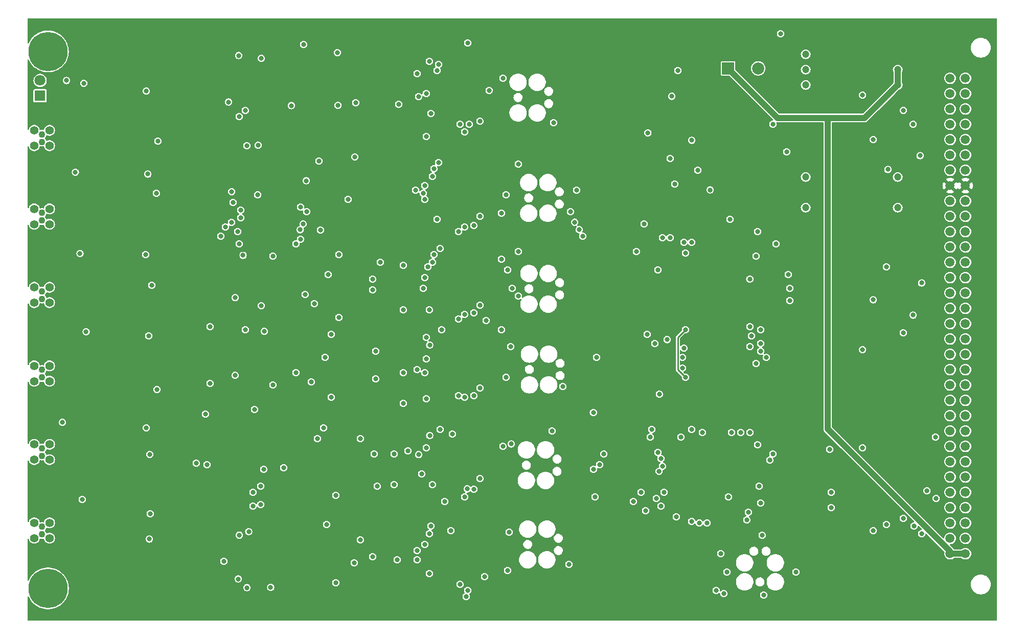
<source format=gbr>
G04 #@! TF.GenerationSoftware,KiCad,Pcbnew,7.0.8*
G04 #@! TF.CreationDate,2025-05-19T15:23:48+02:00*
G04 #@! TF.ProjectId,AXINT_CE6C_CRESUS,4158494e-545f-4434-9536-435f43524553,rev?*
G04 #@! TF.SameCoordinates,Original*
G04 #@! TF.FileFunction,Copper,L4,Bot*
G04 #@! TF.FilePolarity,Positive*
%FSLAX46Y46*%
G04 Gerber Fmt 4.6, Leading zero omitted, Abs format (unit mm)*
G04 Created by KiCad (PCBNEW 7.0.8) date 2025-05-19 15:23:48*
%MOMM*%
%LPD*%
G01*
G04 APERTURE LIST*
G04 #@! TA.AperFunction,ComponentPad*
%ADD10C,6.500000*%
G04 #@! TD*
G04 #@! TA.AperFunction,ComponentPad*
%ADD11R,2.000000X2.000000*%
G04 #@! TD*
G04 #@! TA.AperFunction,ComponentPad*
%ADD12C,2.000000*%
G04 #@! TD*
G04 #@! TA.AperFunction,ComponentPad*
%ADD13C,1.100000*%
G04 #@! TD*
G04 #@! TA.AperFunction,ComponentPad*
%ADD14C,1.400000*%
G04 #@! TD*
G04 #@! TA.AperFunction,ComponentPad*
%ADD15C,1.200000*%
G04 #@! TD*
G04 #@! TA.AperFunction,ComponentPad*
%ADD16C,1.500000*%
G04 #@! TD*
G04 #@! TA.AperFunction,ComponentPad*
%ADD17R,1.800000X1.800000*%
G04 #@! TD*
G04 #@! TA.AperFunction,ComponentPad*
%ADD18C,1.800000*%
G04 #@! TD*
G04 #@! TA.AperFunction,ViaPad*
%ADD19C,0.800000*%
G04 #@! TD*
G04 #@! TA.AperFunction,Conductor*
%ADD20C,0.250000*%
G04 #@! TD*
G04 #@! TA.AperFunction,Conductor*
%ADD21C,1.000000*%
G04 #@! TD*
G04 APERTURE END LIST*
D10*
X73500000Y-45600000D03*
X73510000Y-134550000D03*
D11*
X186129000Y-48412023D03*
D12*
X191129000Y-48412023D03*
D13*
X72500000Y-60585023D03*
X72500000Y-59315023D03*
D14*
X71230000Y-61220023D03*
X73770000Y-61220023D03*
X71230000Y-58680023D03*
X73770000Y-58680023D03*
D13*
X72500000Y-73585023D03*
X72500000Y-72315023D03*
D14*
X71230000Y-74220023D03*
X73770000Y-74220023D03*
X71230000Y-71680023D03*
X73770000Y-71680023D03*
D13*
X72500000Y-86585023D03*
X72500000Y-85315023D03*
D14*
X71230000Y-87220023D03*
X73770000Y-87220023D03*
X71230000Y-84680023D03*
X73770000Y-84680023D03*
D13*
X72500000Y-99585023D03*
X72500000Y-98315023D03*
D14*
X71230000Y-100220023D03*
X73770000Y-100220023D03*
X71230000Y-97680023D03*
X73770000Y-97680023D03*
D13*
X72500000Y-112585023D03*
X72500000Y-111315023D03*
D14*
X71230000Y-113220023D03*
X73770000Y-113220023D03*
X71230000Y-110680023D03*
X73770000Y-110680023D03*
D13*
X72500000Y-125585023D03*
X72500000Y-124315023D03*
D14*
X71230000Y-126220023D03*
X73770000Y-126220023D03*
X71230000Y-123680023D03*
X73770000Y-123680023D03*
D15*
X198996000Y-46069000D03*
X198996000Y-48609000D03*
X198996000Y-51149000D03*
X198996000Y-66389000D03*
X198996000Y-71469000D03*
X214236000Y-71469000D03*
X214236000Y-66389000D03*
X214236000Y-51149000D03*
X214236000Y-48609000D03*
D16*
X225450000Y-50050000D03*
X225450000Y-52590000D03*
X225450000Y-55130000D03*
X225450000Y-57670000D03*
X225450000Y-60210000D03*
X225450000Y-62750000D03*
X225450000Y-65290000D03*
X225450000Y-67830000D03*
X225450000Y-70370000D03*
X225450000Y-72910000D03*
X225450000Y-75450000D03*
X225450000Y-77990000D03*
X225450000Y-80530000D03*
X225450000Y-83070000D03*
X225450000Y-85610000D03*
X225450000Y-88150000D03*
X225450000Y-90690000D03*
X225450000Y-93230000D03*
X225450000Y-95770000D03*
X225450000Y-98310000D03*
X225450000Y-100850000D03*
X225450000Y-103390000D03*
X225450000Y-105930000D03*
X225450000Y-108470000D03*
X225450000Y-111010000D03*
X225450000Y-113550000D03*
X225450000Y-116090000D03*
X225450000Y-118630000D03*
X225450000Y-121170000D03*
X225450000Y-123710000D03*
X225450000Y-126250000D03*
X225450000Y-128790000D03*
X222910000Y-50050000D03*
X222910000Y-52590000D03*
X222910000Y-55130000D03*
X222910000Y-57670000D03*
X222910000Y-60210000D03*
X222910000Y-62750000D03*
X222910000Y-65290000D03*
X222910000Y-67830000D03*
X222910000Y-70370000D03*
X222910000Y-72910000D03*
X222910000Y-75450000D03*
X222910000Y-77990000D03*
X222910000Y-80530000D03*
X222910000Y-83070000D03*
X222910000Y-85610000D03*
X222910000Y-88150000D03*
X222910000Y-90690000D03*
X222910000Y-93230000D03*
X222910000Y-95770000D03*
X222910000Y-98310000D03*
X222910000Y-100850000D03*
X222910000Y-103390000D03*
X222910000Y-105930000D03*
X222910000Y-108470000D03*
X222910000Y-111010000D03*
X222910000Y-113550000D03*
X222910000Y-116090000D03*
X222910000Y-118630000D03*
X222910000Y-121170000D03*
X222910000Y-123710000D03*
X222910000Y-126250000D03*
X222910000Y-128790000D03*
D17*
X72200000Y-52959000D03*
D18*
X72200000Y-50419000D03*
D19*
X119186599Y-117465201D03*
X139954000Y-136398000D03*
X171958000Y-71882000D03*
X141478000Y-103886000D03*
X140462000Y-60452000D03*
X189214800Y-67630000D03*
X172466000Y-87630000D03*
X189738000Y-78232000D03*
X141221525Y-48287875D03*
X116877500Y-74930000D03*
X143357600Y-64389000D03*
X131826000Y-72644000D03*
X140347700Y-74790300D03*
X162306000Y-71374000D03*
X191008000Y-116332000D03*
X172974000Y-74930000D03*
X134112000Y-132842000D03*
X142646400Y-123520200D03*
X140970000Y-119380000D03*
X134366000Y-99822000D03*
X139700000Y-89662000D03*
X178562000Y-93726000D03*
X180340000Y-126746000D03*
X143256000Y-105918000D03*
X179324000Y-106680000D03*
X133096000Y-114554000D03*
X141224000Y-80518000D03*
X181102000Y-75184000D03*
X161036000Y-110490000D03*
X132588000Y-55372000D03*
X143256000Y-91694000D03*
X188468000Y-74422000D03*
X134620000Y-86106000D03*
X137414000Y-65024000D03*
X138176000Y-47752000D03*
X146050000Y-90170000D03*
X137414000Y-79248000D03*
X183172400Y-68542200D03*
X136906000Y-124206000D03*
X138430000Y-108204000D03*
X136144000Y-92964000D03*
X197358000Y-131826000D03*
X176530000Y-63330800D03*
X191008000Y-75438000D03*
X176835800Y-53034200D03*
X172212000Y-74168000D03*
X180132810Y-60323003D03*
X90678000Y-84328000D03*
X91694000Y-60452000D03*
X91440000Y-69088000D03*
X106756800Y-125146400D03*
X91560000Y-101593000D03*
X172859700Y-59093100D03*
X107696000Y-104902000D03*
X109321600Y-91973400D03*
X90357977Y-112334023D03*
X110744000Y-79502000D03*
X108305600Y-61137800D03*
X108845350Y-46755050D03*
X181102000Y-65278000D03*
X90297000Y-126365000D03*
X89789000Y-107932023D03*
X103930450Y-68827350D03*
X90043000Y-65913000D03*
X104514650Y-86391750D03*
X90424000Y-122174000D03*
X104489250Y-99244150D03*
X104997250Y-132975350D03*
X90170000Y-92710000D03*
X103397050Y-53981350D03*
X99822000Y-114046000D03*
X89789000Y-52179023D03*
X89662000Y-79248000D03*
X179070000Y-99568000D03*
X191516000Y-91694000D03*
X192457500Y-96266000D03*
X172720000Y-92456000D03*
X179070000Y-91694000D03*
X191516000Y-93980000D03*
X192024000Y-135636000D03*
X185420000Y-135382000D03*
X184912000Y-128778000D03*
X134620000Y-49276000D03*
X121437400Y-45796200D03*
X113805000Y-54571600D03*
X121539000Y-54533800D03*
X186182000Y-119380000D03*
X185928000Y-131826000D03*
X191770000Y-125730000D03*
X191516000Y-120396000D03*
X131572000Y-54356000D03*
X136906000Y-55880000D03*
X106426000Y-61214000D03*
X108229400Y-69342000D03*
X104902000Y-75438000D03*
X202946000Y-111506000D03*
X203200000Y-118618000D03*
X173228000Y-109474000D03*
X219075000Y-118364000D03*
X220472000Y-109474000D03*
X173482000Y-108204000D03*
X203200000Y-121158000D03*
X220599000Y-119634000D03*
X189738000Y-94488000D03*
X186436000Y-73406000D03*
X105410000Y-71882000D03*
X79163512Y-119803512D03*
X170434000Y-120142000D03*
X174498000Y-81788000D03*
X175260000Y-76454000D03*
X174752000Y-102362000D03*
X75889998Y-107043023D03*
X79820011Y-92012011D03*
X196342000Y-86868000D03*
X78804011Y-79058011D03*
X196342000Y-84836000D03*
X196088000Y-82550000D03*
X78042011Y-65596011D03*
X195834000Y-62230000D03*
X193548000Y-57658000D03*
X79439012Y-50864012D03*
X194056000Y-77470000D03*
X174705576Y-115131636D03*
X163830000Y-114808000D03*
X163829500Y-105410000D03*
X164846000Y-114046000D03*
X175260000Y-114300000D03*
X178820299Y-94737701D03*
X161468560Y-75111301D03*
X178816000Y-77216000D03*
X181864000Y-108712000D03*
X171704000Y-118618000D03*
X179070000Y-78994000D03*
X162052000Y-76200000D03*
X170942000Y-78740000D03*
X174498000Y-112014000D03*
X178562000Y-96266000D03*
X180086000Y-77216000D03*
X165570500Y-112268000D03*
X164338000Y-96266000D03*
X160744060Y-73884659D03*
X176022000Y-93335198D03*
X175006000Y-113030000D03*
X174244000Y-119634000D03*
X160020000Y-72136000D03*
X164084000Y-119380000D03*
X175514000Y-118618000D03*
X176530000Y-76454000D03*
X212344000Y-81280000D03*
X212598000Y-65151000D03*
X180086000Y-123444000D03*
X212344000Y-123952000D03*
X218186000Y-125476000D03*
X217932000Y-62865000D03*
X181356000Y-123698000D03*
X218186000Y-83947000D03*
X210185000Y-60198000D03*
X210185000Y-86741000D03*
X182626000Y-123698000D03*
X210185000Y-124968000D03*
X216789000Y-57658000D03*
X189230000Y-123190000D03*
X216916000Y-124206000D03*
X216789000Y-89281000D03*
X215138000Y-92202000D03*
X215138000Y-122936000D03*
X215161001Y-55348999D03*
X189484000Y-121920000D03*
X208407000Y-94996000D03*
X208407000Y-111252000D03*
X191008000Y-110744000D03*
X208407000Y-52832000D03*
X193548000Y-112276805D03*
X194818000Y-42672000D03*
X76581000Y-50419000D03*
X136652000Y-47244000D03*
X148844000Y-50038000D03*
X134874000Y-53086000D03*
X146558000Y-52070000D03*
X136144000Y-59690000D03*
X157226000Y-57404000D03*
X136144000Y-52578000D03*
X125222000Y-109728000D03*
X136144000Y-111252000D03*
X118110000Y-109728000D03*
X141732000Y-57658000D03*
X115824000Y-44450000D03*
X143002000Y-44196000D03*
X135890000Y-127254000D03*
X124206000Y-130302000D03*
X125222000Y-126492000D03*
X136144000Y-96520000D03*
X119380000Y-96266000D03*
X127762000Y-95250000D03*
X116294200Y-67017600D03*
X135890000Y-67818000D03*
X124333000Y-63068200D03*
X103886000Y-73914000D03*
X105156000Y-56388000D03*
X124460000Y-54102000D03*
X175006000Y-120904000D03*
X136726500Y-109220000D03*
X139192000Y-120142000D03*
X177546000Y-122682000D03*
X136652000Y-125476000D03*
X136726500Y-94234000D03*
X191516000Y-95250000D03*
X191262000Y-117602000D03*
X137160000Y-80518000D03*
X193040000Y-113284000D03*
X135382000Y-115570000D03*
X145796000Y-132588000D03*
X145034000Y-101346000D03*
X189738000Y-108712000D03*
X145034000Y-116332000D03*
X145034000Y-57150000D03*
X145034000Y-87630000D03*
X145034000Y-72898000D03*
X143256000Y-57658000D03*
X144018000Y-74422000D03*
X144018000Y-118110000D03*
X143002000Y-134874000D03*
X188214000Y-108712000D03*
X144018000Y-102616000D03*
X184150000Y-134874000D03*
X144018000Y-88900000D03*
X186690000Y-108712000D03*
X142494000Y-74676000D03*
X142748000Y-135890000D03*
X142494000Y-89154000D03*
X142494000Y-102870000D03*
X142494000Y-58928000D03*
X142942622Y-118059220D03*
X137922000Y-48768000D03*
X180086000Y-108204000D03*
X177800000Y-48768000D03*
X178308000Y-109474000D03*
X177292000Y-67564000D03*
X137160000Y-66294000D03*
X105410000Y-73152000D03*
X105079800Y-46278800D03*
X106172000Y-55372000D03*
X123190000Y-70104000D03*
X102870000Y-74676000D03*
X104140000Y-70612000D03*
X106172000Y-91694000D03*
X189992000Y-92710000D03*
X105156000Y-77470000D03*
X189738000Y-91186000D03*
X190754000Y-79502000D03*
X114554000Y-77470000D03*
X100330000Y-91186000D03*
X115316000Y-76708000D03*
X110744000Y-100838000D03*
X100330000Y-100584000D03*
X102108000Y-76200000D03*
X116078000Y-85852000D03*
X127254000Y-85090000D03*
X115290600Y-75133200D03*
X127762000Y-99822000D03*
X117094000Y-100330000D03*
X115747800Y-74193400D03*
X108839000Y-87706200D03*
X116332000Y-72136000D03*
X105816400Y-79375000D03*
X117602000Y-87376000D03*
X115316000Y-71374000D03*
X148590000Y-72390000D03*
X148590000Y-80010000D03*
X189733701Y-83316299D03*
X190754000Y-97282000D03*
X108712000Y-120650000D03*
X173990000Y-93980000D03*
X172466000Y-121666000D03*
X112522000Y-114554000D03*
X114554000Y-98806000D03*
X178562000Y-98044000D03*
X109220000Y-114808000D03*
X98044000Y-113792000D03*
X99568000Y-105664000D03*
X108712000Y-117602000D03*
X127508000Y-112268000D03*
X128016000Y-117602000D03*
X102616000Y-130048000D03*
X127254000Y-129286000D03*
X107442000Y-118618000D03*
X110388400Y-134366000D03*
X105181400Y-125704600D03*
X106451400Y-134416800D03*
X107442000Y-120904000D03*
X119888000Y-82550000D03*
X128524000Y-80518000D03*
X136398000Y-81280000D03*
X127254000Y-83312000D03*
X149860000Y-125222000D03*
X140208000Y-124968000D03*
X140462000Y-108966000D03*
X150236701Y-110612701D03*
X151384000Y-78740000D03*
X151384000Y-86106000D03*
X138430000Y-78232000D03*
X148590000Y-91694000D03*
X138684000Y-91694000D03*
X151384000Y-64262000D03*
X138176000Y-64008000D03*
X134620000Y-128270000D03*
X149606000Y-131572000D03*
X159766000Y-130556000D03*
X134620000Y-129794000D03*
X156972000Y-108458000D03*
X134878299Y-112381700D03*
X133096000Y-111760000D03*
X148844000Y-110998000D03*
X158750000Y-101092000D03*
X134620000Y-98298000D03*
X149352000Y-99568000D03*
X150114000Y-94488000D03*
X135890000Y-98806000D03*
X135890000Y-83058000D03*
X149606000Y-81788000D03*
X150368000Y-84836000D03*
X135636000Y-84836000D03*
X161036000Y-68580000D03*
X135636000Y-69088000D03*
X149352000Y-69342000D03*
X135890000Y-70104000D03*
X119126000Y-107950000D03*
X121158000Y-119126000D03*
X142494000Y-119380000D03*
X119634000Y-123952000D03*
X121158000Y-133604000D03*
X141732000Y-133858000D03*
X141478000Y-102616000D03*
X120396000Y-92456000D03*
X120396000Y-102870000D03*
X118618000Y-75184000D03*
X141478000Y-75438000D03*
X118364000Y-63754000D03*
X121666000Y-79248000D03*
X121666000Y-89662000D03*
X141478000Y-89916000D03*
X136652000Y-132080000D03*
X131318000Y-129794000D03*
X137160000Y-117348000D03*
X130810000Y-112268000D03*
X130810000Y-117348000D03*
X136144000Y-103124000D03*
X132334000Y-103886000D03*
X132334000Y-98806000D03*
X137922000Y-73406000D03*
X134366000Y-68580000D03*
X132334000Y-88392000D03*
X132334000Y-81026000D03*
X136652000Y-88392000D03*
D20*
X177800000Y-98307305D02*
X177800000Y-92964000D01*
X177800000Y-92964000D02*
X179070000Y-91694000D01*
X179070000Y-99568000D02*
X179060695Y-99568000D01*
X179060695Y-99568000D02*
X177800000Y-98307305D01*
D21*
X193428988Y-55712011D02*
X194339001Y-56622024D01*
X194339001Y-56622024D02*
X202635776Y-56622024D01*
X214236000Y-51149000D02*
X214236000Y-48609000D01*
X202635776Y-108121778D02*
X205384699Y-110870701D01*
X205384699Y-110870701D02*
X222910000Y-128396002D01*
X186129000Y-48412023D02*
X193428988Y-55712011D01*
X222910000Y-128790000D02*
X225450000Y-128790000D01*
X222910000Y-128396002D02*
X222910000Y-128790000D01*
X202635776Y-56622024D02*
X202635776Y-108121778D01*
X202635776Y-56622024D02*
X208762976Y-56622024D01*
X208762976Y-56622024D02*
X214236000Y-51149000D01*
G04 #@! TA.AperFunction,Conductor*
G36*
X230601621Y-40120522D02*
G01*
X230648114Y-40174178D01*
X230659500Y-40226520D01*
X230659500Y-139773506D01*
X230639498Y-139841627D01*
X230585842Y-139888120D01*
X230533500Y-139899506D01*
X70226500Y-139899500D01*
X70158379Y-139879498D01*
X70111886Y-139825842D01*
X70100500Y-139773500D01*
X70100500Y-135971645D01*
X70120502Y-135903524D01*
X70174158Y-135857031D01*
X70244432Y-135846927D01*
X70309012Y-135876421D01*
X70343551Y-135925008D01*
X70373806Y-136000944D01*
X70373813Y-136000959D01*
X70549065Y-136331520D01*
X70549071Y-136331530D01*
X70759045Y-136641219D01*
X70759044Y-136641219D01*
X71001272Y-136926391D01*
X71272898Y-137183690D01*
X71272906Y-137183697D01*
X71272913Y-137183703D01*
X71570780Y-137410136D01*
X71891383Y-137603036D01*
X72014349Y-137659926D01*
X72230950Y-137760137D01*
X72230962Y-137760142D01*
X72585538Y-137879613D01*
X72950951Y-137960046D01*
X73322919Y-138000500D01*
X73322927Y-138000500D01*
X73697073Y-138000500D01*
X73697081Y-138000500D01*
X74069049Y-137960046D01*
X74434462Y-137879613D01*
X74789038Y-137760142D01*
X75128617Y-137603036D01*
X75449220Y-137410136D01*
X75747087Y-137183703D01*
X76018727Y-136926392D01*
X76260954Y-136641221D01*
X76470928Y-136331531D01*
X76646189Y-136000955D01*
X76690397Y-135890000D01*
X142142318Y-135890000D01*
X142162955Y-136046760D01*
X142170213Y-136064281D01*
X142223464Y-136192841D01*
X142319718Y-136318282D01*
X142445159Y-136414536D01*
X142591238Y-136475044D01*
X142748000Y-136495682D01*
X142904762Y-136475044D01*
X143050841Y-136414536D01*
X143176282Y-136318282D01*
X143272536Y-136192841D01*
X143333044Y-136046762D01*
X143353682Y-135890000D01*
X143333044Y-135733238D01*
X143272536Y-135587159D01*
X143269618Y-135583356D01*
X143244016Y-135517139D01*
X143258279Y-135447590D01*
X143299385Y-135404991D01*
X143298289Y-135403563D01*
X143304839Y-135398536D01*
X143304841Y-135398536D01*
X143430282Y-135302282D01*
X143526536Y-135176841D01*
X143587044Y-135030762D01*
X143607682Y-134874000D01*
X183544318Y-134874000D01*
X183564955Y-135030760D01*
X183598384Y-135111463D01*
X183625464Y-135176841D01*
X183721718Y-135302282D01*
X183847159Y-135398536D01*
X183993238Y-135459044D01*
X184150000Y-135479682D01*
X184306762Y-135459044D01*
X184452841Y-135398536D01*
X184578282Y-135302282D01*
X184589607Y-135287522D01*
X184646942Y-135245655D01*
X184717813Y-135241431D01*
X184779717Y-135276193D01*
X184813000Y-135338905D01*
X184814247Y-135373742D01*
X184814318Y-135373742D01*
X184814318Y-135375740D01*
X184814494Y-135380659D01*
X184814318Y-135381996D01*
X184814318Y-135382000D01*
X184834955Y-135538760D01*
X184834956Y-135538762D01*
X184895464Y-135684841D01*
X184991718Y-135810282D01*
X185117159Y-135906536D01*
X185263238Y-135967044D01*
X185420000Y-135987682D01*
X185576762Y-135967044D01*
X185722841Y-135906536D01*
X185848282Y-135810282D01*
X185944536Y-135684841D01*
X185964767Y-135636000D01*
X191418318Y-135636000D01*
X191438955Y-135792760D01*
X191446213Y-135810281D01*
X191499464Y-135938841D01*
X191595718Y-136064282D01*
X191721159Y-136160536D01*
X191867238Y-136221044D01*
X192024000Y-136241682D01*
X192180762Y-136221044D01*
X192326841Y-136160536D01*
X192452282Y-136064282D01*
X192548536Y-135938841D01*
X192609044Y-135792762D01*
X192629682Y-135636000D01*
X192623251Y-135587155D01*
X192612465Y-135505221D01*
X192609044Y-135479238D01*
X192548536Y-135333159D01*
X192452282Y-135207718D01*
X192326841Y-135111464D01*
X192248853Y-135079160D01*
X192180760Y-135050955D01*
X192024000Y-135030318D01*
X191867239Y-135050955D01*
X191721160Y-135111463D01*
X191721157Y-135111465D01*
X191595718Y-135207718D01*
X191499465Y-135333157D01*
X191499463Y-135333160D01*
X191438955Y-135479239D01*
X191418318Y-135635999D01*
X191418318Y-135636000D01*
X185964767Y-135636000D01*
X186005044Y-135538762D01*
X186025682Y-135382000D01*
X186025681Y-135381996D01*
X186005044Y-135225239D01*
X185998489Y-135209412D01*
X185944536Y-135079159D01*
X185848282Y-134953718D01*
X185722841Y-134857464D01*
X185692949Y-134845082D01*
X185576760Y-134796955D01*
X185420000Y-134776318D01*
X185263239Y-134796955D01*
X185117160Y-134857463D01*
X185117157Y-134857465D01*
X184991716Y-134953719D01*
X184980390Y-134968480D01*
X184923051Y-135010346D01*
X184852180Y-135014566D01*
X184790278Y-134979801D01*
X184756998Y-134917088D01*
X184755755Y-134882258D01*
X184755682Y-134882258D01*
X184755682Y-134880226D01*
X184755507Y-134875328D01*
X184755682Y-134874000D01*
X184735044Y-134717238D01*
X184674536Y-134571159D01*
X184578282Y-134445718D01*
X184452841Y-134349464D01*
X184306762Y-134288956D01*
X184306760Y-134288955D01*
X184150000Y-134268318D01*
X183993239Y-134288955D01*
X183847160Y-134349463D01*
X183847157Y-134349465D01*
X183721718Y-134445718D01*
X183625465Y-134571157D01*
X183625463Y-134571160D01*
X183564955Y-134717239D01*
X183544318Y-134873999D01*
X183544318Y-134874000D01*
X143607682Y-134874000D01*
X143587044Y-134717238D01*
X143526536Y-134571159D01*
X143430282Y-134445718D01*
X143304841Y-134349464D01*
X143158762Y-134288956D01*
X143158760Y-134288955D01*
X143002000Y-134268318D01*
X142845239Y-134288955D01*
X142699160Y-134349463D01*
X142699157Y-134349465D01*
X142573718Y-134445718D01*
X142477465Y-134571157D01*
X142477463Y-134571160D01*
X142416955Y-134717239D01*
X142396318Y-134873999D01*
X142396318Y-134874000D01*
X142416955Y-135030760D01*
X142477463Y-135176839D01*
X142477466Y-135176844D01*
X142480381Y-135180642D01*
X142505983Y-135246862D01*
X142491719Y-135316411D01*
X142450617Y-135359012D01*
X142451711Y-135360437D01*
X142445160Y-135365463D01*
X142445159Y-135365464D01*
X142342063Y-135444572D01*
X142319718Y-135461718D01*
X142223465Y-135587157D01*
X142223463Y-135587160D01*
X142162955Y-135733239D01*
X142142318Y-135889999D01*
X142142318Y-135890000D01*
X76690397Y-135890000D01*
X76784680Y-135653368D01*
X76884779Y-135292845D01*
X76945311Y-134923613D01*
X76963252Y-134592708D01*
X76965568Y-134550003D01*
X76965568Y-134549996D01*
X76958346Y-134416800D01*
X105845718Y-134416800D01*
X105866355Y-134573560D01*
X105925869Y-134717238D01*
X105926864Y-134719641D01*
X106023118Y-134845082D01*
X106148559Y-134941336D01*
X106294638Y-135001844D01*
X106451400Y-135022482D01*
X106608162Y-135001844D01*
X106754241Y-134941336D01*
X106879682Y-134845082D01*
X106975936Y-134719641D01*
X107036444Y-134573562D01*
X107057082Y-134416800D01*
X107050394Y-134366000D01*
X109782718Y-134366000D01*
X109803355Y-134522760D01*
X109832329Y-134592708D01*
X109863864Y-134668841D01*
X109960118Y-134794282D01*
X110085559Y-134890536D01*
X110231638Y-134951044D01*
X110388400Y-134971682D01*
X110545162Y-134951044D01*
X110691241Y-134890536D01*
X110816682Y-134794282D01*
X110912936Y-134668841D01*
X110973444Y-134522762D01*
X110994082Y-134366000D01*
X110973444Y-134209238D01*
X110912936Y-134063159D01*
X110816682Y-133937718D01*
X110691241Y-133841464D01*
X110667802Y-133831755D01*
X110545160Y-133780955D01*
X110388400Y-133760318D01*
X110231639Y-133780955D01*
X110085560Y-133841463D01*
X110085557Y-133841465D01*
X109960118Y-133937718D01*
X109863865Y-134063157D01*
X109863863Y-134063160D01*
X109803355Y-134209239D01*
X109782718Y-134365999D01*
X109782718Y-134366000D01*
X107050394Y-134366000D01*
X107036444Y-134260038D01*
X106975936Y-134113959D01*
X106879682Y-133988518D01*
X106754241Y-133892264D01*
X106671519Y-133857999D01*
X106608160Y-133831755D01*
X106451400Y-133811118D01*
X106294639Y-133831755D01*
X106148560Y-133892263D01*
X106148557Y-133892265D01*
X106023118Y-133988518D01*
X105926865Y-134113957D01*
X105926863Y-134113960D01*
X105866355Y-134260039D01*
X105845718Y-134416799D01*
X105845718Y-134416800D01*
X76958346Y-134416800D01*
X76956438Y-134381610D01*
X76945311Y-134176387D01*
X76893115Y-133858000D01*
X76884780Y-133807159D01*
X76877505Y-133780956D01*
X76828373Y-133604000D01*
X120552318Y-133604000D01*
X120572955Y-133760760D01*
X120627426Y-133892263D01*
X120633464Y-133906841D01*
X120729718Y-134032282D01*
X120855159Y-134128536D01*
X121001238Y-134189044D01*
X121158000Y-134209682D01*
X121314762Y-134189044D01*
X121460841Y-134128536D01*
X121586282Y-134032282D01*
X121682536Y-133906841D01*
X121702767Y-133858000D01*
X141126318Y-133858000D01*
X141146955Y-134014760D01*
X141194273Y-134128994D01*
X141207464Y-134160841D01*
X141303718Y-134286282D01*
X141429159Y-134382536D01*
X141575238Y-134443044D01*
X141732000Y-134463682D01*
X141888762Y-134443044D01*
X142034841Y-134382536D01*
X142160282Y-134286282D01*
X142256536Y-134160841D01*
X142317044Y-134014762D01*
X142337682Y-133858000D01*
X142317044Y-133701238D01*
X142264020Y-133573227D01*
X187445801Y-133573227D01*
X187467163Y-133701239D01*
X187485024Y-133808278D01*
X187485026Y-133808285D01*
X187562400Y-134033669D01*
X187562401Y-134033670D01*
X187562402Y-134033672D01*
X187578360Y-134063159D01*
X187657653Y-134209682D01*
X187675822Y-134243254D01*
X187810897Y-134416800D01*
X187822193Y-134431312D01*
X187837842Y-134445718D01*
X187997517Y-134592708D01*
X187997519Y-134592709D01*
X187997520Y-134592710D01*
X188197017Y-134723048D01*
X188197016Y-134723048D01*
X188318460Y-134776318D01*
X188415249Y-134818774D01*
X188415250Y-134818774D01*
X188415252Y-134818775D01*
X188646253Y-134877272D01*
X188646261Y-134877274D01*
X188804645Y-134890398D01*
X188824277Y-134892025D01*
X188824279Y-134892025D01*
X188943225Y-134892025D01*
X188961830Y-134890483D01*
X189121241Y-134877274D01*
X189352253Y-134818774D01*
X189570485Y-134723048D01*
X189769985Y-134592708D01*
X189945311Y-134431310D01*
X190091680Y-134243254D01*
X190205100Y-134033672D01*
X190282477Y-133808281D01*
X190321701Y-133573227D01*
X190321701Y-133497746D01*
X190673943Y-133497746D01*
X190704225Y-133669489D01*
X190739629Y-133751561D01*
X190773298Y-133829614D01*
X190877436Y-133969497D01*
X191011026Y-134081592D01*
X191166867Y-134159858D01*
X191336556Y-134200075D01*
X191336558Y-134200075D01*
X191467209Y-134200075D01*
X191564523Y-134188700D01*
X191596962Y-134184909D01*
X191760835Y-134125264D01*
X191827235Y-134081592D01*
X191906530Y-134029439D01*
X191906531Y-134029437D01*
X191906535Y-134029435D01*
X192026209Y-133902588D01*
X192113404Y-133751562D01*
X192163419Y-133584498D01*
X192164075Y-133573227D01*
X192525801Y-133573227D01*
X192547163Y-133701239D01*
X192565024Y-133808278D01*
X192565026Y-133808285D01*
X192642400Y-134033669D01*
X192642401Y-134033670D01*
X192642402Y-134033672D01*
X192658360Y-134063159D01*
X192737653Y-134209682D01*
X192755822Y-134243254D01*
X192890897Y-134416800D01*
X192902193Y-134431312D01*
X192917842Y-134445718D01*
X193077517Y-134592708D01*
X193077519Y-134592709D01*
X193077520Y-134592710D01*
X193277017Y-134723048D01*
X193277016Y-134723048D01*
X193398460Y-134776318D01*
X193495249Y-134818774D01*
X193495250Y-134818774D01*
X193495252Y-134818775D01*
X193726253Y-134877272D01*
X193726261Y-134877274D01*
X193884645Y-134890398D01*
X193904277Y-134892025D01*
X193904279Y-134892025D01*
X194023225Y-134892025D01*
X194041830Y-134890483D01*
X194201241Y-134877274D01*
X194432253Y-134818774D01*
X194650485Y-134723048D01*
X194849985Y-134592708D01*
X195025311Y-134431310D01*
X195171680Y-134243254D01*
X195285100Y-134033672D01*
X195341289Y-133870000D01*
X226334396Y-133870000D01*
X226354779Y-134128994D01*
X226415427Y-134381610D01*
X226514846Y-134621628D01*
X226514847Y-134621629D01*
X226650585Y-134843136D01*
X226650590Y-134843143D01*
X226819310Y-135040689D01*
X227016856Y-135209409D01*
X227016860Y-135209412D01*
X227238372Y-135345154D01*
X227478390Y-135444573D01*
X227731006Y-135505221D01*
X227882441Y-135517139D01*
X227925144Y-135520500D01*
X227925147Y-135520500D01*
X228054856Y-135520500D01*
X228097559Y-135517139D01*
X228248994Y-135505221D01*
X228501610Y-135444573D01*
X228741628Y-135345154D01*
X228963140Y-135209412D01*
X229160689Y-135040689D01*
X229329412Y-134843140D01*
X229465154Y-134621628D01*
X229564573Y-134381610D01*
X229625221Y-134128994D01*
X229645604Y-133870000D01*
X229625221Y-133611006D01*
X229564573Y-133358390D01*
X229465154Y-133118372D01*
X229329412Y-132896860D01*
X229329409Y-132896856D01*
X229160689Y-132699310D01*
X228963143Y-132530590D01*
X228963136Y-132530585D01*
X228801016Y-132431239D01*
X228741628Y-132394846D01*
X228501610Y-132295427D01*
X228248994Y-132234779D01*
X228200458Y-132230959D01*
X228054856Y-132219500D01*
X228054853Y-132219500D01*
X227925147Y-132219500D01*
X227925144Y-132219500D01*
X227731006Y-132234779D01*
X227478389Y-132295427D01*
X227345350Y-132350534D01*
X227249333Y-132390306D01*
X227238370Y-132394847D01*
X227016863Y-132530585D01*
X227016856Y-132530590D01*
X226819310Y-132699310D01*
X226650590Y-132896856D01*
X226650585Y-132896863D01*
X226514847Y-133118370D01*
X226415427Y-133358389D01*
X226361143Y-133584498D01*
X226354779Y-133611006D01*
X226334396Y-133870000D01*
X195341289Y-133870000D01*
X195362477Y-133808281D01*
X195401701Y-133573227D01*
X195401701Y-133334923D01*
X195362477Y-133099869D01*
X195325726Y-132992817D01*
X195285101Y-132874480D01*
X195285100Y-132874479D01*
X195285100Y-132874478D01*
X195171680Y-132664896D01*
X195025311Y-132476840D01*
X195005692Y-132458780D01*
X194888105Y-132350534D01*
X194849985Y-132315442D01*
X194849982Y-132315440D01*
X194849981Y-132315439D01*
X194650484Y-132185101D01*
X194650485Y-132185101D01*
X194432256Y-132089377D01*
X194432249Y-132089374D01*
X194201248Y-132030877D01*
X194201243Y-132030876D01*
X194201241Y-132030876D01*
X194073597Y-132020299D01*
X194023225Y-132016125D01*
X194023223Y-132016125D01*
X193904279Y-132016125D01*
X193904277Y-132016125D01*
X193845602Y-132020987D01*
X193726261Y-132030876D01*
X193726259Y-132030876D01*
X193726253Y-132030877D01*
X193495252Y-132089374D01*
X193495245Y-132089377D01*
X193277017Y-132185101D01*
X193077520Y-132315439D01*
X192902193Y-132476837D01*
X192755822Y-132664895D01*
X192755821Y-132664896D01*
X192642402Y-132874478D01*
X192642400Y-132874480D01*
X192565026Y-133099864D01*
X192565024Y-133099871D01*
X192555561Y-133156582D01*
X192525801Y-133334923D01*
X192525801Y-133573227D01*
X192164075Y-133573227D01*
X192173559Y-133410404D01*
X192143277Y-133238663D01*
X192139915Y-133230870D01*
X192114971Y-133173044D01*
X192074204Y-133078536D01*
X191970066Y-132938653D01*
X191836476Y-132826558D01*
X191680635Y-132748292D01*
X191510946Y-132708075D01*
X191380296Y-132708075D01*
X191380293Y-132708075D01*
X191250540Y-132723240D01*
X191250538Y-132723241D01*
X191086669Y-132782884D01*
X191086663Y-132782887D01*
X190940971Y-132878710D01*
X190821291Y-133005564D01*
X190734100Y-133156582D01*
X190734098Y-133156588D01*
X190690818Y-133301157D01*
X190684083Y-133323653D01*
X190673943Y-133497741D01*
X190673943Y-133497746D01*
X190321701Y-133497746D01*
X190321701Y-133334923D01*
X190282477Y-133099869D01*
X190245726Y-132992817D01*
X190205101Y-132874480D01*
X190205100Y-132874479D01*
X190205100Y-132874478D01*
X190091680Y-132664896D01*
X189945311Y-132476840D01*
X189925692Y-132458780D01*
X189808105Y-132350534D01*
X189769985Y-132315442D01*
X189769982Y-132315440D01*
X189769981Y-132315439D01*
X189570484Y-132185101D01*
X189570485Y-132185101D01*
X189352256Y-132089377D01*
X189352249Y-132089374D01*
X189121248Y-132030877D01*
X189121243Y-132030876D01*
X189121241Y-132030876D01*
X188993597Y-132020299D01*
X188943225Y-132016125D01*
X188943223Y-132016125D01*
X188824279Y-132016125D01*
X188824277Y-132016125D01*
X188765602Y-132020987D01*
X188646261Y-132030876D01*
X188646259Y-132030876D01*
X188646253Y-132030877D01*
X188415252Y-132089374D01*
X188415245Y-132089377D01*
X188197017Y-132185101D01*
X187997520Y-132315439D01*
X187822193Y-132476837D01*
X187675822Y-132664895D01*
X187675821Y-132664896D01*
X187562402Y-132874478D01*
X187562400Y-132874480D01*
X187485026Y-133099864D01*
X187485024Y-133099871D01*
X187475561Y-133156582D01*
X187445801Y-133334923D01*
X187445801Y-133573227D01*
X142264020Y-133573227D01*
X142256536Y-133555159D01*
X142160282Y-133429718D01*
X142034841Y-133333464D01*
X142011156Y-133323653D01*
X141888760Y-133272955D01*
X141732000Y-133252318D01*
X141575239Y-133272955D01*
X141429160Y-133333463D01*
X141429157Y-133333465D01*
X141303718Y-133429718D01*
X141207465Y-133555157D01*
X141207463Y-133555160D01*
X141146955Y-133701239D01*
X141126318Y-133857999D01*
X141126318Y-133858000D01*
X121702767Y-133858000D01*
X121743044Y-133760762D01*
X121763682Y-133604000D01*
X121743044Y-133447238D01*
X121682536Y-133301159D01*
X121586282Y-133175718D01*
X121460841Y-133079464D01*
X121314762Y-133018956D01*
X121314760Y-133018955D01*
X121158000Y-132998318D01*
X121001239Y-133018955D01*
X120855160Y-133079463D01*
X120855157Y-133079465D01*
X120729718Y-133175718D01*
X120633465Y-133301157D01*
X120633463Y-133301160D01*
X120572955Y-133447239D01*
X120552318Y-133603999D01*
X120552318Y-133604000D01*
X76828373Y-133604000D01*
X76784680Y-133446632D01*
X76646189Y-133099045D01*
X76580610Y-132975350D01*
X104391568Y-132975350D01*
X104412205Y-133132110D01*
X104470546Y-133272956D01*
X104472714Y-133278191D01*
X104568968Y-133403632D01*
X104694409Y-133499886D01*
X104840488Y-133560394D01*
X104997250Y-133581032D01*
X105154012Y-133560394D01*
X105300091Y-133499886D01*
X105425532Y-133403632D01*
X105521786Y-133278191D01*
X105582294Y-133132112D01*
X105602932Y-132975350D01*
X105582294Y-132818588D01*
X105521786Y-132672509D01*
X105425532Y-132547068D01*
X105300091Y-132450814D01*
X105253903Y-132431682D01*
X105154010Y-132390305D01*
X104997250Y-132369668D01*
X104840489Y-132390305D01*
X104694410Y-132450813D01*
X104694407Y-132450815D01*
X104568968Y-132547068D01*
X104472715Y-132672507D01*
X104472713Y-132672510D01*
X104412205Y-132818589D01*
X104391568Y-132975349D01*
X104391568Y-132975350D01*
X76580610Y-132975350D01*
X76561154Y-132938652D01*
X76470934Y-132768479D01*
X76470928Y-132768469D01*
X76414797Y-132685682D01*
X76260954Y-132458779D01*
X76254188Y-132450814D01*
X76018727Y-132173608D01*
X75919907Y-132080000D01*
X136046318Y-132080000D01*
X136066955Y-132236760D01*
X136122008Y-132369668D01*
X136127464Y-132382841D01*
X136223718Y-132508282D01*
X136349159Y-132604536D01*
X136495238Y-132665044D01*
X136652000Y-132685682D01*
X136808762Y-132665044D01*
X136954841Y-132604536D01*
X136976391Y-132588000D01*
X145190318Y-132588000D01*
X145210955Y-132744760D01*
X145244837Y-132826557D01*
X145271464Y-132890841D01*
X145367718Y-133016282D01*
X145493159Y-133112536D01*
X145639238Y-133173044D01*
X145796000Y-133193682D01*
X145952762Y-133173044D01*
X146098841Y-133112536D01*
X146224282Y-133016282D01*
X146320536Y-132890841D01*
X146381044Y-132744762D01*
X146401682Y-132588000D01*
X146381044Y-132431238D01*
X146320536Y-132285159D01*
X146224282Y-132159718D01*
X146098841Y-132063464D01*
X146020170Y-132030877D01*
X145952760Y-132002955D01*
X145796000Y-131982318D01*
X145639239Y-132002955D01*
X145493160Y-132063463D01*
X145493157Y-132063465D01*
X145367718Y-132159718D01*
X145271465Y-132285157D01*
X145271463Y-132285160D01*
X145210955Y-132431239D01*
X145190318Y-132587999D01*
X145190318Y-132588000D01*
X136976391Y-132588000D01*
X137080282Y-132508282D01*
X137176536Y-132382841D01*
X137237044Y-132236762D01*
X137257682Y-132080000D01*
X137237044Y-131923238D01*
X137176536Y-131777159D01*
X137080282Y-131651718D01*
X136976391Y-131572000D01*
X149000318Y-131572000D01*
X149020955Y-131728760D01*
X149020956Y-131728762D01*
X149081464Y-131874841D01*
X149177718Y-132000282D01*
X149303159Y-132096536D01*
X149449238Y-132157044D01*
X149606000Y-132177682D01*
X149762762Y-132157044D01*
X149908841Y-132096536D01*
X150034282Y-132000282D01*
X150130536Y-131874841D01*
X150150767Y-131826000D01*
X185322318Y-131826000D01*
X185342955Y-131982760D01*
X185376384Y-132063463D01*
X185403464Y-132128841D01*
X185499718Y-132254282D01*
X185625159Y-132350536D01*
X185771238Y-132411044D01*
X185928000Y-132431682D01*
X186084762Y-132411044D01*
X186230841Y-132350536D01*
X186356282Y-132254282D01*
X186452536Y-132128841D01*
X186513044Y-131982762D01*
X186533682Y-131826000D01*
X196752318Y-131826000D01*
X196772955Y-131982760D01*
X196806384Y-132063463D01*
X196833464Y-132128841D01*
X196929718Y-132254282D01*
X197055159Y-132350536D01*
X197201238Y-132411044D01*
X197358000Y-132431682D01*
X197514762Y-132411044D01*
X197660841Y-132350536D01*
X197786282Y-132254282D01*
X197882536Y-132128841D01*
X197943044Y-131982762D01*
X197963682Y-131826000D01*
X197943044Y-131669238D01*
X197882536Y-131523159D01*
X197786282Y-131397718D01*
X197660841Y-131301464D01*
X197582853Y-131269160D01*
X197514760Y-131240955D01*
X197358000Y-131220318D01*
X197201239Y-131240955D01*
X197055160Y-131301463D01*
X197055157Y-131301465D01*
X196929718Y-131397718D01*
X196833465Y-131523157D01*
X196833463Y-131523160D01*
X196772955Y-131669239D01*
X196752318Y-131825999D01*
X196752318Y-131826000D01*
X186533682Y-131826000D01*
X186513044Y-131669238D01*
X186452536Y-131523159D01*
X186356282Y-131397718D01*
X186230841Y-131301464D01*
X186152853Y-131269160D01*
X186084760Y-131240955D01*
X185928000Y-131220318D01*
X185771239Y-131240955D01*
X185625160Y-131301463D01*
X185625157Y-131301465D01*
X185499718Y-131397718D01*
X185403465Y-131523157D01*
X185403463Y-131523160D01*
X185342955Y-131669239D01*
X185322318Y-131825999D01*
X185322318Y-131826000D01*
X150150767Y-131826000D01*
X150191044Y-131728762D01*
X150211682Y-131572000D01*
X150191044Y-131415238D01*
X150130536Y-131269159D01*
X150034282Y-131143718D01*
X149908841Y-131047464D01*
X149762762Y-130986956D01*
X149762760Y-130986955D01*
X149606000Y-130966318D01*
X149449239Y-130986955D01*
X149303160Y-131047463D01*
X149303157Y-131047465D01*
X149177718Y-131143718D01*
X149081465Y-131269157D01*
X149081463Y-131269160D01*
X149020955Y-131415239D01*
X149000318Y-131571999D01*
X149000318Y-131572000D01*
X136976391Y-131572000D01*
X136954841Y-131555464D01*
X136936938Y-131548048D01*
X136808760Y-131494955D01*
X136652000Y-131474318D01*
X136495239Y-131494955D01*
X136349160Y-131555463D01*
X136349157Y-131555465D01*
X136223718Y-131651718D01*
X136127465Y-131777157D01*
X136127463Y-131777160D01*
X136066955Y-131923239D01*
X136046318Y-132079999D01*
X136046318Y-132080000D01*
X75919907Y-132080000D01*
X75747101Y-131916309D01*
X75747091Y-131916301D01*
X75747087Y-131916297D01*
X75449220Y-131689864D01*
X75128617Y-131496964D01*
X75124275Y-131494955D01*
X74789049Y-131339862D01*
X74789037Y-131339857D01*
X74434471Y-131220390D01*
X74434470Y-131220389D01*
X74434462Y-131220387D01*
X74434457Y-131220385D01*
X74434454Y-131220385D01*
X74069066Y-131139957D01*
X74069037Y-131139952D01*
X73697088Y-131099500D01*
X73697081Y-131099500D01*
X73322919Y-131099500D01*
X73322911Y-131099500D01*
X72950962Y-131139952D01*
X72950933Y-131139957D01*
X72585545Y-131220385D01*
X72585528Y-131220390D01*
X72230962Y-131339857D01*
X72230950Y-131339862D01*
X71891388Y-131496961D01*
X71891381Y-131496965D01*
X71570781Y-131689863D01*
X71570775Y-131689867D01*
X71272914Y-131916296D01*
X71272898Y-131916309D01*
X71001272Y-132173608D01*
X70759045Y-132458780D01*
X70549071Y-132768469D01*
X70549065Y-132768479D01*
X70373813Y-133099040D01*
X70373806Y-133099056D01*
X70343551Y-133174991D01*
X70299756Y-133230870D01*
X70232702Y-133254201D01*
X70163679Y-133237577D01*
X70114602Y-133186274D01*
X70100500Y-133128354D01*
X70100500Y-130048000D01*
X102010318Y-130048000D01*
X102030955Y-130204760D01*
X102038213Y-130222281D01*
X102091464Y-130350841D01*
X102187718Y-130476282D01*
X102313159Y-130572536D01*
X102459238Y-130633044D01*
X102616000Y-130653682D01*
X102772762Y-130633044D01*
X102918841Y-130572536D01*
X103044282Y-130476282D01*
X103140536Y-130350841D01*
X103160767Y-130302000D01*
X123600318Y-130302000D01*
X123620955Y-130458760D01*
X123628213Y-130476281D01*
X123681464Y-130604841D01*
X123777718Y-130730282D01*
X123903159Y-130826536D01*
X124049238Y-130887044D01*
X124206000Y-130907682D01*
X124362762Y-130887044D01*
X124508841Y-130826536D01*
X124634282Y-130730282D01*
X124730536Y-130604841D01*
X124791044Y-130458762D01*
X124811682Y-130302000D01*
X124791044Y-130145238D01*
X124730536Y-129999159D01*
X124634282Y-129873718D01*
X124508841Y-129777464D01*
X124430853Y-129745160D01*
X124362760Y-129716955D01*
X124206000Y-129696318D01*
X124049239Y-129716955D01*
X123903160Y-129777463D01*
X123903157Y-129777465D01*
X123777718Y-129873718D01*
X123681465Y-129999157D01*
X123681463Y-129999160D01*
X123620955Y-130145239D01*
X123600318Y-130301999D01*
X123600318Y-130302000D01*
X103160767Y-130302000D01*
X103201044Y-130204762D01*
X103221682Y-130048000D01*
X103201044Y-129891238D01*
X103140536Y-129745159D01*
X103044282Y-129619718D01*
X102918841Y-129523464D01*
X102840853Y-129491160D01*
X102772760Y-129462955D01*
X102616000Y-129442318D01*
X102459239Y-129462955D01*
X102313160Y-129523463D01*
X102313157Y-129523465D01*
X102187718Y-129619718D01*
X102091465Y-129745157D01*
X102091463Y-129745160D01*
X102030955Y-129891239D01*
X102010318Y-130047999D01*
X102010318Y-130048000D01*
X70100500Y-130048000D01*
X70100500Y-129286000D01*
X126648318Y-129286000D01*
X126668955Y-129442760D01*
X126702384Y-129523463D01*
X126729464Y-129588841D01*
X126825718Y-129714282D01*
X126951159Y-129810536D01*
X127097238Y-129871044D01*
X127254000Y-129891682D01*
X127410762Y-129871044D01*
X127556841Y-129810536D01*
X127578391Y-129794000D01*
X130712318Y-129794000D01*
X130732955Y-129950760D01*
X130766384Y-130031463D01*
X130793464Y-130096841D01*
X130889718Y-130222282D01*
X131015159Y-130318536D01*
X131161238Y-130379044D01*
X131318000Y-130399682D01*
X131474762Y-130379044D01*
X131620841Y-130318536D01*
X131746282Y-130222282D01*
X131842536Y-130096841D01*
X131903044Y-129950762D01*
X131923682Y-129794000D01*
X134014318Y-129794000D01*
X134034955Y-129950760D01*
X134068384Y-130031463D01*
X134095464Y-130096841D01*
X134191718Y-130222282D01*
X134317159Y-130318536D01*
X134463238Y-130379044D01*
X134620000Y-130399682D01*
X134776762Y-130379044D01*
X134922841Y-130318536D01*
X135048282Y-130222282D01*
X135144536Y-130096841D01*
X135205044Y-129950762D01*
X135209995Y-129913152D01*
X151518375Y-129913152D01*
X151538118Y-130031463D01*
X151557598Y-130148203D01*
X151557600Y-130148210D01*
X151634974Y-130373594D01*
X151634975Y-130373595D01*
X151634976Y-130373597D01*
X151748396Y-130583179D01*
X151894765Y-130771235D01*
X152070091Y-130932633D01*
X152070093Y-130932634D01*
X152070094Y-130932635D01*
X152269591Y-131062973D01*
X152269590Y-131062973D01*
X152409524Y-131124353D01*
X152487823Y-131158699D01*
X152487824Y-131158699D01*
X152487826Y-131158700D01*
X152718827Y-131217197D01*
X152718835Y-131217199D01*
X152877219Y-131230323D01*
X152896851Y-131231950D01*
X152896853Y-131231950D01*
X153015799Y-131231950D01*
X153034404Y-131230408D01*
X153193815Y-131217199D01*
X153424827Y-131158699D01*
X153643059Y-131062973D01*
X153842559Y-130932633D01*
X154017885Y-130771235D01*
X154164254Y-130583179D01*
X154277674Y-130373597D01*
X154355051Y-130148206D01*
X154394275Y-129913152D01*
X154693375Y-129913152D01*
X154713118Y-130031463D01*
X154732598Y-130148203D01*
X154732600Y-130148210D01*
X154809974Y-130373594D01*
X154809975Y-130373595D01*
X154809976Y-130373597D01*
X154923396Y-130583179D01*
X155069765Y-130771235D01*
X155245091Y-130932633D01*
X155245093Y-130932634D01*
X155245094Y-130932635D01*
X155444591Y-131062973D01*
X155444590Y-131062973D01*
X155584524Y-131124353D01*
X155662823Y-131158699D01*
X155662824Y-131158699D01*
X155662826Y-131158700D01*
X155893827Y-131217197D01*
X155893835Y-131217199D01*
X156052219Y-131230323D01*
X156071851Y-131231950D01*
X156071853Y-131231950D01*
X156190799Y-131231950D01*
X156209404Y-131230408D01*
X156368815Y-131217199D01*
X156599827Y-131158699D01*
X156818059Y-131062973D01*
X157017559Y-130932633D01*
X157192885Y-130771235D01*
X157339254Y-130583179D01*
X157353963Y-130556000D01*
X159160318Y-130556000D01*
X159180955Y-130712760D01*
X159241394Y-130858671D01*
X159241464Y-130858841D01*
X159337718Y-130984282D01*
X159463159Y-131080536D01*
X159609238Y-131141044D01*
X159766000Y-131161682D01*
X159922762Y-131141044D01*
X160068841Y-131080536D01*
X160194282Y-130984282D01*
X160290536Y-130858841D01*
X160351044Y-130712762D01*
X160371682Y-130556000D01*
X160351044Y-130399238D01*
X160350625Y-130398227D01*
X187445801Y-130398227D01*
X187470338Y-130545267D01*
X187485024Y-130633278D01*
X187485026Y-130633285D01*
X187562400Y-130858669D01*
X187562401Y-130858670D01*
X187562402Y-130858672D01*
X187588925Y-130907682D01*
X187664571Y-131047465D01*
X187675822Y-131068254D01*
X187822191Y-131256310D01*
X187997517Y-131417708D01*
X187997519Y-131417709D01*
X187997520Y-131417710D01*
X188197017Y-131548048D01*
X188197016Y-131548048D01*
X188336950Y-131609428D01*
X188415249Y-131643774D01*
X188415250Y-131643774D01*
X188415252Y-131643775D01*
X188646253Y-131702272D01*
X188646261Y-131702274D01*
X188804645Y-131715398D01*
X188824277Y-131717025D01*
X188824279Y-131717025D01*
X188943225Y-131717025D01*
X188961830Y-131715483D01*
X189121241Y-131702274D01*
X189352253Y-131643774D01*
X189570485Y-131548048D01*
X189769985Y-131417708D01*
X189945311Y-131256310D01*
X190091680Y-131068254D01*
X190205100Y-130858672D01*
X190282477Y-130633281D01*
X190321701Y-130398227D01*
X192525801Y-130398227D01*
X192550338Y-130545267D01*
X192565024Y-130633278D01*
X192565026Y-130633285D01*
X192642400Y-130858669D01*
X192642401Y-130858670D01*
X192642402Y-130858672D01*
X192668925Y-130907682D01*
X192744571Y-131047465D01*
X192755822Y-131068254D01*
X192902191Y-131256310D01*
X193077517Y-131417708D01*
X193077519Y-131417709D01*
X193077520Y-131417710D01*
X193277017Y-131548048D01*
X193277016Y-131548048D01*
X193416950Y-131609428D01*
X193495249Y-131643774D01*
X193495250Y-131643774D01*
X193495252Y-131643775D01*
X193726253Y-131702272D01*
X193726261Y-131702274D01*
X193884645Y-131715398D01*
X193904277Y-131717025D01*
X193904279Y-131717025D01*
X194023225Y-131717025D01*
X194041830Y-131715483D01*
X194201241Y-131702274D01*
X194432253Y-131643774D01*
X194650485Y-131548048D01*
X194849985Y-131417708D01*
X195025311Y-131256310D01*
X195171680Y-131068254D01*
X195285100Y-130858672D01*
X195362477Y-130633281D01*
X195401701Y-130398227D01*
X195401701Y-130159923D01*
X195362477Y-129924869D01*
X195300783Y-129745160D01*
X195285101Y-129699480D01*
X195285100Y-129699479D01*
X195285100Y-129699478D01*
X195171680Y-129489896D01*
X195025311Y-129301840D01*
X195025303Y-129301833D01*
X194979917Y-129260053D01*
X194849985Y-129140442D01*
X194849982Y-129140440D01*
X194849981Y-129140439D01*
X194650484Y-129010101D01*
X194650485Y-129010101D01*
X194432256Y-128914377D01*
X194432249Y-128914374D01*
X194201248Y-128855877D01*
X194201243Y-128855876D01*
X194201241Y-128855876D01*
X194062264Y-128844360D01*
X194023225Y-128841125D01*
X194023223Y-128841125D01*
X193904279Y-128841125D01*
X193904277Y-128841125D01*
X193845602Y-128845987D01*
X193726261Y-128855876D01*
X193726259Y-128855876D01*
X193726253Y-128855877D01*
X193495252Y-128914374D01*
X193495245Y-128914377D01*
X193277017Y-129010101D01*
X193091779Y-129131123D01*
X193071069Y-129137373D01*
X193065287Y-129150398D01*
X193054532Y-129161599D01*
X192902196Y-129301833D01*
X192755822Y-129489895D01*
X192755821Y-129489896D01*
X192642402Y-129699478D01*
X192642400Y-129699480D01*
X192565026Y-129924864D01*
X192565024Y-129924871D01*
X192557334Y-129970956D01*
X192525801Y-130159923D01*
X192525801Y-130398227D01*
X190321701Y-130398227D01*
X190321701Y-130159923D01*
X190282477Y-129924869D01*
X190220783Y-129745160D01*
X190205101Y-129699480D01*
X190205100Y-129699479D01*
X190205100Y-129699478D01*
X190091680Y-129489896D01*
X189945311Y-129301840D01*
X189945303Y-129301833D01*
X189850331Y-129214405D01*
X189773275Y-129143471D01*
X189772404Y-129142021D01*
X189570484Y-129010101D01*
X189570485Y-129010101D01*
X189352256Y-128914377D01*
X189352249Y-128914374D01*
X189121248Y-128855877D01*
X189121243Y-128855876D01*
X189121241Y-128855876D01*
X188982264Y-128844360D01*
X188943225Y-128841125D01*
X188943223Y-128841125D01*
X188824279Y-128841125D01*
X188824277Y-128841125D01*
X188765602Y-128845987D01*
X188646261Y-128855876D01*
X188646259Y-128855876D01*
X188646253Y-128855877D01*
X188415252Y-128914374D01*
X188415245Y-128914377D01*
X188197017Y-129010101D01*
X187997520Y-129140439D01*
X187822193Y-129301837D01*
X187675822Y-129489895D01*
X187675821Y-129489896D01*
X187562402Y-129699478D01*
X187562400Y-129699480D01*
X187485026Y-129924864D01*
X187485024Y-129924871D01*
X187477334Y-129970956D01*
X187445801Y-130159923D01*
X187445801Y-130398227D01*
X160350625Y-130398227D01*
X160290536Y-130253159D01*
X160194282Y-130127718D01*
X160068841Y-130031464D01*
X159990853Y-129999160D01*
X159922760Y-129970955D01*
X159766000Y-129950318D01*
X159609239Y-129970955D01*
X159463160Y-130031463D01*
X159463157Y-130031465D01*
X159337718Y-130127718D01*
X159241465Y-130253157D01*
X159241463Y-130253160D01*
X159180955Y-130399239D01*
X159160318Y-130555999D01*
X159160318Y-130556000D01*
X157353963Y-130556000D01*
X157452674Y-130373597D01*
X157530051Y-130148206D01*
X157569275Y-129913152D01*
X157569275Y-129674848D01*
X157530051Y-129439794D01*
X157482930Y-129302536D01*
X157452675Y-129214405D01*
X157452674Y-129214404D01*
X157452674Y-129214403D01*
X157339254Y-129004821D01*
X157192885Y-128816765D01*
X157017559Y-128655367D01*
X157017556Y-128655365D01*
X157017555Y-128655364D01*
X156818058Y-128525026D01*
X156818059Y-128525026D01*
X156599830Y-128429302D01*
X156599823Y-128429299D01*
X156368822Y-128370802D01*
X156368817Y-128370801D01*
X156368815Y-128370801D01*
X156241171Y-128360224D01*
X156190799Y-128356050D01*
X156190797Y-128356050D01*
X156071853Y-128356050D01*
X156071851Y-128356050D01*
X156013176Y-128360912D01*
X155893835Y-128370801D01*
X155893833Y-128370801D01*
X155893827Y-128370802D01*
X155662826Y-128429299D01*
X155662819Y-128429302D01*
X155444591Y-128525026D01*
X155245094Y-128655364D01*
X155069767Y-128816762D01*
X154923396Y-129004820D01*
X154923395Y-129004821D01*
X154809976Y-129214403D01*
X154809974Y-129214405D01*
X154732600Y-129439789D01*
X154732598Y-129439796D01*
X154713004Y-129557215D01*
X154693375Y-129674848D01*
X154693375Y-129913152D01*
X154394275Y-129913152D01*
X154394275Y-129674848D01*
X154355051Y-129439794D01*
X154307930Y-129302536D01*
X154277675Y-129214405D01*
X154277674Y-129214404D01*
X154277674Y-129214403D01*
X154164254Y-129004821D01*
X154017885Y-128816765D01*
X153842559Y-128655367D01*
X153842556Y-128655365D01*
X153842555Y-128655364D01*
X153643058Y-128525026D01*
X153643059Y-128525026D01*
X153424830Y-128429302D01*
X153424823Y-128429299D01*
X153193822Y-128370802D01*
X153193817Y-128370801D01*
X153193815Y-128370801D01*
X153066171Y-128360224D01*
X153015799Y-128356050D01*
X153015797Y-128356050D01*
X152896853Y-128356050D01*
X152896851Y-128356050D01*
X152838176Y-128360912D01*
X152718835Y-128370801D01*
X152718833Y-128370801D01*
X152718827Y-128370802D01*
X152487826Y-128429299D01*
X152487819Y-128429302D01*
X152269591Y-128525026D01*
X152070094Y-128655364D01*
X151894767Y-128816762D01*
X151748396Y-129004820D01*
X151748395Y-129004821D01*
X151634976Y-129214403D01*
X151634974Y-129214405D01*
X151557600Y-129439789D01*
X151557598Y-129439796D01*
X151538004Y-129557215D01*
X151518375Y-129674848D01*
X151518375Y-129913152D01*
X135209995Y-129913152D01*
X135225682Y-129794000D01*
X135205044Y-129637238D01*
X135144536Y-129491159D01*
X135048282Y-129365718D01*
X134922841Y-129269464D01*
X134789913Y-129214403D01*
X134776760Y-129208955D01*
X134620000Y-129188318D01*
X134463239Y-129208955D01*
X134317160Y-129269463D01*
X134317157Y-129269465D01*
X134191718Y-129365718D01*
X134095465Y-129491157D01*
X134095463Y-129491160D01*
X134034955Y-129637239D01*
X134014318Y-129793999D01*
X134014318Y-129794000D01*
X131923682Y-129794000D01*
X131903044Y-129637238D01*
X131842536Y-129491159D01*
X131746282Y-129365718D01*
X131620841Y-129269464D01*
X131487913Y-129214403D01*
X131474760Y-129208955D01*
X131318000Y-129188318D01*
X131161239Y-129208955D01*
X131015160Y-129269463D01*
X131015157Y-129269465D01*
X130889718Y-129365718D01*
X130793465Y-129491157D01*
X130793463Y-129491160D01*
X130732955Y-129637239D01*
X130712318Y-129793999D01*
X130712318Y-129794000D01*
X127578391Y-129794000D01*
X127682282Y-129714282D01*
X127778536Y-129588841D01*
X127839044Y-129442762D01*
X127859682Y-129286000D01*
X127839044Y-129129238D01*
X127778536Y-128983159D01*
X127682282Y-128857718D01*
X127556841Y-128761464D01*
X127528231Y-128749613D01*
X127410760Y-128700955D01*
X127254000Y-128680318D01*
X127097239Y-128700955D01*
X126951160Y-128761463D01*
X126951157Y-128761465D01*
X126825718Y-128857718D01*
X126729465Y-128983157D01*
X126729463Y-128983160D01*
X126668955Y-129129239D01*
X126648318Y-129285999D01*
X126648318Y-129286000D01*
X70100500Y-129286000D01*
X70100500Y-128270000D01*
X134014318Y-128270000D01*
X134034955Y-128426760D01*
X134092832Y-128566486D01*
X134095464Y-128572841D01*
X134191718Y-128698282D01*
X134317159Y-128794536D01*
X134463238Y-128855044D01*
X134620000Y-128875682D01*
X134776762Y-128855044D01*
X134922841Y-128794536D01*
X135048282Y-128698282D01*
X135144536Y-128572841D01*
X135205044Y-128426762D01*
X135220064Y-128312671D01*
X157286517Y-128312671D01*
X157316799Y-128484414D01*
X157362125Y-128589487D01*
X157385872Y-128644539D01*
X157490010Y-128784422D01*
X157623600Y-128896517D01*
X157779441Y-128974783D01*
X157949130Y-129015000D01*
X157949132Y-129015000D01*
X158079783Y-129015000D01*
X158194495Y-129001592D01*
X158209536Y-128999834D01*
X158373409Y-128940189D01*
X158439809Y-128896517D01*
X158519104Y-128844364D01*
X158519105Y-128844362D01*
X158519109Y-128844360D01*
X158581716Y-128778000D01*
X184306318Y-128778000D01*
X184326955Y-128934760D01*
X184372728Y-129045264D01*
X184387464Y-129080841D01*
X184483718Y-129206282D01*
X184609159Y-129302536D01*
X184755238Y-129363044D01*
X184912000Y-129383682D01*
X185068762Y-129363044D01*
X185214841Y-129302536D01*
X185340282Y-129206282D01*
X185436536Y-129080841D01*
X185497044Y-128934762D01*
X185517682Y-128778000D01*
X185497044Y-128621238D01*
X185436536Y-128475159D01*
X185392482Y-128417746D01*
X189658943Y-128417746D01*
X189689225Y-128589489D01*
X189712972Y-128644538D01*
X189758298Y-128749614D01*
X189862436Y-128889497D01*
X189923820Y-128941004D01*
X189927279Y-128946203D01*
X189939601Y-128954246D01*
X189996026Y-129001592D01*
X190151867Y-129079858D01*
X190321556Y-129120075D01*
X190321558Y-129120075D01*
X190452209Y-129120075D01*
X190549523Y-129108700D01*
X190581962Y-129104909D01*
X190745835Y-129045264D01*
X190799296Y-129010102D01*
X190891530Y-128949439D01*
X190891531Y-128949437D01*
X190891535Y-128949435D01*
X191011209Y-128822588D01*
X191098404Y-128671562D01*
X191148419Y-128504498D01*
X191153472Y-128417746D01*
X191688943Y-128417746D01*
X191719225Y-128589489D01*
X191742972Y-128644538D01*
X191788298Y-128749614D01*
X191892436Y-128889497D01*
X192026026Y-129001592D01*
X192181867Y-129079858D01*
X192351556Y-129120075D01*
X192351558Y-129120075D01*
X192482209Y-129120075D01*
X192579523Y-129108700D01*
X192611962Y-129104909D01*
X192775835Y-129045264D01*
X192899958Y-128963626D01*
X192921048Y-128957190D01*
X192927022Y-128943845D01*
X192931202Y-128939188D01*
X193041209Y-128822588D01*
X193128404Y-128671562D01*
X193178419Y-128504498D01*
X193188559Y-128330404D01*
X193158277Y-128158663D01*
X193089204Y-127998536D01*
X192985066Y-127858653D01*
X192851476Y-127746558D01*
X192695635Y-127668292D01*
X192525946Y-127628075D01*
X192395296Y-127628075D01*
X192395293Y-127628075D01*
X192265540Y-127643240D01*
X192265538Y-127643241D01*
X192101669Y-127702884D01*
X192101663Y-127702887D01*
X191955971Y-127798710D01*
X191836291Y-127925564D01*
X191749100Y-128076582D01*
X191749098Y-128076588D01*
X191704569Y-128225329D01*
X191699083Y-128243653D01*
X191688943Y-128417741D01*
X191688943Y-128417746D01*
X191153472Y-128417746D01*
X191158559Y-128330404D01*
X191128277Y-128158663D01*
X191059204Y-127998536D01*
X190955066Y-127858653D01*
X190821476Y-127746558D01*
X190665635Y-127668292D01*
X190495946Y-127628075D01*
X190365296Y-127628075D01*
X190365293Y-127628075D01*
X190235540Y-127643240D01*
X190235538Y-127643241D01*
X190071669Y-127702884D01*
X190071663Y-127702887D01*
X189925971Y-127798710D01*
X189806291Y-127925564D01*
X189719100Y-128076582D01*
X189719098Y-128076588D01*
X189674569Y-128225329D01*
X189669083Y-128243653D01*
X189658943Y-128417741D01*
X189658943Y-128417746D01*
X185392482Y-128417746D01*
X185340282Y-128349718D01*
X185214841Y-128253464D01*
X185191156Y-128243653D01*
X185068760Y-128192955D01*
X184912000Y-128172318D01*
X184755239Y-128192955D01*
X184609160Y-128253463D01*
X184609157Y-128253465D01*
X184483718Y-128349718D01*
X184387465Y-128475157D01*
X184387463Y-128475160D01*
X184326955Y-128621239D01*
X184306318Y-128777999D01*
X184306318Y-128778000D01*
X158581716Y-128778000D01*
X158638783Y-128717513D01*
X158725978Y-128566487D01*
X158775993Y-128399423D01*
X158786133Y-128225329D01*
X158755851Y-128053588D01*
X158748294Y-128036070D01*
X158732735Y-128000000D01*
X158686778Y-127893461D01*
X158582640Y-127753578D01*
X158449050Y-127641483D01*
X158293209Y-127563217D01*
X158123520Y-127523000D01*
X157992870Y-127523000D01*
X157992867Y-127523000D01*
X157863114Y-127538165D01*
X157863112Y-127538166D01*
X157699243Y-127597809D01*
X157699237Y-127597812D01*
X157553545Y-127693635D01*
X157433865Y-127820489D01*
X157346674Y-127971507D01*
X157346672Y-127971513D01*
X157303823Y-128114643D01*
X157296657Y-128138578D01*
X157286517Y-128312666D01*
X157286517Y-128312671D01*
X135220064Y-128312671D01*
X135225682Y-128270000D01*
X135205044Y-128113238D01*
X135144536Y-127967159D01*
X135048282Y-127841718D01*
X134922841Y-127745464D01*
X134820052Y-127702887D01*
X134776760Y-127684955D01*
X134620000Y-127664318D01*
X134463239Y-127684955D01*
X134317160Y-127745463D01*
X134317157Y-127745465D01*
X134191718Y-127841718D01*
X134095465Y-127967157D01*
X134095463Y-127967160D01*
X134034955Y-128113239D01*
X134014318Y-128269999D01*
X134014318Y-128270000D01*
X70100500Y-128270000D01*
X70100500Y-127254000D01*
X135284318Y-127254000D01*
X135304955Y-127410760D01*
X135357729Y-127538166D01*
X135365464Y-127556841D01*
X135461718Y-127682282D01*
X135587159Y-127778536D01*
X135733238Y-127839044D01*
X135890000Y-127859682D01*
X136046762Y-127839044D01*
X136192841Y-127778536D01*
X136318282Y-127682282D01*
X136414536Y-127556841D01*
X136475044Y-127410762D01*
X136489933Y-127297671D01*
X152206517Y-127297671D01*
X152236799Y-127469414D01*
X152282847Y-127576163D01*
X152305872Y-127629539D01*
X152410010Y-127769422D01*
X152543600Y-127881517D01*
X152699441Y-127959783D01*
X152869130Y-128000000D01*
X152869132Y-128000000D01*
X152999783Y-128000000D01*
X153097097Y-127988625D01*
X153129536Y-127984834D01*
X153293409Y-127925189D01*
X153341649Y-127893461D01*
X153439104Y-127829364D01*
X153439105Y-127829362D01*
X153439109Y-127829360D01*
X153558783Y-127702513D01*
X153645978Y-127551487D01*
X153695993Y-127384423D01*
X153706133Y-127210329D01*
X153675851Y-127038588D01*
X153606778Y-126878461D01*
X153502640Y-126738578D01*
X153369050Y-126626483D01*
X153213209Y-126548217D01*
X153043520Y-126508000D01*
X152912870Y-126508000D01*
X152912867Y-126508000D01*
X152783114Y-126523165D01*
X152783112Y-126523166D01*
X152619243Y-126582809D01*
X152619237Y-126582812D01*
X152473545Y-126678635D01*
X152353865Y-126805489D01*
X152266674Y-126956507D01*
X152266672Y-126956513D01*
X152217572Y-127120523D01*
X152216657Y-127123578D01*
X152206517Y-127297666D01*
X152206517Y-127297671D01*
X136489933Y-127297671D01*
X136495682Y-127254000D01*
X136475044Y-127097238D01*
X136414536Y-126951159D01*
X136318282Y-126825718D01*
X136192841Y-126729464D01*
X136091563Y-126687513D01*
X136046760Y-126668955D01*
X135890000Y-126648318D01*
X135733239Y-126668955D01*
X135587160Y-126729463D01*
X135587157Y-126729465D01*
X135461718Y-126825718D01*
X135365465Y-126951157D01*
X135365463Y-126951160D01*
X135304955Y-127097239D01*
X135284318Y-127253999D01*
X135284318Y-127254000D01*
X70100500Y-127254000D01*
X70100500Y-126453393D01*
X70120502Y-126385272D01*
X70174158Y-126338779D01*
X70244432Y-126328675D01*
X70309012Y-126358169D01*
X70346333Y-126414457D01*
X70402818Y-126588301D01*
X70402822Y-126588309D01*
X70497465Y-126752237D01*
X70497466Y-126752239D01*
X70624126Y-126892909D01*
X70777267Y-127004172D01*
X70777267Y-127004173D01*
X70805035Y-127016536D01*
X70950197Y-127081167D01*
X71135354Y-127120523D01*
X71324646Y-127120523D01*
X71509803Y-127081167D01*
X71682730Y-127004174D01*
X71682730Y-127004173D01*
X71682732Y-127004173D01*
X71682732Y-127004172D01*
X71835871Y-126892911D01*
X71962533Y-126752239D01*
X72057179Y-126588307D01*
X72115674Y-126408279D01*
X72115674Y-126408270D01*
X72117047Y-126401819D01*
X72118654Y-126402160D01*
X72142513Y-126344137D01*
X72200725Y-126303495D01*
X72271670Y-126300778D01*
X72282435Y-126304013D01*
X72331941Y-126321336D01*
X72500000Y-126340272D01*
X72668059Y-126321336D01*
X72717560Y-126304014D01*
X72788461Y-126300395D01*
X72850067Y-126335684D01*
X72882814Y-126398677D01*
X72884096Y-126407198D01*
X72884326Y-126408283D01*
X72942818Y-126588301D01*
X72942822Y-126588309D01*
X73037465Y-126752237D01*
X73037466Y-126752239D01*
X73164126Y-126892909D01*
X73317267Y-127004172D01*
X73317267Y-127004173D01*
X73345035Y-127016536D01*
X73490197Y-127081167D01*
X73675354Y-127120523D01*
X73864646Y-127120523D01*
X74049803Y-127081167D01*
X74222730Y-127004174D01*
X74222730Y-127004173D01*
X74222732Y-127004173D01*
X74222732Y-127004172D01*
X74375871Y-126892911D01*
X74502533Y-126752239D01*
X74597179Y-126588307D01*
X74623273Y-126508000D01*
X74655674Y-126408279D01*
X74659758Y-126369421D01*
X74660223Y-126365000D01*
X89691318Y-126365000D01*
X89711955Y-126521760D01*
X89755333Y-126626482D01*
X89772464Y-126667841D01*
X89868718Y-126793282D01*
X89994159Y-126889536D01*
X90140238Y-126950044D01*
X90297000Y-126970682D01*
X90453762Y-126950044D01*
X90599841Y-126889536D01*
X90725282Y-126793282D01*
X90821536Y-126667841D01*
X90882044Y-126521762D01*
X90885962Y-126492000D01*
X124616318Y-126492000D01*
X124636955Y-126648760D01*
X124691576Y-126780625D01*
X124697464Y-126794841D01*
X124793718Y-126920282D01*
X124919159Y-127016536D01*
X125065238Y-127077044D01*
X125222000Y-127097682D01*
X125378762Y-127077044D01*
X125524841Y-127016536D01*
X125650282Y-126920282D01*
X125746536Y-126794841D01*
X125807044Y-126648762D01*
X125827682Y-126492000D01*
X125822733Y-126454412D01*
X125816661Y-126408284D01*
X125807044Y-126335238D01*
X125785270Y-126282671D01*
X157286517Y-126282671D01*
X157316799Y-126454414D01*
X157362847Y-126561163D01*
X157385872Y-126614539D01*
X157490010Y-126754422D01*
X157623600Y-126866517D01*
X157779441Y-126944783D01*
X157949130Y-126985000D01*
X157949132Y-126985000D01*
X158079783Y-126985000D01*
X158177097Y-126973625D01*
X158209536Y-126969834D01*
X158373409Y-126910189D01*
X158439809Y-126866517D01*
X158519104Y-126814364D01*
X158519105Y-126814362D01*
X158519109Y-126814360D01*
X158638783Y-126687513D01*
X158725978Y-126536487D01*
X158775993Y-126369423D01*
X158786133Y-126195329D01*
X158755851Y-126023588D01*
X158686778Y-125863461D01*
X158587421Y-125730000D01*
X191164318Y-125730000D01*
X191184955Y-125886760D01*
X191218384Y-125967463D01*
X191245464Y-126032841D01*
X191341718Y-126158282D01*
X191467159Y-126254536D01*
X191613238Y-126315044D01*
X191770000Y-126335682D01*
X191926762Y-126315044D01*
X192072841Y-126254536D01*
X192198282Y-126158282D01*
X192294536Y-126032841D01*
X192355044Y-125886762D01*
X192375682Y-125730000D01*
X192374836Y-125723577D01*
X192355044Y-125573239D01*
X192344232Y-125547135D01*
X192294536Y-125427159D01*
X192198282Y-125301718D01*
X192072841Y-125205464D01*
X192052695Y-125197119D01*
X191926760Y-125144955D01*
X191770000Y-125124318D01*
X191613239Y-125144955D01*
X191467160Y-125205463D01*
X191467157Y-125205465D01*
X191341718Y-125301718D01*
X191245465Y-125427157D01*
X191245463Y-125427160D01*
X191184955Y-125573239D01*
X191164318Y-125729999D01*
X191164318Y-125730000D01*
X158587421Y-125730000D01*
X158582640Y-125723578D01*
X158449050Y-125611483D01*
X158293209Y-125533217D01*
X158123520Y-125493000D01*
X157992870Y-125493000D01*
X157992867Y-125493000D01*
X157863114Y-125508165D01*
X157863112Y-125508166D01*
X157699243Y-125567809D01*
X157699237Y-125567812D01*
X157553545Y-125663635D01*
X157436055Y-125788167D01*
X157434772Y-125788916D01*
X157346673Y-125941510D01*
X157346672Y-125941513D01*
X157296657Y-126108577D01*
X157295241Y-126132881D01*
X157286517Y-126282666D01*
X157286517Y-126282671D01*
X125785270Y-126282671D01*
X125746536Y-126189159D01*
X125650282Y-126063718D01*
X125524841Y-125967464D01*
X125378762Y-125906956D01*
X125378760Y-125906955D01*
X125222000Y-125886318D01*
X125065239Y-125906955D01*
X124919160Y-125967463D01*
X124919157Y-125967465D01*
X124793718Y-126063718D01*
X124697465Y-126189157D01*
X124697463Y-126189160D01*
X124636955Y-126335239D01*
X124616318Y-126491999D01*
X124616318Y-126492000D01*
X90885962Y-126492000D01*
X90902682Y-126365000D01*
X90898822Y-126335684D01*
X90887542Y-126250000D01*
X90882044Y-126208238D01*
X90821536Y-126062159D01*
X90725282Y-125936718D01*
X90599841Y-125840464D01*
X90519159Y-125807044D01*
X90453760Y-125779955D01*
X90297000Y-125759318D01*
X90140239Y-125779955D01*
X89994160Y-125840463D01*
X89994157Y-125840465D01*
X89868718Y-125936718D01*
X89772465Y-126062157D01*
X89772463Y-126062160D01*
X89711955Y-126208239D01*
X89691318Y-126364999D01*
X89691318Y-126365000D01*
X74660223Y-126365000D01*
X74675460Y-126220023D01*
X74655674Y-126031767D01*
X74655674Y-126031766D01*
X74597181Y-125851744D01*
X74597177Y-125851736D01*
X74512229Y-125704600D01*
X104575718Y-125704600D01*
X104596355Y-125861360D01*
X104640305Y-125967463D01*
X104656864Y-126007441D01*
X104753118Y-126132882D01*
X104878559Y-126229136D01*
X105024638Y-126289644D01*
X105181400Y-126310282D01*
X105338162Y-126289644D01*
X105484241Y-126229136D01*
X105609682Y-126132882D01*
X105705936Y-126007441D01*
X105766444Y-125861362D01*
X105787082Y-125704600D01*
X105785322Y-125691235D01*
X105766444Y-125547839D01*
X105766153Y-125547135D01*
X105705936Y-125401759D01*
X105609682Y-125276318D01*
X105484241Y-125180064D01*
X105467574Y-125173160D01*
X105402970Y-125146400D01*
X106151118Y-125146400D01*
X106171755Y-125303160D01*
X106215538Y-125408860D01*
X106232264Y-125449241D01*
X106328518Y-125574682D01*
X106453959Y-125670936D01*
X106600038Y-125731444D01*
X106756800Y-125752082D01*
X106913562Y-125731444D01*
X107059641Y-125670936D01*
X107185082Y-125574682D01*
X107260803Y-125476000D01*
X136046318Y-125476000D01*
X136066955Y-125632760D01*
X136074213Y-125650281D01*
X136127464Y-125778841D01*
X136223718Y-125904282D01*
X136349159Y-126000536D01*
X136495238Y-126061044D01*
X136652000Y-126081682D01*
X136808762Y-126061044D01*
X136954841Y-126000536D01*
X137080282Y-125904282D01*
X137176536Y-125778841D01*
X137237044Y-125632762D01*
X137257682Y-125476000D01*
X137237044Y-125319238D01*
X137176536Y-125173159D01*
X137080282Y-125047718D01*
X137080281Y-125047717D01*
X137030042Y-125009167D01*
X136999983Y-124968000D01*
X139602318Y-124968000D01*
X139622955Y-125124760D01*
X139677868Y-125257330D01*
X139683464Y-125270841D01*
X139779718Y-125396282D01*
X139905159Y-125492536D01*
X140051238Y-125553044D01*
X140208000Y-125573682D01*
X140364762Y-125553044D01*
X140510841Y-125492536D01*
X140636282Y-125396282D01*
X140732536Y-125270841D01*
X140752767Y-125222000D01*
X149254318Y-125222000D01*
X149274955Y-125378760D01*
X149328557Y-125508165D01*
X149335464Y-125524841D01*
X149431718Y-125650282D01*
X149557159Y-125746536D01*
X149703238Y-125807044D01*
X149860000Y-125827682D01*
X150016762Y-125807044D01*
X150162841Y-125746536D01*
X150288282Y-125650282D01*
X150384536Y-125524841D01*
X150445044Y-125378762D01*
X150465682Y-125222000D01*
X150445044Y-125065238D01*
X150384536Y-124919159D01*
X150318541Y-124833152D01*
X151518375Y-124833152D01*
X151536462Y-124941539D01*
X151557598Y-125068203D01*
X151557600Y-125068210D01*
X151634974Y-125293594D01*
X151634975Y-125293595D01*
X151634976Y-125293597D01*
X151670305Y-125358879D01*
X151736332Y-125480888D01*
X151748396Y-125503179D01*
X151894765Y-125691235D01*
X152070091Y-125852633D01*
X152070093Y-125852634D01*
X152070094Y-125852635D01*
X152269591Y-125982973D01*
X152269590Y-125982973D01*
X152325374Y-126007442D01*
X152487823Y-126078699D01*
X152487824Y-126078699D01*
X152487826Y-126078700D01*
X152701787Y-126132882D01*
X152718835Y-126137199D01*
X152877219Y-126150323D01*
X152896851Y-126151950D01*
X152896853Y-126151950D01*
X153015799Y-126151950D01*
X153034404Y-126150408D01*
X153193815Y-126137199D01*
X153424827Y-126078699D01*
X153643059Y-125982973D01*
X153842559Y-125852633D01*
X154017885Y-125691235D01*
X154164254Y-125503179D01*
X154277674Y-125293597D01*
X154355051Y-125068206D01*
X154394275Y-124833152D01*
X154693375Y-124833152D01*
X154711462Y-124941539D01*
X154732598Y-125068203D01*
X154732600Y-125068210D01*
X154809974Y-125293594D01*
X154809975Y-125293595D01*
X154809976Y-125293597D01*
X154845305Y-125358879D01*
X154911332Y-125480888D01*
X154923396Y-125503179D01*
X155069765Y-125691235D01*
X155245091Y-125852633D01*
X155245093Y-125852634D01*
X155245094Y-125852635D01*
X155444591Y-125982973D01*
X155444590Y-125982973D01*
X155500374Y-126007442D01*
X155662823Y-126078699D01*
X155662824Y-126078699D01*
X155662826Y-126078700D01*
X155876787Y-126132882D01*
X155893835Y-126137199D01*
X156052219Y-126150323D01*
X156071851Y-126151950D01*
X156071853Y-126151950D01*
X156190799Y-126151950D01*
X156209404Y-126150408D01*
X156368815Y-126137199D01*
X156599827Y-126078699D01*
X156818059Y-125982973D01*
X157017559Y-125852633D01*
X157192885Y-125691235D01*
X157226497Y-125648048D01*
X157232747Y-125643551D01*
X157244968Y-125624318D01*
X157339254Y-125503179D01*
X157452674Y-125293597D01*
X157530051Y-125068206D01*
X157546773Y-124968000D01*
X209579318Y-124968000D01*
X209599955Y-125124760D01*
X209654868Y-125257330D01*
X209660464Y-125270841D01*
X209756718Y-125396282D01*
X209882159Y-125492536D01*
X210028238Y-125553044D01*
X210185000Y-125573682D01*
X210341762Y-125553044D01*
X210487841Y-125492536D01*
X210613282Y-125396282D01*
X210709536Y-125270841D01*
X210770044Y-125124762D01*
X210790682Y-124968000D01*
X210770044Y-124811238D01*
X210709536Y-124665159D01*
X210613282Y-124539718D01*
X210487841Y-124443464D01*
X210347557Y-124385356D01*
X210341760Y-124382955D01*
X210185000Y-124362318D01*
X210028239Y-124382955D01*
X209882160Y-124443463D01*
X209882157Y-124443465D01*
X209756718Y-124539718D01*
X209660465Y-124665157D01*
X209660463Y-124665160D01*
X209599955Y-124811239D01*
X209579318Y-124967999D01*
X209579318Y-124968000D01*
X157546773Y-124968000D01*
X157569275Y-124833152D01*
X157569275Y-124594848D01*
X157530051Y-124359794D01*
X157482930Y-124222536D01*
X157452675Y-124134405D01*
X157452674Y-124134404D01*
X157452674Y-124134403D01*
X157339254Y-123924821D01*
X157192885Y-123736765D01*
X157017559Y-123575367D01*
X157017556Y-123575365D01*
X157017555Y-123575364D01*
X156818058Y-123445026D01*
X156818059Y-123445026D01*
X156815720Y-123444000D01*
X179480318Y-123444000D01*
X179500955Y-123600760D01*
X179534384Y-123681463D01*
X179561464Y-123746841D01*
X179657718Y-123872282D01*
X179783159Y-123968536D01*
X179929238Y-124029044D01*
X180086000Y-124049682D01*
X180242762Y-124029044D01*
X180388841Y-123968536D01*
X180514282Y-123872282D01*
X180552832Y-123822041D01*
X180610169Y-123780176D01*
X180681040Y-123775954D01*
X180742943Y-123810718D01*
X180769203Y-123850529D01*
X180770955Y-123854760D01*
X180770956Y-123854762D01*
X180810206Y-123949520D01*
X180830500Y-123998515D01*
X180831464Y-124000841D01*
X180927718Y-124126282D01*
X181053159Y-124222536D01*
X181199238Y-124283044D01*
X181356000Y-124303682D01*
X181512762Y-124283044D01*
X181658841Y-124222536D01*
X181784282Y-124126282D01*
X181880536Y-124000841D01*
X181880538Y-124000837D01*
X181881879Y-123998515D01*
X181883523Y-123996946D01*
X181885563Y-123994289D01*
X181885977Y-123994606D01*
X181933260Y-123949520D01*
X182002973Y-123936081D01*
X182068885Y-123962466D01*
X182100121Y-123998515D01*
X182101461Y-124000837D01*
X182101463Y-124000839D01*
X182101464Y-124000841D01*
X182197718Y-124126282D01*
X182323159Y-124222536D01*
X182469238Y-124283044D01*
X182626000Y-124303682D01*
X182782762Y-124283044D01*
X182928841Y-124222536D01*
X183054282Y-124126282D01*
X183150536Y-124000841D01*
X183170767Y-123952000D01*
X211738318Y-123952000D01*
X211758955Y-124108760D01*
X211813576Y-124240625D01*
X211819464Y-124254841D01*
X211915718Y-124380282D01*
X212041159Y-124476536D01*
X212187238Y-124537044D01*
X212344000Y-124557682D01*
X212500762Y-124537044D01*
X212646841Y-124476536D01*
X212772282Y-124380282D01*
X212868536Y-124254841D01*
X212929044Y-124108762D01*
X212949682Y-123952000D01*
X212942353Y-123896334D01*
X212929044Y-123795239D01*
X212926326Y-123788675D01*
X212868536Y-123649159D01*
X212772282Y-123523718D01*
X212646841Y-123427464D01*
X212583901Y-123401393D01*
X212500760Y-123366955D01*
X212344000Y-123346318D01*
X212187239Y-123366955D01*
X212041160Y-123427463D01*
X212041157Y-123427465D01*
X211915718Y-123523718D01*
X211819465Y-123649157D01*
X211819463Y-123649160D01*
X211758955Y-123795239D01*
X211738318Y-123951999D01*
X211738318Y-123952000D01*
X183170767Y-123952000D01*
X183211044Y-123854762D01*
X183231682Y-123698000D01*
X183211044Y-123541238D01*
X183150536Y-123395159D01*
X183054282Y-123269718D01*
X182950391Y-123190000D01*
X188624318Y-123190000D01*
X188644955Y-123346760D01*
X188705017Y-123491761D01*
X188705464Y-123492841D01*
X188801718Y-123618282D01*
X188927159Y-123714536D01*
X189073238Y-123775044D01*
X189230000Y-123795682D01*
X189386762Y-123775044D01*
X189532841Y-123714536D01*
X189658282Y-123618282D01*
X189754536Y-123492841D01*
X189815044Y-123346762D01*
X189835682Y-123190000D01*
X189815044Y-123033238D01*
X189774767Y-122936000D01*
X214532318Y-122936000D01*
X214552955Y-123092760D01*
X214586384Y-123173463D01*
X214613464Y-123238841D01*
X214709718Y-123364282D01*
X214835159Y-123460536D01*
X214981238Y-123521044D01*
X215138000Y-123541682D01*
X215294762Y-123521044D01*
X215440841Y-123460536D01*
X215566282Y-123364282D01*
X215662536Y-123238841D01*
X215723044Y-123092762D01*
X215743682Y-122936000D01*
X215723044Y-122779238D01*
X215662536Y-122633159D01*
X215566282Y-122507718D01*
X215440841Y-122411464D01*
X215381375Y-122386832D01*
X215294760Y-122350955D01*
X215138000Y-122330318D01*
X214981239Y-122350955D01*
X214835160Y-122411463D01*
X214835157Y-122411465D01*
X214709718Y-122507718D01*
X214613465Y-122633157D01*
X214613463Y-122633160D01*
X214552955Y-122779239D01*
X214532318Y-122935999D01*
X214532318Y-122936000D01*
X189774767Y-122936000D01*
X189754536Y-122887159D01*
X189658282Y-122761718D01*
X189658281Y-122761717D01*
X189608042Y-122723167D01*
X189566175Y-122665829D01*
X189561954Y-122594958D01*
X189596719Y-122533055D01*
X189636529Y-122506796D01*
X189640757Y-122505044D01*
X189640762Y-122505044D01*
X189786841Y-122444536D01*
X189912282Y-122348282D01*
X190008536Y-122222841D01*
X190069044Y-122076762D01*
X190089682Y-121920000D01*
X190069044Y-121763238D01*
X190008536Y-121617159D01*
X189912282Y-121491718D01*
X189786841Y-121395464D01*
X189708853Y-121363160D01*
X189640760Y-121334955D01*
X189484000Y-121314318D01*
X189327239Y-121334955D01*
X189181160Y-121395463D01*
X189181157Y-121395465D01*
X189055718Y-121491718D01*
X188959465Y-121617157D01*
X188959463Y-121617160D01*
X188898955Y-121763239D01*
X188878318Y-121919999D01*
X188878318Y-121920000D01*
X188898955Y-122076760D01*
X188932384Y-122157463D01*
X188959464Y-122222841D01*
X189055717Y-122348281D01*
X189055720Y-122348284D01*
X189105956Y-122386832D01*
X189147824Y-122444170D01*
X189152045Y-122515041D01*
X189117280Y-122576944D01*
X189077471Y-122603203D01*
X189073239Y-122604955D01*
X189073238Y-122604956D01*
X188927159Y-122665464D01*
X188927158Y-122665465D01*
X188927157Y-122665465D01*
X188801718Y-122761718D01*
X188705465Y-122887157D01*
X188705463Y-122887160D01*
X188644955Y-123033239D01*
X188624318Y-123189999D01*
X188624318Y-123190000D01*
X182950391Y-123190000D01*
X182928841Y-123173464D01*
X182866898Y-123147806D01*
X182782760Y-123112955D01*
X182626000Y-123092318D01*
X182469239Y-123112955D01*
X182323160Y-123173463D01*
X182323157Y-123173465D01*
X182197718Y-123269718D01*
X182101459Y-123395165D01*
X182100118Y-123397489D01*
X182098473Y-123399057D01*
X182096437Y-123401711D01*
X182096023Y-123401393D01*
X182048735Y-123446482D01*
X181979022Y-123459917D01*
X181913111Y-123433530D01*
X181881882Y-123397489D01*
X181880540Y-123395165D01*
X181880536Y-123395160D01*
X181880536Y-123395159D01*
X181784282Y-123269718D01*
X181658841Y-123173464D01*
X181596898Y-123147806D01*
X181512760Y-123112955D01*
X181356000Y-123092318D01*
X181199239Y-123112955D01*
X181053160Y-123173463D01*
X181053157Y-123173465D01*
X180927716Y-123269719D01*
X180889166Y-123319958D01*
X180831828Y-123361824D01*
X180760957Y-123366045D01*
X180699054Y-123331279D01*
X180672796Y-123291470D01*
X180671044Y-123287241D01*
X180671044Y-123287238D01*
X180610536Y-123141159D01*
X180514282Y-123015718D01*
X180388841Y-122919464D01*
X180331888Y-122895873D01*
X180242760Y-122858955D01*
X180086000Y-122838318D01*
X179929239Y-122858955D01*
X179783160Y-122919463D01*
X179783157Y-122919465D01*
X179657718Y-123015718D01*
X179561465Y-123141157D01*
X179561463Y-123141160D01*
X179500955Y-123287239D01*
X179480318Y-123443999D01*
X179480318Y-123444000D01*
X156815720Y-123444000D01*
X156599830Y-123349302D01*
X156599823Y-123349299D01*
X156368822Y-123290802D01*
X156368817Y-123290801D01*
X156368815Y-123290801D01*
X156241171Y-123280224D01*
X156190799Y-123276050D01*
X156190797Y-123276050D01*
X156071853Y-123276050D01*
X156071851Y-123276050D01*
X156013176Y-123280912D01*
X155893835Y-123290801D01*
X155893833Y-123290801D01*
X155893827Y-123290802D01*
X155662826Y-123349299D01*
X155662819Y-123349302D01*
X155444591Y-123445026D01*
X155245094Y-123575364D01*
X155069767Y-123736762D01*
X154923396Y-123924820D01*
X154923395Y-123924821D01*
X154809976Y-124134403D01*
X154809974Y-124134405D01*
X154732600Y-124359789D01*
X154732598Y-124359796D01*
X154715181Y-124464172D01*
X154693375Y-124594848D01*
X154693375Y-124833152D01*
X154394275Y-124833152D01*
X154394275Y-124594848D01*
X154355051Y-124359794D01*
X154307930Y-124222536D01*
X154277675Y-124134405D01*
X154277674Y-124134404D01*
X154277674Y-124134403D01*
X154164254Y-123924821D01*
X154017885Y-123736765D01*
X153842559Y-123575367D01*
X153842556Y-123575365D01*
X153842555Y-123575364D01*
X153643058Y-123445026D01*
X153643059Y-123445026D01*
X153424830Y-123349302D01*
X153424823Y-123349299D01*
X153193822Y-123290802D01*
X153193817Y-123290801D01*
X153193815Y-123290801D01*
X153066171Y-123280224D01*
X153015799Y-123276050D01*
X153015797Y-123276050D01*
X152896853Y-123276050D01*
X152896851Y-123276050D01*
X152838176Y-123280912D01*
X152718835Y-123290801D01*
X152718833Y-123290801D01*
X152718827Y-123290802D01*
X152487826Y-123349299D01*
X152487819Y-123349302D01*
X152269591Y-123445026D01*
X152070094Y-123575364D01*
X151894767Y-123736762D01*
X151748396Y-123924820D01*
X151748395Y-123924821D01*
X151634976Y-124134403D01*
X151634974Y-124134405D01*
X151557600Y-124359789D01*
X151557598Y-124359796D01*
X151540181Y-124464172D01*
X151518375Y-124594848D01*
X151518375Y-124833152D01*
X150318541Y-124833152D01*
X150288282Y-124793718D01*
X150162841Y-124697464D01*
X150103375Y-124672832D01*
X150016760Y-124636955D01*
X149860000Y-124616318D01*
X149703239Y-124636955D01*
X149557160Y-124697463D01*
X149557157Y-124697465D01*
X149431718Y-124793718D01*
X149335465Y-124919157D01*
X149335463Y-124919160D01*
X149274955Y-125065239D01*
X149254318Y-125221999D01*
X149254318Y-125222000D01*
X140752767Y-125222000D01*
X140793044Y-125124762D01*
X140813682Y-124968000D01*
X140793044Y-124811238D01*
X140732536Y-124665159D01*
X140636282Y-124539718D01*
X140510841Y-124443464D01*
X140370557Y-124385356D01*
X140364760Y-124382955D01*
X140208000Y-124362318D01*
X140051239Y-124382955D01*
X139905160Y-124443463D01*
X139905157Y-124443465D01*
X139779718Y-124539718D01*
X139683465Y-124665157D01*
X139683463Y-124665160D01*
X139622955Y-124811239D01*
X139602318Y-124967999D01*
X139602318Y-124968000D01*
X136999983Y-124968000D01*
X136988175Y-124951829D01*
X136983954Y-124880958D01*
X137018719Y-124819055D01*
X137058529Y-124792796D01*
X137062757Y-124791044D01*
X137062762Y-124791044D01*
X137208841Y-124730536D01*
X137334282Y-124634282D01*
X137430536Y-124508841D01*
X137491044Y-124362762D01*
X137511682Y-124206000D01*
X137491044Y-124049238D01*
X137430536Y-123903159D01*
X137334282Y-123777718D01*
X137208841Y-123681464D01*
X137205363Y-123680023D01*
X137062760Y-123620955D01*
X136906000Y-123600318D01*
X136749239Y-123620955D01*
X136603160Y-123681463D01*
X136603157Y-123681465D01*
X136477718Y-123777718D01*
X136381465Y-123903157D01*
X136381463Y-123903160D01*
X136320955Y-124049239D01*
X136300318Y-124205999D01*
X136300318Y-124206000D01*
X136320955Y-124362760D01*
X136380696Y-124506986D01*
X136381464Y-124508841D01*
X136477717Y-124634281D01*
X136477720Y-124634284D01*
X136527956Y-124672832D01*
X136569824Y-124730170D01*
X136574045Y-124801041D01*
X136539280Y-124862944D01*
X136499471Y-124889203D01*
X136495239Y-124890955D01*
X136495238Y-124890956D01*
X136349159Y-124951464D01*
X136349158Y-124951465D01*
X136349157Y-124951465D01*
X136223718Y-125047718D01*
X136127465Y-125173157D01*
X136127463Y-125173160D01*
X136066955Y-125319239D01*
X136046318Y-125475999D01*
X136046318Y-125476000D01*
X107260803Y-125476000D01*
X107281336Y-125449241D01*
X107341844Y-125303162D01*
X107362482Y-125146400D01*
X107358233Y-125114129D01*
X107342490Y-124994546D01*
X107341844Y-124989638D01*
X107281336Y-124843559D01*
X107185082Y-124718118D01*
X107059641Y-124621864D01*
X106994429Y-124594852D01*
X106913560Y-124561355D01*
X106756800Y-124540718D01*
X106600039Y-124561355D01*
X106453960Y-124621863D01*
X106453957Y-124621865D01*
X106328518Y-124718118D01*
X106232265Y-124843557D01*
X106232263Y-124843560D01*
X106171755Y-124989639D01*
X106151118Y-125146399D01*
X106151118Y-125146400D01*
X105402970Y-125146400D01*
X105338160Y-125119555D01*
X105181400Y-125098918D01*
X105024639Y-125119555D01*
X104878560Y-125180063D01*
X104878557Y-125180065D01*
X104753118Y-125276318D01*
X104656865Y-125401757D01*
X104656863Y-125401760D01*
X104596355Y-125547839D01*
X104575718Y-125704599D01*
X104575718Y-125704600D01*
X74512229Y-125704600D01*
X74502534Y-125687808D01*
X74502533Y-125687806D01*
X74375873Y-125547136D01*
X74222732Y-125435873D01*
X74222732Y-125435872D01*
X74069397Y-125367603D01*
X74049803Y-125358879D01*
X74049801Y-125358878D01*
X74049800Y-125358878D01*
X73864646Y-125319523D01*
X73675354Y-125319523D01*
X73490199Y-125358878D01*
X73377939Y-125408860D01*
X73307572Y-125418294D01*
X73243275Y-125388188D01*
X73207762Y-125335370D01*
X73180456Y-125257333D01*
X73090477Y-125114133D01*
X73090473Y-125114129D01*
X73090473Y-125114128D01*
X73015463Y-125039118D01*
X72981437Y-124976806D01*
X72986502Y-124905991D01*
X73015463Y-124860928D01*
X73090473Y-124785917D01*
X73090477Y-124785913D01*
X73180456Y-124642713D01*
X73207762Y-124564673D01*
X73249138Y-124506986D01*
X73315138Y-124480823D01*
X73377938Y-124491185D01*
X73490197Y-124541167D01*
X73675354Y-124580523D01*
X73864646Y-124580523D01*
X74049803Y-124541167D01*
X74222730Y-124464174D01*
X74222730Y-124464173D01*
X74222732Y-124464173D01*
X74222732Y-124464172D01*
X74375871Y-124352911D01*
X74502533Y-124212239D01*
X74597179Y-124048307D01*
X74628471Y-123952000D01*
X119028318Y-123952000D01*
X119048955Y-124108760D01*
X119103576Y-124240625D01*
X119109464Y-124254841D01*
X119205718Y-124380282D01*
X119331159Y-124476536D01*
X119477238Y-124537044D01*
X119634000Y-124557682D01*
X119790762Y-124537044D01*
X119936841Y-124476536D01*
X120062282Y-124380282D01*
X120158536Y-124254841D01*
X120219044Y-124108762D01*
X120239682Y-123952000D01*
X120232353Y-123896334D01*
X120219044Y-123795239D01*
X120216326Y-123788675D01*
X120158536Y-123649159D01*
X120062282Y-123523718D01*
X119936841Y-123427464D01*
X119873901Y-123401393D01*
X119790760Y-123366955D01*
X119634000Y-123346318D01*
X119477239Y-123366955D01*
X119331160Y-123427463D01*
X119331157Y-123427465D01*
X119205718Y-123523718D01*
X119109465Y-123649157D01*
X119109463Y-123649160D01*
X119048955Y-123795239D01*
X119028318Y-123951999D01*
X119028318Y-123952000D01*
X74628471Y-123952000D01*
X74655674Y-123868279D01*
X74675460Y-123680023D01*
X74655674Y-123491767D01*
X74655674Y-123491766D01*
X74597181Y-123311744D01*
X74597177Y-123311736D01*
X74502534Y-123147808D01*
X74502533Y-123147806D01*
X74375873Y-123007136D01*
X74222732Y-122895873D01*
X74222732Y-122895872D01*
X74069397Y-122827603D01*
X74049803Y-122818879D01*
X74049801Y-122818878D01*
X74049800Y-122818878D01*
X73864646Y-122779523D01*
X73675354Y-122779523D01*
X73490199Y-122818878D01*
X73317267Y-122895872D01*
X73317267Y-122895873D01*
X73164126Y-123007136D01*
X73037466Y-123147806D01*
X73037465Y-123147808D01*
X72942822Y-123311736D01*
X72942818Y-123311744D01*
X72884326Y-123491762D01*
X72882955Y-123498219D01*
X72881357Y-123497879D01*
X72857456Y-123555946D01*
X72799227Y-123596565D01*
X72728281Y-123599255D01*
X72717564Y-123596032D01*
X72668059Y-123578710D01*
X72500000Y-123559774D01*
X72331938Y-123578710D01*
X72282439Y-123596031D01*
X72211535Y-123599649D01*
X72149930Y-123564359D01*
X72117184Y-123501365D01*
X72115906Y-123492862D01*
X72115674Y-123491773D01*
X72115674Y-123491767D01*
X72100487Y-123445026D01*
X72057181Y-123311744D01*
X72057177Y-123311736D01*
X71962534Y-123147808D01*
X71962533Y-123147806D01*
X71835873Y-123007136D01*
X71682732Y-122895873D01*
X71682732Y-122895872D01*
X71529397Y-122827603D01*
X71509803Y-122818879D01*
X71509801Y-122818878D01*
X71509800Y-122818878D01*
X71324646Y-122779523D01*
X71135354Y-122779523D01*
X70950199Y-122818878D01*
X70777267Y-122895872D01*
X70777267Y-122895873D01*
X70624126Y-123007136D01*
X70497466Y-123147806D01*
X70497465Y-123147808D01*
X70402822Y-123311736D01*
X70402818Y-123311744D01*
X70346333Y-123485588D01*
X70306259Y-123544194D01*
X70240863Y-123571831D01*
X70170906Y-123559724D01*
X70118600Y-123511718D01*
X70100500Y-123446652D01*
X70100500Y-122174000D01*
X89818318Y-122174000D01*
X89838955Y-122330760D01*
X89872384Y-122411463D01*
X89899464Y-122476841D01*
X89995718Y-122602282D01*
X90121159Y-122698536D01*
X90267238Y-122759044D01*
X90424000Y-122779682D01*
X90580762Y-122759044D01*
X90726841Y-122698536D01*
X90748391Y-122682000D01*
X176940318Y-122682000D01*
X176960955Y-122838760D01*
X176994384Y-122919463D01*
X177021464Y-122984841D01*
X177117718Y-123110282D01*
X177243159Y-123206536D01*
X177389238Y-123267044D01*
X177546000Y-123287682D01*
X177702762Y-123267044D01*
X177848841Y-123206536D01*
X177974282Y-123110282D01*
X178070536Y-122984841D01*
X178131044Y-122838762D01*
X178151682Y-122682000D01*
X178131044Y-122525238D01*
X178070536Y-122379159D01*
X177974282Y-122253718D01*
X177848841Y-122157464D01*
X177770706Y-122125099D01*
X177702760Y-122096955D01*
X177546000Y-122076318D01*
X177389239Y-122096955D01*
X177243160Y-122157463D01*
X177243157Y-122157465D01*
X177117718Y-122253718D01*
X177021465Y-122379157D01*
X177021463Y-122379160D01*
X176960955Y-122525239D01*
X176940318Y-122681999D01*
X176940318Y-122682000D01*
X90748391Y-122682000D01*
X90852282Y-122602282D01*
X90948536Y-122476841D01*
X91009044Y-122330762D01*
X91029682Y-122174000D01*
X91009044Y-122017238D01*
X90948536Y-121871159D01*
X90852282Y-121745718D01*
X90748391Y-121666000D01*
X171860318Y-121666000D01*
X171880955Y-121822760D01*
X171880956Y-121822762D01*
X171941464Y-121968841D01*
X172037718Y-122094282D01*
X172163159Y-122190536D01*
X172309238Y-122251044D01*
X172466000Y-122271682D01*
X172622762Y-122251044D01*
X172768841Y-122190536D01*
X172894282Y-122094282D01*
X172990536Y-121968841D01*
X173051044Y-121822762D01*
X173071682Y-121666000D01*
X173051044Y-121509238D01*
X172990536Y-121363159D01*
X172894282Y-121237718D01*
X172768841Y-121141464D01*
X172622762Y-121080956D01*
X172622760Y-121080955D01*
X172466000Y-121060318D01*
X172309239Y-121080955D01*
X172163160Y-121141463D01*
X172163157Y-121141465D01*
X172037718Y-121237718D01*
X171941465Y-121363157D01*
X171941463Y-121363160D01*
X171880955Y-121509239D01*
X171860318Y-121665999D01*
X171860318Y-121666000D01*
X90748391Y-121666000D01*
X90726841Y-121649464D01*
X90648853Y-121617160D01*
X90580760Y-121588955D01*
X90424000Y-121568318D01*
X90267239Y-121588955D01*
X90121160Y-121649463D01*
X90121157Y-121649465D01*
X89995718Y-121745718D01*
X89899465Y-121871157D01*
X89899463Y-121871160D01*
X89838955Y-122017239D01*
X89818318Y-122173999D01*
X89818318Y-122174000D01*
X70100500Y-122174000D01*
X70100500Y-120904000D01*
X106836318Y-120904000D01*
X106856955Y-121060760D01*
X106890384Y-121141463D01*
X106917464Y-121206841D01*
X107013718Y-121332282D01*
X107139159Y-121428536D01*
X107285238Y-121489044D01*
X107442000Y-121509682D01*
X107598762Y-121489044D01*
X107744841Y-121428536D01*
X107870282Y-121332282D01*
X107966536Y-121206841D01*
X108027044Y-121060762D01*
X108027044Y-121060757D01*
X108028796Y-121056529D01*
X108073344Y-121001248D01*
X108140707Y-120978827D01*
X108209499Y-120996385D01*
X108245167Y-121028042D01*
X108270273Y-121060760D01*
X108283718Y-121078282D01*
X108409159Y-121174536D01*
X108555238Y-121235044D01*
X108712000Y-121255682D01*
X108868762Y-121235044D01*
X109014841Y-121174536D01*
X109140282Y-121078282D01*
X109236536Y-120952841D01*
X109256767Y-120904000D01*
X174400318Y-120904000D01*
X174420955Y-121060760D01*
X174454384Y-121141463D01*
X174481464Y-121206841D01*
X174577718Y-121332282D01*
X174703159Y-121428536D01*
X174849238Y-121489044D01*
X175006000Y-121509682D01*
X175162762Y-121489044D01*
X175308841Y-121428536D01*
X175434282Y-121332282D01*
X175530536Y-121206841D01*
X175550767Y-121158000D01*
X202594318Y-121158000D01*
X202614955Y-121314760D01*
X202648384Y-121395463D01*
X202675464Y-121460841D01*
X202771718Y-121586282D01*
X202897159Y-121682536D01*
X203043238Y-121743044D01*
X203200000Y-121763682D01*
X203356762Y-121743044D01*
X203502841Y-121682536D01*
X203628282Y-121586282D01*
X203724536Y-121460841D01*
X203785044Y-121314762D01*
X203805682Y-121158000D01*
X203785044Y-121001238D01*
X203724536Y-120855159D01*
X203628282Y-120729718D01*
X203502841Y-120633464D01*
X203424853Y-120601160D01*
X203356760Y-120572955D01*
X203200000Y-120552318D01*
X203043239Y-120572955D01*
X202897160Y-120633463D01*
X202897157Y-120633465D01*
X202771718Y-120729718D01*
X202675465Y-120855157D01*
X202675463Y-120855160D01*
X202614955Y-121001239D01*
X202594318Y-121157999D01*
X202594318Y-121158000D01*
X175550767Y-121158000D01*
X175591044Y-121060762D01*
X175611682Y-120904000D01*
X175591044Y-120747238D01*
X175530536Y-120601159D01*
X175434282Y-120475718D01*
X175330391Y-120396000D01*
X190910318Y-120396000D01*
X190930955Y-120552760D01*
X190964384Y-120633463D01*
X190991464Y-120698841D01*
X191087718Y-120824282D01*
X191213159Y-120920536D01*
X191359238Y-120981044D01*
X191516000Y-121001682D01*
X191672762Y-120981044D01*
X191818841Y-120920536D01*
X191944282Y-120824282D01*
X192040536Y-120698841D01*
X192101044Y-120552762D01*
X192121682Y-120396000D01*
X192101044Y-120239238D01*
X192040536Y-120093159D01*
X191944282Y-119967718D01*
X191818841Y-119871464D01*
X191740853Y-119839160D01*
X191672760Y-119810955D01*
X191516000Y-119790318D01*
X191359239Y-119810955D01*
X191213160Y-119871463D01*
X191213157Y-119871465D01*
X191087718Y-119967718D01*
X190991465Y-120093157D01*
X190991463Y-120093160D01*
X190930955Y-120239239D01*
X190910318Y-120395999D01*
X190910318Y-120396000D01*
X175330391Y-120396000D01*
X175308841Y-120379464D01*
X175230853Y-120347160D01*
X175162760Y-120318955D01*
X175006000Y-120298318D01*
X174849239Y-120318955D01*
X174703160Y-120379463D01*
X174703157Y-120379465D01*
X174577718Y-120475718D01*
X174481465Y-120601157D01*
X174481463Y-120601160D01*
X174420955Y-120747239D01*
X174400318Y-120903999D01*
X174400318Y-120904000D01*
X109256767Y-120904000D01*
X109297044Y-120806762D01*
X109317682Y-120650000D01*
X109297044Y-120493238D01*
X109236536Y-120347159D01*
X109140282Y-120221718D01*
X109036391Y-120142000D01*
X138586318Y-120142000D01*
X138606955Y-120298760D01*
X138652699Y-120409194D01*
X138667464Y-120444841D01*
X138763718Y-120570282D01*
X138889159Y-120666536D01*
X139035238Y-120727044D01*
X139192000Y-120747682D01*
X139348762Y-120727044D01*
X139494841Y-120666536D01*
X139620282Y-120570282D01*
X139716536Y-120444841D01*
X139777044Y-120298762D01*
X139797682Y-120142000D01*
X169828318Y-120142000D01*
X169848955Y-120298760D01*
X169894699Y-120409194D01*
X169909464Y-120444841D01*
X170005718Y-120570282D01*
X170131159Y-120666536D01*
X170277238Y-120727044D01*
X170434000Y-120747682D01*
X170590762Y-120727044D01*
X170736841Y-120666536D01*
X170862282Y-120570282D01*
X170958536Y-120444841D01*
X171019044Y-120298762D01*
X171039682Y-120142000D01*
X171019044Y-119985238D01*
X170958536Y-119839159D01*
X170862282Y-119713718D01*
X170758391Y-119634000D01*
X173638318Y-119634000D01*
X173658955Y-119790760D01*
X173692384Y-119871463D01*
X173719464Y-119936841D01*
X173815718Y-120062282D01*
X173941159Y-120158536D01*
X174087238Y-120219044D01*
X174244000Y-120239682D01*
X174400762Y-120219044D01*
X174546841Y-120158536D01*
X174672282Y-120062282D01*
X174768536Y-119936841D01*
X174829044Y-119790762D01*
X174849682Y-119634000D01*
X174829044Y-119477238D01*
X174788767Y-119380000D01*
X185576318Y-119380000D01*
X185596955Y-119536760D01*
X185642515Y-119646750D01*
X185657464Y-119682841D01*
X185753718Y-119808282D01*
X185879159Y-119904536D01*
X186025238Y-119965044D01*
X186182000Y-119985682D01*
X186338762Y-119965044D01*
X186484841Y-119904536D01*
X186610282Y-119808282D01*
X186706536Y-119682841D01*
X186767044Y-119536762D01*
X186787682Y-119380000D01*
X186767044Y-119223238D01*
X186706536Y-119077159D01*
X186610282Y-118951718D01*
X186484841Y-118855464D01*
X186406853Y-118823160D01*
X186338760Y-118794955D01*
X186182000Y-118774318D01*
X186025239Y-118794955D01*
X185879160Y-118855463D01*
X185879157Y-118855465D01*
X185753718Y-118951718D01*
X185657465Y-119077157D01*
X185657463Y-119077160D01*
X185596955Y-119223239D01*
X185576318Y-119379999D01*
X185576318Y-119380000D01*
X174788767Y-119380000D01*
X174768536Y-119331159D01*
X174672282Y-119205718D01*
X174546841Y-119109464D01*
X174468853Y-119077160D01*
X174400760Y-119048955D01*
X174244000Y-119028318D01*
X174087239Y-119048955D01*
X173941160Y-119109463D01*
X173941157Y-119109465D01*
X173815718Y-119205718D01*
X173719465Y-119331157D01*
X173719463Y-119331160D01*
X173658955Y-119477239D01*
X173638318Y-119633999D01*
X173638318Y-119634000D01*
X170758391Y-119634000D01*
X170736841Y-119617464D01*
X170658706Y-119585099D01*
X170590760Y-119556955D01*
X170434000Y-119536318D01*
X170277239Y-119556955D01*
X170131160Y-119617463D01*
X170131157Y-119617465D01*
X170005718Y-119713718D01*
X169909465Y-119839157D01*
X169909463Y-119839160D01*
X169848955Y-119985239D01*
X169828318Y-120141999D01*
X169828318Y-120142000D01*
X139797682Y-120142000D01*
X139777044Y-119985238D01*
X139716536Y-119839159D01*
X139620282Y-119713718D01*
X139494841Y-119617464D01*
X139416706Y-119585099D01*
X139348760Y-119556955D01*
X139192000Y-119536318D01*
X139035239Y-119556955D01*
X138889160Y-119617463D01*
X138889157Y-119617465D01*
X138763718Y-119713718D01*
X138667465Y-119839157D01*
X138667463Y-119839160D01*
X138606955Y-119985239D01*
X138586318Y-120141999D01*
X138586318Y-120142000D01*
X109036391Y-120142000D01*
X109014841Y-120125464D01*
X108968706Y-120106354D01*
X108868760Y-120064955D01*
X108712000Y-120044318D01*
X108555239Y-120064955D01*
X108409160Y-120125463D01*
X108409157Y-120125465D01*
X108283718Y-120221718D01*
X108187465Y-120347157D01*
X108187464Y-120347159D01*
X108126956Y-120493238D01*
X108125203Y-120497471D01*
X108080654Y-120552751D01*
X108013291Y-120575172D01*
X107944500Y-120557614D01*
X107908832Y-120525956D01*
X107870284Y-120475720D01*
X107870282Y-120475719D01*
X107870282Y-120475718D01*
X107744841Y-120379464D01*
X107666853Y-120347160D01*
X107598760Y-120318955D01*
X107442000Y-120298318D01*
X107285239Y-120318955D01*
X107139160Y-120379463D01*
X107139157Y-120379465D01*
X107013718Y-120475718D01*
X106917465Y-120601157D01*
X106917463Y-120601160D01*
X106856955Y-120747239D01*
X106836318Y-120903999D01*
X106836318Y-120904000D01*
X70100500Y-120904000D01*
X70100500Y-119803512D01*
X78557830Y-119803512D01*
X78578467Y-119960272D01*
X78578468Y-119960274D01*
X78638976Y-120106353D01*
X78735230Y-120231794D01*
X78860671Y-120328048D01*
X79006750Y-120388556D01*
X79163512Y-120409194D01*
X79320274Y-120388556D01*
X79466353Y-120328048D01*
X79591794Y-120231794D01*
X79688048Y-120106353D01*
X79748556Y-119960274D01*
X79769194Y-119803512D01*
X79767515Y-119790762D01*
X79748556Y-119646751D01*
X79743275Y-119634000D01*
X79688048Y-119500671D01*
X79591794Y-119375230D01*
X79466353Y-119278976D01*
X79331793Y-119223239D01*
X79320272Y-119218467D01*
X79163512Y-119197830D01*
X79006751Y-119218467D01*
X78860672Y-119278975D01*
X78860669Y-119278977D01*
X78735230Y-119375230D01*
X78638977Y-119500669D01*
X78638975Y-119500672D01*
X78578467Y-119646751D01*
X78557830Y-119803511D01*
X78557830Y-119803512D01*
X70100500Y-119803512D01*
X70100500Y-118618000D01*
X106836318Y-118618000D01*
X106856955Y-118774760D01*
X106890384Y-118855463D01*
X106917464Y-118920841D01*
X107013718Y-119046282D01*
X107139159Y-119142536D01*
X107285238Y-119203044D01*
X107442000Y-119223682D01*
X107598762Y-119203044D01*
X107744841Y-119142536D01*
X107766391Y-119126000D01*
X120552318Y-119126000D01*
X120572955Y-119282760D01*
X120611258Y-119375230D01*
X120633464Y-119428841D01*
X120729718Y-119554282D01*
X120855159Y-119650536D01*
X121001238Y-119711044D01*
X121158000Y-119731682D01*
X121314762Y-119711044D01*
X121460841Y-119650536D01*
X121586282Y-119554282D01*
X121682536Y-119428841D01*
X121702767Y-119380000D01*
X141888318Y-119380000D01*
X141908955Y-119536760D01*
X141954515Y-119646750D01*
X141969464Y-119682841D01*
X142065718Y-119808282D01*
X142191159Y-119904536D01*
X142337238Y-119965044D01*
X142494000Y-119985682D01*
X142650762Y-119965044D01*
X142796841Y-119904536D01*
X142922282Y-119808282D01*
X143018536Y-119682841D01*
X143079044Y-119536762D01*
X143099682Y-119380000D01*
X163478318Y-119380000D01*
X163498955Y-119536760D01*
X163544515Y-119646750D01*
X163559464Y-119682841D01*
X163655718Y-119808282D01*
X163781159Y-119904536D01*
X163927238Y-119965044D01*
X164084000Y-119985682D01*
X164240762Y-119965044D01*
X164386841Y-119904536D01*
X164512282Y-119808282D01*
X164608536Y-119682841D01*
X164669044Y-119536762D01*
X164689682Y-119380000D01*
X164669044Y-119223238D01*
X164608536Y-119077159D01*
X164512282Y-118951718D01*
X164386841Y-118855464D01*
X164308853Y-118823160D01*
X164240760Y-118794955D01*
X164084000Y-118774318D01*
X163927239Y-118794955D01*
X163781160Y-118855463D01*
X163781157Y-118855465D01*
X163655718Y-118951718D01*
X163559465Y-119077157D01*
X163559463Y-119077160D01*
X163498955Y-119223239D01*
X163478318Y-119379999D01*
X163478318Y-119380000D01*
X143099682Y-119380000D01*
X143079044Y-119223238D01*
X143018536Y-119077159D01*
X142922282Y-118951718D01*
X142839932Y-118888529D01*
X142798067Y-118831193D01*
X142793845Y-118760322D01*
X142828609Y-118698419D01*
X142891321Y-118665138D01*
X142933082Y-118663646D01*
X142942622Y-118664902D01*
X143099384Y-118644264D01*
X143245463Y-118583756D01*
X143370904Y-118487502D01*
X143370910Y-118487493D01*
X143371065Y-118487340D01*
X143371236Y-118487246D01*
X143377456Y-118482474D01*
X143378199Y-118483443D01*
X143433375Y-118453310D01*
X143504191Y-118458369D01*
X143560130Y-118499723D01*
X143576274Y-118520762D01*
X143589718Y-118538282D01*
X143715159Y-118634536D01*
X143861238Y-118695044D01*
X144018000Y-118715682D01*
X144174762Y-118695044D01*
X144320841Y-118634536D01*
X144342391Y-118618000D01*
X171098318Y-118618000D01*
X171118955Y-118774760D01*
X171152384Y-118855463D01*
X171179464Y-118920841D01*
X171275718Y-119046282D01*
X171401159Y-119142536D01*
X171547238Y-119203044D01*
X171704000Y-119223682D01*
X171860762Y-119203044D01*
X172006841Y-119142536D01*
X172132282Y-119046282D01*
X172228536Y-118920841D01*
X172289044Y-118774762D01*
X172309682Y-118618000D01*
X174908318Y-118618000D01*
X174928955Y-118774760D01*
X174962384Y-118855463D01*
X174989464Y-118920841D01*
X175085718Y-119046282D01*
X175211159Y-119142536D01*
X175357238Y-119203044D01*
X175514000Y-119223682D01*
X175670762Y-119203044D01*
X175816841Y-119142536D01*
X175942282Y-119046282D01*
X176038536Y-118920841D01*
X176099044Y-118774762D01*
X176119682Y-118618000D01*
X202594318Y-118618000D01*
X202614955Y-118774760D01*
X202648384Y-118855463D01*
X202675464Y-118920841D01*
X202771718Y-119046282D01*
X202897159Y-119142536D01*
X203043238Y-119203044D01*
X203200000Y-119223682D01*
X203356762Y-119203044D01*
X203502841Y-119142536D01*
X203628282Y-119046282D01*
X203724536Y-118920841D01*
X203785044Y-118774762D01*
X203805682Y-118618000D01*
X203801173Y-118583754D01*
X203788502Y-118487502D01*
X203785044Y-118461238D01*
X203724536Y-118315159D01*
X203628282Y-118189718D01*
X203502841Y-118093464D01*
X203483371Y-118085399D01*
X203356760Y-118032955D01*
X203200000Y-118012318D01*
X203043239Y-118032955D01*
X202897160Y-118093463D01*
X202897157Y-118093465D01*
X202771718Y-118189718D01*
X202675465Y-118315157D01*
X202675463Y-118315160D01*
X202614955Y-118461239D01*
X202594318Y-118617999D01*
X202594318Y-118618000D01*
X176119682Y-118618000D01*
X176115173Y-118583754D01*
X176102502Y-118487502D01*
X176099044Y-118461238D01*
X176038536Y-118315159D01*
X175942282Y-118189718D01*
X175816841Y-118093464D01*
X175797371Y-118085399D01*
X175670760Y-118032955D01*
X175514000Y-118012318D01*
X175357239Y-118032955D01*
X175211160Y-118093463D01*
X175211157Y-118093465D01*
X175085718Y-118189718D01*
X174989465Y-118315157D01*
X174989463Y-118315160D01*
X174928955Y-118461239D01*
X174908318Y-118617999D01*
X174908318Y-118618000D01*
X172309682Y-118618000D01*
X172305173Y-118583754D01*
X172292502Y-118487502D01*
X172289044Y-118461238D01*
X172228536Y-118315159D01*
X172132282Y-118189718D01*
X172006841Y-118093464D01*
X171987371Y-118085399D01*
X171860760Y-118032955D01*
X171704000Y-118012318D01*
X171547239Y-118032955D01*
X171401160Y-118093463D01*
X171401157Y-118093465D01*
X171275718Y-118189718D01*
X171179465Y-118315157D01*
X171179463Y-118315160D01*
X171118955Y-118461239D01*
X171098318Y-118617999D01*
X171098318Y-118618000D01*
X144342391Y-118618000D01*
X144446282Y-118538282D01*
X144542536Y-118412841D01*
X144603044Y-118266762D01*
X144623682Y-118110000D01*
X144603044Y-117953238D01*
X144542536Y-117807159D01*
X144446282Y-117681718D01*
X144320841Y-117585464D01*
X144198248Y-117534684D01*
X144174760Y-117524955D01*
X144018000Y-117504318D01*
X143861239Y-117524955D01*
X143715160Y-117585463D01*
X143715157Y-117585465D01*
X143589711Y-117681723D01*
X143589541Y-117681894D01*
X143589361Y-117681991D01*
X143583166Y-117686746D01*
X143582424Y-117685779D01*
X143527226Y-117715914D01*
X143456411Y-117710843D01*
X143400491Y-117669496D01*
X143370904Y-117630938D01*
X143245464Y-117534685D01*
X143245463Y-117534684D01*
X143221976Y-117524955D01*
X143099382Y-117474175D01*
X142942622Y-117453538D01*
X142785861Y-117474175D01*
X142639782Y-117534683D01*
X142639779Y-117534685D01*
X142514340Y-117630938D01*
X142418087Y-117756377D01*
X142418085Y-117756380D01*
X142357577Y-117902459D01*
X142336940Y-118059219D01*
X142336940Y-118059220D01*
X142357577Y-118215980D01*
X142415450Y-118355696D01*
X142418086Y-118362061D01*
X142514340Y-118487502D01*
X142596688Y-118550690D01*
X142638554Y-118608026D01*
X142642776Y-118678897D01*
X142608012Y-118740800D01*
X142545300Y-118774081D01*
X142503540Y-118775574D01*
X142494000Y-118774318D01*
X142493999Y-118774318D01*
X142493998Y-118774318D01*
X142337239Y-118794955D01*
X142191160Y-118855463D01*
X142191157Y-118855465D01*
X142065718Y-118951718D01*
X141969465Y-119077157D01*
X141969463Y-119077160D01*
X141908955Y-119223239D01*
X141888318Y-119379999D01*
X141888318Y-119380000D01*
X121702767Y-119380000D01*
X121743044Y-119282762D01*
X121763682Y-119126000D01*
X121743044Y-118969238D01*
X121682536Y-118823159D01*
X121586282Y-118697718D01*
X121460841Y-118601464D01*
X121418091Y-118583756D01*
X121314760Y-118540955D01*
X121158000Y-118520318D01*
X121001239Y-118540955D01*
X120855160Y-118601463D01*
X120855157Y-118601465D01*
X120729718Y-118697718D01*
X120633465Y-118823157D01*
X120633463Y-118823160D01*
X120572955Y-118969239D01*
X120552318Y-119125999D01*
X120552318Y-119126000D01*
X107766391Y-119126000D01*
X107870282Y-119046282D01*
X107966536Y-118920841D01*
X108027044Y-118774762D01*
X108047682Y-118618000D01*
X108043173Y-118583754D01*
X108030502Y-118487502D01*
X108027044Y-118461238D01*
X107966536Y-118315159D01*
X107870282Y-118189718D01*
X107744841Y-118093464D01*
X107725371Y-118085399D01*
X107598760Y-118032955D01*
X107442000Y-118012318D01*
X107285239Y-118032955D01*
X107139160Y-118093463D01*
X107139157Y-118093465D01*
X107013718Y-118189718D01*
X106917465Y-118315157D01*
X106917463Y-118315160D01*
X106856955Y-118461239D01*
X106836318Y-118617999D01*
X106836318Y-118618000D01*
X70100500Y-118618000D01*
X70100500Y-117602000D01*
X108106318Y-117602000D01*
X108126955Y-117758760D01*
X108160384Y-117839463D01*
X108187464Y-117904841D01*
X108283718Y-118030282D01*
X108409159Y-118126536D01*
X108555238Y-118187044D01*
X108712000Y-118207682D01*
X108868762Y-118187044D01*
X109014841Y-118126536D01*
X109140282Y-118030282D01*
X109236536Y-117904841D01*
X109297044Y-117758762D01*
X109317682Y-117602000D01*
X127410318Y-117602000D01*
X127430955Y-117758760D01*
X127464384Y-117839463D01*
X127491464Y-117904841D01*
X127587718Y-118030282D01*
X127713159Y-118126536D01*
X127859238Y-118187044D01*
X128016000Y-118207682D01*
X128172762Y-118187044D01*
X128318841Y-118126536D01*
X128444282Y-118030282D01*
X128540536Y-117904841D01*
X128601044Y-117758762D01*
X128621682Y-117602000D01*
X128601044Y-117445238D01*
X128560767Y-117348000D01*
X130204318Y-117348000D01*
X130224955Y-117504760D01*
X130258384Y-117585463D01*
X130285464Y-117650841D01*
X130381718Y-117776282D01*
X130507159Y-117872536D01*
X130653238Y-117933044D01*
X130810000Y-117953682D01*
X130966762Y-117933044D01*
X131112841Y-117872536D01*
X131238282Y-117776282D01*
X131334536Y-117650841D01*
X131395044Y-117504762D01*
X131415682Y-117348000D01*
X136554318Y-117348000D01*
X136574955Y-117504760D01*
X136608384Y-117585463D01*
X136635464Y-117650841D01*
X136731718Y-117776282D01*
X136857159Y-117872536D01*
X137003238Y-117933044D01*
X137160000Y-117953682D01*
X137316762Y-117933044D01*
X137462841Y-117872536D01*
X137588282Y-117776282D01*
X137684536Y-117650841D01*
X137745044Y-117504762D01*
X137765682Y-117348000D01*
X137745044Y-117191238D01*
X137684536Y-117045159D01*
X137588282Y-116919718D01*
X137462841Y-116823464D01*
X137322557Y-116765356D01*
X137316760Y-116762955D01*
X137160000Y-116742318D01*
X137003239Y-116762955D01*
X136857160Y-116823463D01*
X136857157Y-116823465D01*
X136731718Y-116919718D01*
X136635465Y-117045157D01*
X136635463Y-117045160D01*
X136574955Y-117191239D01*
X136554318Y-117347999D01*
X136554318Y-117348000D01*
X131415682Y-117348000D01*
X131395044Y-117191238D01*
X131334536Y-117045159D01*
X131238282Y-116919718D01*
X131112841Y-116823464D01*
X130972557Y-116765356D01*
X130966760Y-116762955D01*
X130810000Y-116742318D01*
X130653239Y-116762955D01*
X130507160Y-116823463D01*
X130507157Y-116823465D01*
X130381718Y-116919718D01*
X130285465Y-117045157D01*
X130285463Y-117045160D01*
X130224955Y-117191239D01*
X130204318Y-117347999D01*
X130204318Y-117348000D01*
X128560767Y-117348000D01*
X128540536Y-117299159D01*
X128444282Y-117173718D01*
X128318841Y-117077464D01*
X128240853Y-117045160D01*
X128172760Y-117016955D01*
X128016000Y-116996318D01*
X127859239Y-117016955D01*
X127713160Y-117077463D01*
X127713157Y-117077465D01*
X127587718Y-117173718D01*
X127491465Y-117299157D01*
X127491463Y-117299160D01*
X127430955Y-117445239D01*
X127410318Y-117601999D01*
X127410318Y-117602000D01*
X109317682Y-117602000D01*
X109297044Y-117445238D01*
X109236536Y-117299159D01*
X109140282Y-117173718D01*
X109014841Y-117077464D01*
X108936853Y-117045160D01*
X108868760Y-117016955D01*
X108712000Y-116996318D01*
X108555239Y-117016955D01*
X108409160Y-117077463D01*
X108409157Y-117077465D01*
X108283718Y-117173718D01*
X108187465Y-117299157D01*
X108187463Y-117299160D01*
X108126955Y-117445239D01*
X108106318Y-117601999D01*
X108106318Y-117602000D01*
X70100500Y-117602000D01*
X70100500Y-116332000D01*
X144428318Y-116332000D01*
X144448955Y-116488760D01*
X144503576Y-116620625D01*
X144509464Y-116634841D01*
X144605718Y-116760282D01*
X144731159Y-116856536D01*
X144877238Y-116917044D01*
X145034000Y-116937682D01*
X145190762Y-116917044D01*
X145336841Y-116856536D01*
X145434823Y-116781352D01*
X151289775Y-116781352D01*
X151314312Y-116928392D01*
X151328998Y-117016403D01*
X151329000Y-117016410D01*
X151406374Y-117241794D01*
X151406375Y-117241795D01*
X151406376Y-117241797D01*
X151463850Y-117347999D01*
X151516472Y-117445238D01*
X151519796Y-117451379D01*
X151666165Y-117639435D01*
X151841491Y-117800833D01*
X151841493Y-117800834D01*
X151841494Y-117800835D01*
X152040991Y-117931173D01*
X152040990Y-117931173D01*
X152180924Y-117992553D01*
X152259223Y-118026899D01*
X152259224Y-118026899D01*
X152259226Y-118026900D01*
X152386852Y-118059219D01*
X152490235Y-118085399D01*
X152648619Y-118098523D01*
X152668251Y-118100150D01*
X152668253Y-118100150D01*
X152787199Y-118100150D01*
X152805804Y-118098608D01*
X152965215Y-118085399D01*
X153196227Y-118026899D01*
X153414459Y-117931173D01*
X153613959Y-117800833D01*
X153789285Y-117639435D01*
X153935654Y-117451379D01*
X154049074Y-117241797D01*
X154126451Y-117016406D01*
X154165675Y-116781352D01*
X154464775Y-116781352D01*
X154489312Y-116928392D01*
X154503998Y-117016403D01*
X154504000Y-117016410D01*
X154581374Y-117241794D01*
X154581375Y-117241795D01*
X154581376Y-117241797D01*
X154638850Y-117347999D01*
X154691472Y-117445238D01*
X154694796Y-117451379D01*
X154841165Y-117639435D01*
X155016491Y-117800833D01*
X155016493Y-117800834D01*
X155016494Y-117800835D01*
X155215991Y-117931173D01*
X155215990Y-117931173D01*
X155355924Y-117992553D01*
X155434223Y-118026899D01*
X155434224Y-118026899D01*
X155434226Y-118026900D01*
X155561852Y-118059219D01*
X155665235Y-118085399D01*
X155823619Y-118098523D01*
X155843251Y-118100150D01*
X155843253Y-118100150D01*
X155962199Y-118100150D01*
X155980804Y-118098608D01*
X156140215Y-118085399D01*
X156371227Y-118026899D01*
X156589459Y-117931173D01*
X156788959Y-117800833D01*
X156964285Y-117639435D01*
X156993422Y-117602000D01*
X190656318Y-117602000D01*
X190676955Y-117758760D01*
X190710384Y-117839463D01*
X190737464Y-117904841D01*
X190833718Y-118030282D01*
X190959159Y-118126536D01*
X191105238Y-118187044D01*
X191262000Y-118207682D01*
X191418762Y-118187044D01*
X191564841Y-118126536D01*
X191690282Y-118030282D01*
X191786536Y-117904841D01*
X191847044Y-117758762D01*
X191867682Y-117602000D01*
X191847044Y-117445238D01*
X191786536Y-117299159D01*
X191690282Y-117173718D01*
X191564841Y-117077464D01*
X191486853Y-117045160D01*
X191418760Y-117016955D01*
X191262000Y-116996318D01*
X191105239Y-117016955D01*
X190959160Y-117077463D01*
X190959157Y-117077465D01*
X190833718Y-117173718D01*
X190737465Y-117299157D01*
X190737463Y-117299160D01*
X190676955Y-117445239D01*
X190656318Y-117601999D01*
X190656318Y-117602000D01*
X156993422Y-117602000D01*
X157110654Y-117451379D01*
X157224074Y-117241797D01*
X157301451Y-117016406D01*
X157340675Y-116781352D01*
X157340675Y-116543048D01*
X157301451Y-116307994D01*
X157228170Y-116094534D01*
X157224075Y-116082605D01*
X157224074Y-116082604D01*
X157224074Y-116082603D01*
X157110654Y-115873021D01*
X156964285Y-115684965D01*
X156788959Y-115523567D01*
X156788956Y-115523565D01*
X156788955Y-115523564D01*
X156589458Y-115393226D01*
X156589459Y-115393226D01*
X156371230Y-115297502D01*
X156371223Y-115297499D01*
X156140222Y-115239002D01*
X156140217Y-115239001D01*
X156140215Y-115239001D01*
X156012571Y-115228424D01*
X155962199Y-115224250D01*
X155962197Y-115224250D01*
X155843253Y-115224250D01*
X155843251Y-115224250D01*
X155784576Y-115229112D01*
X155665235Y-115239001D01*
X155665233Y-115239001D01*
X155665227Y-115239002D01*
X155434226Y-115297499D01*
X155434219Y-115297502D01*
X155215991Y-115393226D01*
X155016494Y-115523564D01*
X154841167Y-115684962D01*
X154694800Y-115873016D01*
X154694795Y-115873021D01*
X154581376Y-116082603D01*
X154581374Y-116082605D01*
X154504000Y-116307989D01*
X154503998Y-116307996D01*
X154499993Y-116331999D01*
X154464775Y-116543048D01*
X154464775Y-116781352D01*
X154165675Y-116781352D01*
X154165675Y-116543048D01*
X154126451Y-116307994D01*
X154053170Y-116094534D01*
X154049075Y-116082605D01*
X154049074Y-116082604D01*
X154049074Y-116082603D01*
X153935654Y-115873021D01*
X153789285Y-115684965D01*
X153613959Y-115523567D01*
X153613956Y-115523565D01*
X153613955Y-115523564D01*
X153414458Y-115393226D01*
X153414459Y-115393226D01*
X153196230Y-115297502D01*
X153196223Y-115297499D01*
X152965222Y-115239002D01*
X152965217Y-115239001D01*
X152965215Y-115239001D01*
X152837571Y-115228424D01*
X152787199Y-115224250D01*
X152787197Y-115224250D01*
X152668253Y-115224250D01*
X152668251Y-115224250D01*
X152609576Y-115229112D01*
X152490235Y-115239001D01*
X152490233Y-115239001D01*
X152490227Y-115239002D01*
X152259226Y-115297499D01*
X152259219Y-115297502D01*
X152040991Y-115393226D01*
X151841494Y-115523564D01*
X151666167Y-115684962D01*
X151519800Y-115873016D01*
X151519795Y-115873021D01*
X151406376Y-116082603D01*
X151406374Y-116082605D01*
X151329000Y-116307989D01*
X151328998Y-116307996D01*
X151324993Y-116331999D01*
X151289775Y-116543048D01*
X151289775Y-116781352D01*
X145434823Y-116781352D01*
X145462282Y-116760282D01*
X145558536Y-116634841D01*
X145619044Y-116488762D01*
X145639682Y-116332000D01*
X145632353Y-116276334D01*
X145619044Y-116175239D01*
X145583736Y-116089996D01*
X145558536Y-116029159D01*
X145462282Y-115903718D01*
X145336841Y-115807464D01*
X145190762Y-115746956D01*
X145190760Y-115746955D01*
X145034000Y-115726318D01*
X144877239Y-115746955D01*
X144731160Y-115807463D01*
X144731157Y-115807465D01*
X144605718Y-115903718D01*
X144509465Y-116029157D01*
X144509463Y-116029160D01*
X144448955Y-116175239D01*
X144428318Y-116331999D01*
X144428318Y-116332000D01*
X70100500Y-116332000D01*
X70100500Y-115570000D01*
X134776318Y-115570000D01*
X134796955Y-115726760D01*
X134845096Y-115842981D01*
X134857464Y-115872841D01*
X134953718Y-115998282D01*
X135079159Y-116094536D01*
X135225238Y-116155044D01*
X135382000Y-116175682D01*
X135538762Y-116155044D01*
X135684841Y-116094536D01*
X135810282Y-115998282D01*
X135906536Y-115872841D01*
X135967044Y-115726762D01*
X135987682Y-115570000D01*
X135980143Y-115512739D01*
X135967044Y-115413239D01*
X135958755Y-115393226D01*
X135906536Y-115267159D01*
X135840325Y-115180871D01*
X157057917Y-115180871D01*
X157088199Y-115352614D01*
X157123513Y-115434478D01*
X157157272Y-115512739D01*
X157261410Y-115652622D01*
X157395000Y-115764717D01*
X157550841Y-115842983D01*
X157720530Y-115883200D01*
X157720532Y-115883200D01*
X157851183Y-115883200D01*
X157948497Y-115871825D01*
X157980936Y-115868034D01*
X158144809Y-115808389D01*
X158238213Y-115746956D01*
X158290504Y-115712564D01*
X158290505Y-115712562D01*
X158290509Y-115712560D01*
X158410183Y-115585713D01*
X158497378Y-115434687D01*
X158547393Y-115267623D01*
X158557533Y-115093529D01*
X158527251Y-114921788D01*
X158478167Y-114808000D01*
X163224318Y-114808000D01*
X163244955Y-114964760D01*
X163278384Y-115045463D01*
X163305464Y-115110841D01*
X163401718Y-115236282D01*
X163527159Y-115332536D01*
X163673238Y-115393044D01*
X163830000Y-115413682D01*
X163986762Y-115393044D01*
X164132841Y-115332536D01*
X164258282Y-115236282D01*
X164354536Y-115110841D01*
X164415044Y-114964762D01*
X164435682Y-114808000D01*
X164424902Y-114726121D01*
X164435841Y-114655977D01*
X164482968Y-114602878D01*
X164551322Y-114583687D01*
X164598040Y-114593268D01*
X164689238Y-114631044D01*
X164846000Y-114651682D01*
X165002762Y-114631044D01*
X165148841Y-114570536D01*
X165274282Y-114474282D01*
X165370536Y-114348841D01*
X165431044Y-114202762D01*
X165451682Y-114046000D01*
X165431044Y-113889238D01*
X165370536Y-113743159D01*
X165274282Y-113617718D01*
X165148841Y-113521464D01*
X165070853Y-113489160D01*
X165002760Y-113460955D01*
X164846000Y-113440318D01*
X164689239Y-113460955D01*
X164543160Y-113521463D01*
X164543157Y-113521465D01*
X164417718Y-113617718D01*
X164321465Y-113743157D01*
X164321463Y-113743160D01*
X164260955Y-113889239D01*
X164240318Y-114045999D01*
X164240318Y-114046000D01*
X164251097Y-114127875D01*
X164240158Y-114198023D01*
X164193030Y-114251122D01*
X164124676Y-114270312D01*
X164077958Y-114260730D01*
X163986762Y-114222956D01*
X163830000Y-114202318D01*
X163673239Y-114222955D01*
X163527160Y-114283463D01*
X163527157Y-114283465D01*
X163401718Y-114379718D01*
X163305465Y-114505157D01*
X163305463Y-114505160D01*
X163244955Y-114651239D01*
X163224318Y-114807999D01*
X163224318Y-114808000D01*
X158478167Y-114808000D01*
X158458178Y-114761661D01*
X158354040Y-114621778D01*
X158220450Y-114509683D01*
X158064609Y-114431417D01*
X157894920Y-114391200D01*
X157764270Y-114391200D01*
X157764267Y-114391200D01*
X157634514Y-114406365D01*
X157634512Y-114406366D01*
X157470643Y-114466009D01*
X157470637Y-114466012D01*
X157324945Y-114561835D01*
X157205265Y-114688689D01*
X157118074Y-114839707D01*
X157118072Y-114839713D01*
X157080636Y-114964762D01*
X157068057Y-115006778D01*
X157057917Y-115180866D01*
X157057917Y-115180871D01*
X135840325Y-115180871D01*
X135810282Y-115141718D01*
X135684841Y-115045464D01*
X135642248Y-115027821D01*
X135538760Y-114984955D01*
X135382000Y-114964318D01*
X135225239Y-114984955D01*
X135079160Y-115045463D01*
X135079157Y-115045465D01*
X134953718Y-115141718D01*
X134857465Y-115267157D01*
X134857463Y-115267160D01*
X134796955Y-115413239D01*
X134776318Y-115569999D01*
X134776318Y-115570000D01*
X70100500Y-115570000D01*
X70100500Y-114808000D01*
X108614318Y-114808000D01*
X108634955Y-114964760D01*
X108668384Y-115045463D01*
X108695464Y-115110841D01*
X108791718Y-115236282D01*
X108917159Y-115332536D01*
X109063238Y-115393044D01*
X109220000Y-115413682D01*
X109376762Y-115393044D01*
X109522841Y-115332536D01*
X109648282Y-115236282D01*
X109744536Y-115110841D01*
X109805044Y-114964762D01*
X109825682Y-114808000D01*
X109823758Y-114793389D01*
X109805044Y-114651239D01*
X109792841Y-114621777D01*
X109764767Y-114554000D01*
X111916318Y-114554000D01*
X111936955Y-114710760D01*
X111985511Y-114827983D01*
X111997464Y-114856841D01*
X112093718Y-114982282D01*
X112219159Y-115078536D01*
X112365238Y-115139044D01*
X112522000Y-115159682D01*
X112678762Y-115139044D01*
X112824841Y-115078536D01*
X112950282Y-114982282D01*
X113046536Y-114856841D01*
X113107044Y-114710762D01*
X113127682Y-114554000D01*
X113126706Y-114546590D01*
X113108246Y-114406366D01*
X113107044Y-114397238D01*
X113046536Y-114251159D01*
X112981092Y-114165871D01*
X151977917Y-114165871D01*
X152008199Y-114337614D01*
X152049085Y-114432396D01*
X152077272Y-114497739D01*
X152181410Y-114637622D01*
X152315000Y-114749717D01*
X152470841Y-114827983D01*
X152640530Y-114868200D01*
X152640532Y-114868200D01*
X152771183Y-114868200D01*
X152868497Y-114856825D01*
X152900936Y-114853034D01*
X153064809Y-114793389D01*
X153163799Y-114728282D01*
X153210504Y-114697564D01*
X153210505Y-114697562D01*
X153210509Y-114697560D01*
X153330183Y-114570713D01*
X153417378Y-114419687D01*
X153467393Y-114252623D01*
X153477533Y-114078529D01*
X153447251Y-113906788D01*
X153378178Y-113746661D01*
X153274040Y-113606778D01*
X153140450Y-113494683D01*
X152984609Y-113416417D01*
X152814920Y-113376200D01*
X152684270Y-113376200D01*
X152684267Y-113376200D01*
X152554514Y-113391365D01*
X152554512Y-113391366D01*
X152390643Y-113451009D01*
X152390637Y-113451012D01*
X152244945Y-113546835D01*
X152125265Y-113673689D01*
X152038074Y-113824707D01*
X152038072Y-113824713D01*
X151988057Y-113991777D01*
X151987335Y-114004172D01*
X151977917Y-114165866D01*
X151977917Y-114165871D01*
X112981092Y-114165871D01*
X112950282Y-114125718D01*
X112824841Y-114029464D01*
X112763784Y-114004173D01*
X112678760Y-113968955D01*
X112522000Y-113948318D01*
X112365239Y-113968955D01*
X112219160Y-114029463D01*
X112219157Y-114029465D01*
X112093718Y-114125718D01*
X111997465Y-114251157D01*
X111997463Y-114251160D01*
X111936955Y-114397239D01*
X111916318Y-114553999D01*
X111916318Y-114554000D01*
X109764767Y-114554000D01*
X109744536Y-114505159D01*
X109648282Y-114379718D01*
X109522841Y-114283464D01*
X109491090Y-114270312D01*
X109376760Y-114222955D01*
X109220000Y-114202318D01*
X109063239Y-114222955D01*
X108917160Y-114283463D01*
X108917157Y-114283465D01*
X108791718Y-114379718D01*
X108695465Y-114505157D01*
X108695463Y-114505160D01*
X108634955Y-114651239D01*
X108614318Y-114807999D01*
X108614318Y-114808000D01*
X70100500Y-114808000D01*
X70100500Y-113453393D01*
X70120502Y-113385272D01*
X70174158Y-113338779D01*
X70244432Y-113328675D01*
X70309012Y-113358169D01*
X70346333Y-113414457D01*
X70402818Y-113588301D01*
X70402822Y-113588309D01*
X70497465Y-113752237D01*
X70497466Y-113752239D01*
X70624126Y-113892909D01*
X70777267Y-114004172D01*
X70777267Y-114004173D01*
X70824612Y-114025252D01*
X70950197Y-114081167D01*
X71135354Y-114120523D01*
X71324646Y-114120523D01*
X71509803Y-114081167D01*
X71682730Y-114004174D01*
X71682730Y-114004173D01*
X71682732Y-114004173D01*
X71682732Y-114004172D01*
X71835871Y-113892911D01*
X71838779Y-113889682D01*
X71962533Y-113752239D01*
X71962534Y-113752237D01*
X71972649Y-113734717D01*
X72057179Y-113588307D01*
X72115674Y-113408279D01*
X72115674Y-113408270D01*
X72117047Y-113401819D01*
X72118654Y-113402160D01*
X72142513Y-113344137D01*
X72200725Y-113303495D01*
X72271670Y-113300778D01*
X72282435Y-113304013D01*
X72331941Y-113321336D01*
X72500000Y-113340272D01*
X72668059Y-113321336D01*
X72717560Y-113304014D01*
X72788461Y-113300395D01*
X72850067Y-113335684D01*
X72882814Y-113398677D01*
X72884096Y-113407198D01*
X72884326Y-113408283D01*
X72942818Y-113588301D01*
X72942822Y-113588309D01*
X73037465Y-113752237D01*
X73037466Y-113752239D01*
X73164126Y-113892909D01*
X73317267Y-114004172D01*
X73317267Y-114004173D01*
X73364612Y-114025252D01*
X73490197Y-114081167D01*
X73675354Y-114120523D01*
X73864646Y-114120523D01*
X74049803Y-114081167D01*
X74222730Y-114004174D01*
X74222730Y-114004173D01*
X74222732Y-114004173D01*
X74222732Y-114004172D01*
X74375871Y-113892911D01*
X74378779Y-113889682D01*
X74466732Y-113792000D01*
X97438318Y-113792000D01*
X97458955Y-113948760D01*
X97513576Y-114080625D01*
X97519464Y-114094841D01*
X97615718Y-114220282D01*
X97741159Y-114316536D01*
X97887238Y-114377044D01*
X98044000Y-114397682D01*
X98200762Y-114377044D01*
X98346841Y-114316536D01*
X98472282Y-114220282D01*
X98568536Y-114094841D01*
X98588767Y-114046000D01*
X99216318Y-114046000D01*
X99236955Y-114202760D01*
X99292814Y-114337614D01*
X99297464Y-114348841D01*
X99393718Y-114474282D01*
X99519159Y-114570536D01*
X99665238Y-114631044D01*
X99822000Y-114651682D01*
X99978762Y-114631044D01*
X100124841Y-114570536D01*
X100250282Y-114474282D01*
X100346536Y-114348841D01*
X100407044Y-114202762D01*
X100427682Y-114046000D01*
X100407044Y-113889238D01*
X100346536Y-113743159D01*
X100250282Y-113617718D01*
X100124841Y-113521464D01*
X100046853Y-113489160D01*
X99978760Y-113460955D01*
X99822000Y-113440318D01*
X99665239Y-113460955D01*
X99519160Y-113521463D01*
X99519157Y-113521465D01*
X99393718Y-113617718D01*
X99297465Y-113743157D01*
X99297463Y-113743160D01*
X99236955Y-113889239D01*
X99216318Y-114045999D01*
X99216318Y-114046000D01*
X98588767Y-114046000D01*
X98629044Y-113948762D01*
X98649682Y-113792000D01*
X98642353Y-113736334D01*
X98629044Y-113635239D01*
X98614983Y-113601291D01*
X98568536Y-113489159D01*
X98472282Y-113363718D01*
X98346841Y-113267464D01*
X98282812Y-113240942D01*
X98200760Y-113206955D01*
X98044000Y-113186318D01*
X97887239Y-113206955D01*
X97741160Y-113267463D01*
X97741157Y-113267465D01*
X97615718Y-113363718D01*
X97519465Y-113489157D01*
X97519463Y-113489160D01*
X97458955Y-113635239D01*
X97438318Y-113791999D01*
X97438318Y-113792000D01*
X74466732Y-113792000D01*
X74502533Y-113752239D01*
X74502534Y-113752237D01*
X74512649Y-113734717D01*
X74597179Y-113588307D01*
X74607770Y-113555713D01*
X74655674Y-113408279D01*
X74656683Y-113398677D01*
X74675460Y-113220023D01*
X74668192Y-113150871D01*
X157057917Y-113150871D01*
X157088199Y-113322614D01*
X157134247Y-113429363D01*
X157157272Y-113482739D01*
X157261410Y-113622622D01*
X157395000Y-113734717D01*
X157550841Y-113812983D01*
X157720530Y-113853200D01*
X157720532Y-113853200D01*
X157851183Y-113853200D01*
X157948497Y-113841825D01*
X157980936Y-113838034D01*
X158144809Y-113778389D01*
X158198372Y-113743160D01*
X158290504Y-113682564D01*
X158290505Y-113682562D01*
X158290509Y-113682560D01*
X158410183Y-113555713D01*
X158497378Y-113404687D01*
X158547393Y-113237623D01*
X158557533Y-113063529D01*
X158527251Y-112891788D01*
X158458178Y-112731661D01*
X158354040Y-112591778D01*
X158220450Y-112479683D01*
X158064609Y-112401417D01*
X157894920Y-112361200D01*
X157764270Y-112361200D01*
X157764267Y-112361200D01*
X157634514Y-112376365D01*
X157634512Y-112376366D01*
X157470643Y-112436009D01*
X157470637Y-112436012D01*
X157324945Y-112531835D01*
X157207455Y-112656367D01*
X157206172Y-112657116D01*
X157118073Y-112809710D01*
X157118072Y-112809713D01*
X157077002Y-112946900D01*
X157068057Y-112976778D01*
X157057917Y-113150866D01*
X157057917Y-113150871D01*
X74668192Y-113150871D01*
X74655674Y-113031767D01*
X74655100Y-113029999D01*
X74597181Y-112851744D01*
X74597177Y-112851736D01*
X74502534Y-112687808D01*
X74502533Y-112687806D01*
X74375873Y-112547136D01*
X74222732Y-112435873D01*
X74222732Y-112435872D01*
X74077876Y-112371378D01*
X74049803Y-112358879D01*
X74049801Y-112358878D01*
X74049800Y-112358878D01*
X73932864Y-112334023D01*
X89752295Y-112334023D01*
X89772932Y-112490783D01*
X89815754Y-112594163D01*
X89833441Y-112636864D01*
X89929695Y-112762305D01*
X90055136Y-112858559D01*
X90201215Y-112919067D01*
X90357977Y-112939705D01*
X90514739Y-112919067D01*
X90660818Y-112858559D01*
X90786259Y-112762305D01*
X90882513Y-112636864D01*
X90943021Y-112490785D01*
X90963659Y-112334023D01*
X90954967Y-112268000D01*
X126902318Y-112268000D01*
X126922955Y-112424760D01*
X126973645Y-112547135D01*
X126983464Y-112570841D01*
X127079718Y-112696282D01*
X127205159Y-112792536D01*
X127351238Y-112853044D01*
X127508000Y-112873682D01*
X127664762Y-112853044D01*
X127810841Y-112792536D01*
X127936282Y-112696282D01*
X128032536Y-112570841D01*
X128093044Y-112424762D01*
X128113682Y-112268000D01*
X130204318Y-112268000D01*
X130224955Y-112424760D01*
X130275645Y-112547135D01*
X130285464Y-112570841D01*
X130381718Y-112696282D01*
X130507159Y-112792536D01*
X130653238Y-112853044D01*
X130810000Y-112873682D01*
X130966762Y-112853044D01*
X131112841Y-112792536D01*
X131238282Y-112696282D01*
X131334536Y-112570841D01*
X131395044Y-112424762D01*
X131400713Y-112381700D01*
X134272617Y-112381700D01*
X134293254Y-112538460D01*
X134334015Y-112636864D01*
X134353763Y-112684541D01*
X134450017Y-112809982D01*
X134575458Y-112906236D01*
X134721537Y-112966744D01*
X134878299Y-112987382D01*
X135035061Y-112966744D01*
X135181140Y-112906236D01*
X135306581Y-112809982D01*
X135402835Y-112684541D01*
X135463343Y-112538462D01*
X135483981Y-112381700D01*
X135480976Y-112358878D01*
X135463343Y-112224939D01*
X135448160Y-112188282D01*
X135402835Y-112078859D01*
X135306581Y-111953418D01*
X135181140Y-111857164D01*
X135132567Y-111837044D01*
X135035059Y-111796655D01*
X134878299Y-111776018D01*
X134721538Y-111796655D01*
X134575459Y-111857163D01*
X134575456Y-111857165D01*
X134450017Y-111953418D01*
X134353764Y-112078857D01*
X134353762Y-112078860D01*
X134293254Y-112224939D01*
X134272617Y-112381699D01*
X134272617Y-112381700D01*
X131400713Y-112381700D01*
X131415682Y-112268000D01*
X131395044Y-112111238D01*
X131334536Y-111965159D01*
X131238282Y-111839718D01*
X131134391Y-111760000D01*
X132490318Y-111760000D01*
X132510955Y-111916760D01*
X132561638Y-112039118D01*
X132571464Y-112062841D01*
X132667718Y-112188282D01*
X132793159Y-112284536D01*
X132939238Y-112345044D01*
X133096000Y-112365682D01*
X133252762Y-112345044D01*
X133398841Y-112284536D01*
X133524282Y-112188282D01*
X133620536Y-112062841D01*
X133681044Y-111916762D01*
X133701682Y-111760000D01*
X133681044Y-111603238D01*
X133620536Y-111457159D01*
X133524282Y-111331718D01*
X133420391Y-111252000D01*
X135538318Y-111252000D01*
X135558955Y-111408760D01*
X135613800Y-111541166D01*
X135619464Y-111554841D01*
X135715718Y-111680282D01*
X135841159Y-111776536D01*
X135987238Y-111837044D01*
X136144000Y-111857682D01*
X136300762Y-111837044D01*
X136446841Y-111776536D01*
X136544823Y-111701352D01*
X151289775Y-111701352D01*
X151314312Y-111848392D01*
X151328998Y-111936403D01*
X151329000Y-111936410D01*
X151406374Y-112161794D01*
X151406375Y-112161795D01*
X151406376Y-112161797D01*
X151463850Y-112267999D01*
X151513030Y-112358878D01*
X151519796Y-112371379D01*
X151666165Y-112559435D01*
X151841491Y-112720833D01*
X151841493Y-112720834D01*
X151841494Y-112720835D01*
X152040991Y-112851173D01*
X152040990Y-112851173D01*
X152112379Y-112882487D01*
X152259223Y-112946899D01*
X152259224Y-112946899D01*
X152259226Y-112946900D01*
X152419087Y-112987382D01*
X152490235Y-113005399D01*
X152648619Y-113018523D01*
X152668251Y-113020150D01*
X152668253Y-113020150D01*
X152787199Y-113020150D01*
X152805804Y-113018608D01*
X152965215Y-113005399D01*
X153196227Y-112946899D01*
X153414459Y-112851173D01*
X153613959Y-112720833D01*
X153789285Y-112559435D01*
X153935654Y-112371379D01*
X154049074Y-112161797D01*
X154126451Y-111936406D01*
X154165675Y-111701352D01*
X154464775Y-111701352D01*
X154489312Y-111848392D01*
X154503998Y-111936403D01*
X154504000Y-111936410D01*
X154581374Y-112161794D01*
X154581375Y-112161795D01*
X154581376Y-112161797D01*
X154638850Y-112267999D01*
X154688030Y-112358878D01*
X154694796Y-112371379D01*
X154841165Y-112559435D01*
X155016491Y-112720833D01*
X155016493Y-112720834D01*
X155016494Y-112720835D01*
X155215991Y-112851173D01*
X155215990Y-112851173D01*
X155287379Y-112882487D01*
X155434223Y-112946899D01*
X155434224Y-112946899D01*
X155434226Y-112946900D01*
X155594087Y-112987382D01*
X155665235Y-113005399D01*
X155823619Y-113018523D01*
X155843251Y-113020150D01*
X155843253Y-113020150D01*
X155962199Y-113020150D01*
X155980804Y-113018608D01*
X156140215Y-113005399D01*
X156371227Y-112946899D01*
X156589459Y-112851173D01*
X156788959Y-112720833D01*
X156964285Y-112559435D01*
X156997897Y-112516248D01*
X157004147Y-112511751D01*
X157016368Y-112492518D01*
X157110654Y-112371379D01*
X157166600Y-112268000D01*
X164964818Y-112268000D01*
X164985455Y-112424760D01*
X165036145Y-112547135D01*
X165045964Y-112570841D01*
X165142218Y-112696282D01*
X165267659Y-112792536D01*
X165413738Y-112853044D01*
X165570500Y-112873682D01*
X165727262Y-112853044D01*
X165873341Y-112792536D01*
X165998782Y-112696282D01*
X166095036Y-112570841D01*
X166155544Y-112424762D01*
X166176182Y-112268000D01*
X166155544Y-112111238D01*
X166115267Y-112014000D01*
X173892318Y-112014000D01*
X173912955Y-112170760D01*
X173956881Y-112276805D01*
X173973464Y-112316841D01*
X174069718Y-112442282D01*
X174195159Y-112538536D01*
X174341238Y-112599044D01*
X174361732Y-112601742D01*
X174426660Y-112630464D01*
X174465752Y-112689729D01*
X174466597Y-112760720D01*
X174461696Y-112774881D01*
X174420956Y-112873237D01*
X174400318Y-113029999D01*
X174400318Y-113030000D01*
X174420955Y-113186760D01*
X174476698Y-113321334D01*
X174481464Y-113332841D01*
X174577718Y-113458282D01*
X174703159Y-113554536D01*
X174849238Y-113615044D01*
X174849241Y-113615044D01*
X174853470Y-113616796D01*
X174908751Y-113661344D01*
X174931172Y-113728708D01*
X174913614Y-113797499D01*
X174881958Y-113833166D01*
X174831719Y-113871716D01*
X174735465Y-113997157D01*
X174735463Y-113997160D01*
X174674955Y-114143239D01*
X174654318Y-114299999D01*
X174654318Y-114300000D01*
X174667985Y-114403815D01*
X174657045Y-114473964D01*
X174609917Y-114527062D01*
X174559515Y-114545182D01*
X174548820Y-114546590D01*
X174548815Y-114546591D01*
X174402736Y-114607099D01*
X174402733Y-114607101D01*
X174277294Y-114703354D01*
X174181041Y-114828793D01*
X174181039Y-114828796D01*
X174120531Y-114974875D01*
X174099894Y-115131635D01*
X174099894Y-115131636D01*
X174120531Y-115288396D01*
X174172243Y-115413238D01*
X174181040Y-115434477D01*
X174277294Y-115559918D01*
X174402735Y-115656172D01*
X174548814Y-115716680D01*
X174705576Y-115737318D01*
X174862338Y-115716680D01*
X175008417Y-115656172D01*
X175133858Y-115559918D01*
X175230112Y-115434477D01*
X175290620Y-115288398D01*
X175311258Y-115131636D01*
X175297590Y-115027819D01*
X175308529Y-114957672D01*
X175355657Y-114904573D01*
X175406067Y-114886452D01*
X175406494Y-114886395D01*
X175416762Y-114885044D01*
X175562841Y-114824536D01*
X175688282Y-114728282D01*
X175784536Y-114602841D01*
X175845044Y-114456762D01*
X175865682Y-114300000D01*
X175859444Y-114252621D01*
X175845044Y-114143239D01*
X175824998Y-114094842D01*
X175784536Y-113997159D01*
X175688282Y-113871718D01*
X175562841Y-113775464D01*
X175416762Y-113714956D01*
X175416760Y-113714955D01*
X175412529Y-113713203D01*
X175357248Y-113668654D01*
X175334827Y-113601291D01*
X175352385Y-113532500D01*
X175384041Y-113496832D01*
X175434282Y-113458282D01*
X175530536Y-113332841D01*
X175550767Y-113284000D01*
X192434318Y-113284000D01*
X192454955Y-113440760D01*
X192488384Y-113521463D01*
X192515464Y-113586841D01*
X192611718Y-113712282D01*
X192737159Y-113808536D01*
X192883238Y-113869044D01*
X193040000Y-113889682D01*
X193196762Y-113869044D01*
X193342841Y-113808536D01*
X193468282Y-113712282D01*
X193564536Y-113586841D01*
X193625044Y-113440762D01*
X193645682Y-113284000D01*
X193625044Y-113127238D01*
X193587760Y-113037227D01*
X193580172Y-112966642D01*
X193611951Y-112903155D01*
X193673009Y-112866927D01*
X193687705Y-112864094D01*
X193704762Y-112861849D01*
X193850841Y-112801341D01*
X193976282Y-112705087D01*
X194072536Y-112579646D01*
X194133044Y-112433567D01*
X194153682Y-112276805D01*
X194151118Y-112257333D01*
X194133044Y-112120044D01*
X194129581Y-112111682D01*
X194072536Y-111973964D01*
X193976282Y-111848523D01*
X193850841Y-111752269D01*
X193842899Y-111748979D01*
X193704760Y-111691760D01*
X193548000Y-111671123D01*
X193391239Y-111691760D01*
X193245160Y-111752268D01*
X193245157Y-111752270D01*
X193119718Y-111848523D01*
X193023465Y-111973962D01*
X193023463Y-111973965D01*
X192962955Y-112120044D01*
X192942318Y-112276804D01*
X192942318Y-112276805D01*
X192962955Y-112433565D01*
X192966565Y-112442281D01*
X192982057Y-112479682D01*
X193000238Y-112523573D01*
X193007827Y-112594163D01*
X192976048Y-112657650D01*
X192914989Y-112693877D01*
X192900277Y-112696712D01*
X192898782Y-112696909D01*
X192883239Y-112698955D01*
X192737160Y-112759463D01*
X192737157Y-112759465D01*
X192611718Y-112855718D01*
X192515465Y-112981157D01*
X192515463Y-112981160D01*
X192454955Y-113127239D01*
X192434318Y-113283999D01*
X192434318Y-113284000D01*
X175550767Y-113284000D01*
X175591044Y-113186762D01*
X175611682Y-113030000D01*
X175591044Y-112873238D01*
X175530536Y-112727159D01*
X175434282Y-112601718D01*
X175308841Y-112505464D01*
X175162762Y-112444956D01*
X175156036Y-112444070D01*
X175142263Y-112442257D01*
X175077336Y-112413533D01*
X175038246Y-112354267D01*
X175037403Y-112283275D01*
X175042296Y-112269136D01*
X175083044Y-112170762D01*
X175103682Y-112014000D01*
X175083044Y-111857238D01*
X175022536Y-111711159D01*
X174926282Y-111585718D01*
X174822391Y-111506000D01*
X202340318Y-111506000D01*
X202360955Y-111662760D01*
X202411969Y-111785917D01*
X202421464Y-111808841D01*
X202517718Y-111934282D01*
X202643159Y-112030536D01*
X202789238Y-112091044D01*
X202946000Y-112111682D01*
X203102762Y-112091044D01*
X203248841Y-112030536D01*
X203374282Y-111934282D01*
X203470536Y-111808841D01*
X203531044Y-111662762D01*
X203551682Y-111506000D01*
X203531044Y-111349238D01*
X203470536Y-111203159D01*
X203374282Y-111077718D01*
X203248841Y-110981464D01*
X203170853Y-110949160D01*
X203102760Y-110920955D01*
X202946000Y-110900318D01*
X202789239Y-110920955D01*
X202643160Y-110981463D01*
X202643157Y-110981465D01*
X202517718Y-111077718D01*
X202421465Y-111203157D01*
X202421463Y-111203160D01*
X202360955Y-111349239D01*
X202340318Y-111505999D01*
X202340318Y-111506000D01*
X174822391Y-111506000D01*
X174800841Y-111489464D01*
X174782221Y-111481751D01*
X174654760Y-111428955D01*
X174498000Y-111408318D01*
X174341239Y-111428955D01*
X174195160Y-111489463D01*
X174195157Y-111489465D01*
X174069718Y-111585718D01*
X173973465Y-111711157D01*
X173973463Y-111711160D01*
X173912955Y-111857239D01*
X173892318Y-112013999D01*
X173892318Y-112014000D01*
X166115267Y-112014000D01*
X166095036Y-111965159D01*
X165998782Y-111839718D01*
X165873341Y-111743464D01*
X165795353Y-111711160D01*
X165727260Y-111682955D01*
X165570500Y-111662318D01*
X165413739Y-111682955D01*
X165267660Y-111743463D01*
X165267657Y-111743465D01*
X165142218Y-111839718D01*
X165045965Y-111965157D01*
X165045963Y-111965160D01*
X164985455Y-112111239D01*
X164964818Y-112267999D01*
X164964818Y-112268000D01*
X157166600Y-112268000D01*
X157224074Y-112161797D01*
X157301451Y-111936406D01*
X157340675Y-111701352D01*
X157340675Y-111463048D01*
X157301451Y-111227994D01*
X157237250Y-111040982D01*
X157224075Y-111002605D01*
X157224074Y-111002604D01*
X157224074Y-111002603D01*
X157110654Y-110793021D01*
X157072500Y-110744000D01*
X190402318Y-110744000D01*
X190422955Y-110900760D01*
X190481038Y-111040983D01*
X190483464Y-111046841D01*
X190579718Y-111172282D01*
X190705159Y-111268536D01*
X190851238Y-111329044D01*
X191008000Y-111349682D01*
X191164762Y-111329044D01*
X191310841Y-111268536D01*
X191436282Y-111172282D01*
X191532536Y-111046841D01*
X191593044Y-110900762D01*
X191613682Y-110744000D01*
X191593044Y-110587238D01*
X191532536Y-110441159D01*
X191436282Y-110315718D01*
X191310841Y-110219464D01*
X191306105Y-110217502D01*
X191164760Y-110158955D01*
X191008000Y-110138318D01*
X190851239Y-110158955D01*
X190705160Y-110219463D01*
X190705157Y-110219465D01*
X190579718Y-110315718D01*
X190483465Y-110441157D01*
X190483463Y-110441160D01*
X190422955Y-110587239D01*
X190402318Y-110743999D01*
X190402318Y-110744000D01*
X157072500Y-110744000D01*
X156964285Y-110604965D01*
X156788959Y-110443567D01*
X156788956Y-110443565D01*
X156788955Y-110443564D01*
X156589458Y-110313226D01*
X156589459Y-110313226D01*
X156371230Y-110217502D01*
X156371223Y-110217499D01*
X156140222Y-110159002D01*
X156140217Y-110159001D01*
X156140215Y-110159001D01*
X156005112Y-110147806D01*
X155962199Y-110144250D01*
X155962197Y-110144250D01*
X155843253Y-110144250D01*
X155843251Y-110144250D01*
X155800338Y-110147806D01*
X155665235Y-110159001D01*
X155665233Y-110159001D01*
X155665227Y-110159002D01*
X155434226Y-110217499D01*
X155434219Y-110217502D01*
X155215991Y-110313226D01*
X155016494Y-110443564D01*
X154841167Y-110604962D01*
X154694800Y-110793016D01*
X154694795Y-110793021D01*
X154581376Y-111002603D01*
X154581374Y-111002605D01*
X154504000Y-111227989D01*
X154503998Y-111227996D01*
X154486690Y-111331718D01*
X154464775Y-111463048D01*
X154464775Y-111701352D01*
X154165675Y-111701352D01*
X154165675Y-111463048D01*
X154126451Y-111227994D01*
X154062250Y-111040982D01*
X154049075Y-111002605D01*
X154049074Y-111002604D01*
X154049074Y-111002603D01*
X153935654Y-110793021D01*
X153789285Y-110604965D01*
X153613959Y-110443567D01*
X153613956Y-110443565D01*
X153613955Y-110443564D01*
X153414458Y-110313226D01*
X153414459Y-110313226D01*
X153196230Y-110217502D01*
X153196223Y-110217499D01*
X152965222Y-110159002D01*
X152965217Y-110159001D01*
X152965215Y-110159001D01*
X152830112Y-110147806D01*
X152787199Y-110144250D01*
X152787197Y-110144250D01*
X152668253Y-110144250D01*
X152668251Y-110144250D01*
X152625338Y-110147806D01*
X152490235Y-110159001D01*
X152490233Y-110159001D01*
X152490227Y-110159002D01*
X152259226Y-110217499D01*
X152259219Y-110217502D01*
X152040991Y-110313226D01*
X151841494Y-110443564D01*
X151666167Y-110604962D01*
X151519800Y-110793016D01*
X151519795Y-110793021D01*
X151406376Y-111002603D01*
X151406374Y-111002605D01*
X151329000Y-111227989D01*
X151328998Y-111227996D01*
X151311690Y-111331718D01*
X151289775Y-111463048D01*
X151289775Y-111701352D01*
X136544823Y-111701352D01*
X136572282Y-111680282D01*
X136668536Y-111554841D01*
X136729044Y-111408762D01*
X136749682Y-111252000D01*
X136742353Y-111196334D01*
X136729044Y-111095239D01*
X136709605Y-111048307D01*
X136688767Y-110998000D01*
X148238318Y-110998000D01*
X148258955Y-111154760D01*
X148292384Y-111235463D01*
X148319464Y-111300841D01*
X148415718Y-111426282D01*
X148541159Y-111522536D01*
X148687238Y-111583044D01*
X148844000Y-111603682D01*
X149000762Y-111583044D01*
X149146841Y-111522536D01*
X149272282Y-111426282D01*
X149368536Y-111300841D01*
X149429044Y-111154762D01*
X149449682Y-110998000D01*
X149436392Y-110897054D01*
X149446646Y-110831296D01*
X149404157Y-110781065D01*
X149403005Y-110778374D01*
X149368536Y-110695159D01*
X149305264Y-110612701D01*
X149631019Y-110612701D01*
X149644308Y-110713645D01*
X149634052Y-110779403D01*
X149676542Y-110829634D01*
X149677713Y-110832367D01*
X149712165Y-110915542D01*
X149808419Y-111040983D01*
X149933860Y-111137237D01*
X150079939Y-111197745D01*
X150236701Y-111218383D01*
X150393463Y-111197745D01*
X150539542Y-111137237D01*
X150664983Y-111040983D01*
X150761237Y-110915542D01*
X150821745Y-110769463D01*
X150842383Y-110612701D01*
X150835408Y-110559724D01*
X150821745Y-110455940D01*
X150815623Y-110441159D01*
X150761237Y-110309860D01*
X150664983Y-110184419D01*
X150539542Y-110088165D01*
X150519063Y-110079682D01*
X150393461Y-110027656D01*
X150236701Y-110007019D01*
X150079940Y-110027656D01*
X149933861Y-110088164D01*
X149933858Y-110088166D01*
X149808419Y-110184419D01*
X149712166Y-110309858D01*
X149712164Y-110309861D01*
X149651656Y-110455940D01*
X149631019Y-110612700D01*
X149631019Y-110612701D01*
X149305264Y-110612701D01*
X149272282Y-110569718D01*
X149146841Y-110473464D01*
X149104535Y-110455940D01*
X149000760Y-110412955D01*
X148844000Y-110392318D01*
X148687239Y-110412955D01*
X148541160Y-110473463D01*
X148541157Y-110473465D01*
X148415718Y-110569718D01*
X148319465Y-110695157D01*
X148319463Y-110695160D01*
X148258955Y-110841239D01*
X148238318Y-110997999D01*
X148238318Y-110998000D01*
X136688767Y-110998000D01*
X136668536Y-110949159D01*
X136572282Y-110823718D01*
X136446841Y-110727464D01*
X136368853Y-110695160D01*
X136300760Y-110666955D01*
X136144000Y-110646318D01*
X135987239Y-110666955D01*
X135841160Y-110727463D01*
X135841157Y-110727465D01*
X135715718Y-110823718D01*
X135619465Y-110949157D01*
X135619463Y-110949160D01*
X135558955Y-111095239D01*
X135538318Y-111251999D01*
X135538318Y-111252000D01*
X133420391Y-111252000D01*
X133398841Y-111235464D01*
X133342767Y-111212237D01*
X133252760Y-111174955D01*
X133096000Y-111154318D01*
X132939239Y-111174955D01*
X132793160Y-111235463D01*
X132793157Y-111235465D01*
X132667718Y-111331718D01*
X132571465Y-111457157D01*
X132571463Y-111457160D01*
X132510955Y-111603239D01*
X132490318Y-111759999D01*
X132490318Y-111760000D01*
X131134391Y-111760000D01*
X131112841Y-111743464D01*
X131034853Y-111711160D01*
X130966760Y-111682955D01*
X130810000Y-111662318D01*
X130653239Y-111682955D01*
X130507160Y-111743463D01*
X130507157Y-111743465D01*
X130381718Y-111839718D01*
X130285465Y-111965157D01*
X130285463Y-111965160D01*
X130224955Y-112111239D01*
X130204318Y-112267999D01*
X130204318Y-112268000D01*
X128113682Y-112268000D01*
X128093044Y-112111238D01*
X128032536Y-111965159D01*
X127936282Y-111839718D01*
X127810841Y-111743464D01*
X127732853Y-111711160D01*
X127664760Y-111682955D01*
X127508000Y-111662318D01*
X127351239Y-111682955D01*
X127205160Y-111743463D01*
X127205157Y-111743465D01*
X127079718Y-111839718D01*
X126983465Y-111965157D01*
X126983463Y-111965160D01*
X126922955Y-112111239D01*
X126902318Y-112267999D01*
X126902318Y-112268000D01*
X90954967Y-112268000D01*
X90943021Y-112177261D01*
X90882513Y-112031182D01*
X90786259Y-111905741D01*
X90660818Y-111809487D01*
X90659259Y-111808841D01*
X90514737Y-111748978D01*
X90357977Y-111728341D01*
X90201216Y-111748978D01*
X90055137Y-111809486D01*
X90055134Y-111809488D01*
X89929695Y-111905741D01*
X89833442Y-112031180D01*
X89833440Y-112031183D01*
X89772932Y-112177262D01*
X89752295Y-112334022D01*
X89752295Y-112334023D01*
X73932864Y-112334023D01*
X73864646Y-112319523D01*
X73675354Y-112319523D01*
X73490199Y-112358878D01*
X73377939Y-112408860D01*
X73307572Y-112418294D01*
X73243275Y-112388188D01*
X73207762Y-112335370D01*
X73180456Y-112257333D01*
X73090477Y-112114133D01*
X73090473Y-112114129D01*
X73090473Y-112114128D01*
X73015463Y-112039118D01*
X72981437Y-111976806D01*
X72986502Y-111905991D01*
X73015463Y-111860928D01*
X73090473Y-111785917D01*
X73090477Y-111785913D01*
X73180456Y-111642713D01*
X73207762Y-111564673D01*
X73249138Y-111506986D01*
X73315138Y-111480823D01*
X73377938Y-111491185D01*
X73490197Y-111541167D01*
X73675354Y-111580523D01*
X73864646Y-111580523D01*
X74049803Y-111541167D01*
X74222730Y-111464174D01*
X74222730Y-111464173D01*
X74222732Y-111464173D01*
X74222732Y-111464172D01*
X74375871Y-111352911D01*
X74378779Y-111349682D01*
X74502533Y-111212239D01*
X74502534Y-111212237D01*
X74525602Y-111172282D01*
X74597179Y-111048307D01*
X74655674Y-110868279D01*
X74675460Y-110680023D01*
X74655674Y-110491767D01*
X74655674Y-110491766D01*
X74597181Y-110311744D01*
X74597177Y-110311736D01*
X74596094Y-110309861D01*
X74523671Y-110184419D01*
X74502534Y-110147808D01*
X74502533Y-110147806D01*
X74375873Y-110007136D01*
X74222732Y-109895873D01*
X74222732Y-109895872D01*
X74097145Y-109839957D01*
X74049803Y-109818879D01*
X74049801Y-109818878D01*
X74049800Y-109818878D01*
X73864646Y-109779523D01*
X73675354Y-109779523D01*
X73490199Y-109818878D01*
X73317267Y-109895872D01*
X73317267Y-109895873D01*
X73164126Y-110007136D01*
X73037466Y-110147806D01*
X73037465Y-110147808D01*
X72942822Y-110311736D01*
X72942818Y-110311744D01*
X72884326Y-110491762D01*
X72882955Y-110498219D01*
X72881357Y-110497879D01*
X72857456Y-110555946D01*
X72799227Y-110596565D01*
X72728281Y-110599255D01*
X72717564Y-110596032D01*
X72668059Y-110578710D01*
X72500000Y-110559774D01*
X72331938Y-110578710D01*
X72282439Y-110596031D01*
X72211535Y-110599649D01*
X72149930Y-110564359D01*
X72117184Y-110501365D01*
X72115906Y-110492862D01*
X72115674Y-110491773D01*
X72115674Y-110491767D01*
X72058472Y-110315718D01*
X72057181Y-110311744D01*
X72057177Y-110311736D01*
X72056094Y-110309861D01*
X71983671Y-110184419D01*
X71962534Y-110147808D01*
X71962533Y-110147806D01*
X71835873Y-110007136D01*
X71682732Y-109895873D01*
X71682732Y-109895872D01*
X71557145Y-109839957D01*
X71509803Y-109818879D01*
X71509801Y-109818878D01*
X71509800Y-109818878D01*
X71324646Y-109779523D01*
X71135354Y-109779523D01*
X70950199Y-109818878D01*
X70777267Y-109895872D01*
X70777267Y-109895873D01*
X70624126Y-110007136D01*
X70497466Y-110147806D01*
X70497465Y-110147808D01*
X70402822Y-110311736D01*
X70402818Y-110311744D01*
X70346333Y-110485588D01*
X70306259Y-110544194D01*
X70240863Y-110571831D01*
X70170906Y-110559724D01*
X70118600Y-110511718D01*
X70100500Y-110446652D01*
X70100500Y-109728000D01*
X117504318Y-109728000D01*
X117524955Y-109884760D01*
X117575645Y-110007135D01*
X117585464Y-110030841D01*
X117681718Y-110156282D01*
X117807159Y-110252536D01*
X117953238Y-110313044D01*
X118110000Y-110333682D01*
X118266762Y-110313044D01*
X118412841Y-110252536D01*
X118538282Y-110156282D01*
X118634536Y-110030841D01*
X118695044Y-109884762D01*
X118715682Y-109728000D01*
X124616318Y-109728000D01*
X124636955Y-109884760D01*
X124687645Y-110007135D01*
X124697464Y-110030841D01*
X124793718Y-110156282D01*
X124919159Y-110252536D01*
X125065238Y-110313044D01*
X125222000Y-110333682D01*
X125378762Y-110313044D01*
X125524841Y-110252536D01*
X125650282Y-110156282D01*
X125746536Y-110030841D01*
X125807044Y-109884762D01*
X125827682Y-109728000D01*
X125807044Y-109571238D01*
X125746536Y-109425159D01*
X125650282Y-109299718D01*
X125546391Y-109220000D01*
X136120818Y-109220000D01*
X136141455Y-109376760D01*
X136153877Y-109406748D01*
X136201964Y-109522841D01*
X136298218Y-109648282D01*
X136423659Y-109744536D01*
X136569738Y-109805044D01*
X136726500Y-109825682D01*
X136883262Y-109805044D01*
X137029341Y-109744536D01*
X137154782Y-109648282D01*
X137251036Y-109522841D01*
X137311544Y-109376762D01*
X137332182Y-109220000D01*
X137311544Y-109063238D01*
X137271267Y-108966000D01*
X139856318Y-108966000D01*
X139876955Y-109122760D01*
X139910384Y-109203463D01*
X139937464Y-109268841D01*
X140033718Y-109394282D01*
X140159159Y-109490536D01*
X140305238Y-109551044D01*
X140462000Y-109571682D01*
X140618762Y-109551044D01*
X140764841Y-109490536D01*
X140786391Y-109474000D01*
X172622318Y-109474000D01*
X172642955Y-109630760D01*
X172650213Y-109648281D01*
X172703464Y-109776841D01*
X172799718Y-109902282D01*
X172925159Y-109998536D01*
X173071238Y-110059044D01*
X173228000Y-110079682D01*
X173384762Y-110059044D01*
X173530841Y-109998536D01*
X173656282Y-109902282D01*
X173752536Y-109776841D01*
X173813044Y-109630762D01*
X173833682Y-109474000D01*
X177702318Y-109474000D01*
X177722955Y-109630760D01*
X177730213Y-109648281D01*
X177783464Y-109776841D01*
X177879718Y-109902282D01*
X178005159Y-109998536D01*
X178151238Y-110059044D01*
X178308000Y-110079682D01*
X178464762Y-110059044D01*
X178610841Y-109998536D01*
X178736282Y-109902282D01*
X178832536Y-109776841D01*
X178893044Y-109630762D01*
X178913682Y-109474000D01*
X178893044Y-109317238D01*
X178832536Y-109171159D01*
X178736282Y-109045718D01*
X178610841Y-108949464D01*
X178532853Y-108917160D01*
X178464760Y-108888955D01*
X178308000Y-108868318D01*
X178151239Y-108888955D01*
X178005160Y-108949463D01*
X178005157Y-108949465D01*
X177879718Y-109045718D01*
X177783465Y-109171157D01*
X177783463Y-109171160D01*
X177722955Y-109317239D01*
X177702318Y-109473999D01*
X177702318Y-109474000D01*
X173833682Y-109474000D01*
X173813044Y-109317238D01*
X173752536Y-109171159D01*
X173656282Y-109045718D01*
X173656281Y-109045717D01*
X173606042Y-109007167D01*
X173564175Y-108949829D01*
X173559954Y-108878958D01*
X173594719Y-108817055D01*
X173634529Y-108790796D01*
X173638757Y-108789044D01*
X173638762Y-108789044D01*
X173784841Y-108728536D01*
X173910282Y-108632282D01*
X174006536Y-108506841D01*
X174067044Y-108360762D01*
X174087682Y-108204000D01*
X179480318Y-108204000D01*
X179500955Y-108360760D01*
X179541189Y-108457892D01*
X179561464Y-108506841D01*
X179657718Y-108632282D01*
X179783159Y-108728536D01*
X179929238Y-108789044D01*
X180086000Y-108809682D01*
X180242762Y-108789044D01*
X180388841Y-108728536D01*
X180410391Y-108712000D01*
X181258318Y-108712000D01*
X181278955Y-108868760D01*
X181333576Y-109000625D01*
X181339464Y-109014841D01*
X181435718Y-109140282D01*
X181561159Y-109236536D01*
X181707238Y-109297044D01*
X181864000Y-109317682D01*
X182020762Y-109297044D01*
X182166841Y-109236536D01*
X182292282Y-109140282D01*
X182388536Y-109014841D01*
X182449044Y-108868762D01*
X182469682Y-108712000D01*
X186084318Y-108712000D01*
X186104955Y-108868760D01*
X186159576Y-109000625D01*
X186165464Y-109014841D01*
X186261718Y-109140282D01*
X186387159Y-109236536D01*
X186533238Y-109297044D01*
X186690000Y-109317682D01*
X186846762Y-109297044D01*
X186992841Y-109236536D01*
X187118282Y-109140282D01*
X187214536Y-109014841D01*
X187275044Y-108868762D01*
X187295682Y-108712000D01*
X187608318Y-108712000D01*
X187628955Y-108868760D01*
X187683576Y-109000625D01*
X187689464Y-109014841D01*
X187785718Y-109140282D01*
X187911159Y-109236536D01*
X188057238Y-109297044D01*
X188214000Y-109317682D01*
X188370762Y-109297044D01*
X188516841Y-109236536D01*
X188642282Y-109140282D01*
X188738536Y-109014841D01*
X188799044Y-108868762D01*
X188819682Y-108712000D01*
X189132318Y-108712000D01*
X189152955Y-108868760D01*
X189207576Y-109000625D01*
X189213464Y-109014841D01*
X189309718Y-109140282D01*
X189435159Y-109236536D01*
X189581238Y-109297044D01*
X189738000Y-109317682D01*
X189894762Y-109297044D01*
X190040841Y-109236536D01*
X190166282Y-109140282D01*
X190262536Y-109014841D01*
X190323044Y-108868762D01*
X190343682Y-108712000D01*
X190336353Y-108656334D01*
X190327582Y-108589707D01*
X190323044Y-108555238D01*
X190262536Y-108409159D01*
X190166282Y-108283718D01*
X190040841Y-108187464D01*
X189962853Y-108155160D01*
X189894760Y-108126955D01*
X189738000Y-108106318D01*
X189581239Y-108126955D01*
X189435160Y-108187463D01*
X189435157Y-108187465D01*
X189309718Y-108283718D01*
X189213465Y-108409157D01*
X189213463Y-108409160D01*
X189152955Y-108555239D01*
X189132318Y-108711999D01*
X189132318Y-108712000D01*
X188819682Y-108712000D01*
X188812353Y-108656334D01*
X188803582Y-108589707D01*
X188799044Y-108555238D01*
X188738536Y-108409159D01*
X188642282Y-108283718D01*
X188516841Y-108187464D01*
X188438853Y-108155160D01*
X188370760Y-108126955D01*
X188214000Y-108106318D01*
X188057239Y-108126955D01*
X187911160Y-108187463D01*
X187911157Y-108187465D01*
X187785718Y-108283718D01*
X187689465Y-108409157D01*
X187689463Y-108409160D01*
X187628955Y-108555239D01*
X187608318Y-108711999D01*
X187608318Y-108712000D01*
X187295682Y-108712000D01*
X187288353Y-108656334D01*
X187279582Y-108589707D01*
X187275044Y-108555238D01*
X187214536Y-108409159D01*
X187118282Y-108283718D01*
X186992841Y-108187464D01*
X186914853Y-108155160D01*
X186846760Y-108126955D01*
X186690000Y-108106318D01*
X186533239Y-108126955D01*
X186387160Y-108187463D01*
X186387157Y-108187465D01*
X186261718Y-108283718D01*
X186165465Y-108409157D01*
X186165463Y-108409160D01*
X186104955Y-108555239D01*
X186084318Y-108711999D01*
X186084318Y-108712000D01*
X182469682Y-108712000D01*
X182462353Y-108656334D01*
X182453582Y-108589707D01*
X182449044Y-108555238D01*
X182388536Y-108409159D01*
X182292282Y-108283718D01*
X182166841Y-108187464D01*
X182088853Y-108155160D01*
X182020760Y-108126955D01*
X181864000Y-108106318D01*
X181707239Y-108126955D01*
X181561160Y-108187463D01*
X181561157Y-108187465D01*
X181435718Y-108283718D01*
X181339465Y-108409157D01*
X181339463Y-108409160D01*
X181278955Y-108555239D01*
X181258318Y-108711999D01*
X181258318Y-108712000D01*
X180410391Y-108712000D01*
X180514282Y-108632282D01*
X180610536Y-108506841D01*
X180671044Y-108360762D01*
X180691682Y-108204000D01*
X180686466Y-108164384D01*
X180678583Y-108104503D01*
X180671044Y-108047238D01*
X180610536Y-107901159D01*
X180514282Y-107775718D01*
X180388841Y-107679464D01*
X180314583Y-107648705D01*
X180242760Y-107618955D01*
X180086000Y-107598318D01*
X179929239Y-107618955D01*
X179783160Y-107679463D01*
X179783157Y-107679465D01*
X179657718Y-107775718D01*
X179561465Y-107901157D01*
X179561463Y-107901160D01*
X179500955Y-108047239D01*
X179480318Y-108203999D01*
X179480318Y-108204000D01*
X174087682Y-108204000D01*
X174082466Y-108164384D01*
X174074583Y-108104503D01*
X174067044Y-108047238D01*
X174006536Y-107901159D01*
X173910282Y-107775718D01*
X173784841Y-107679464D01*
X173710583Y-107648705D01*
X173638760Y-107618955D01*
X173482000Y-107598318D01*
X173325239Y-107618955D01*
X173179160Y-107679463D01*
X173179157Y-107679465D01*
X173053718Y-107775718D01*
X172957465Y-107901157D01*
X172957463Y-107901160D01*
X172896955Y-108047239D01*
X172876318Y-108203999D01*
X172876318Y-108204000D01*
X172896955Y-108360760D01*
X172937189Y-108457892D01*
X172957464Y-108506841D01*
X173053717Y-108632281D01*
X173053720Y-108632284D01*
X173103956Y-108670832D01*
X173145824Y-108728170D01*
X173150045Y-108799041D01*
X173115280Y-108860944D01*
X173075471Y-108887203D01*
X173071239Y-108888955D01*
X173071238Y-108888956D01*
X172925159Y-108949464D01*
X172925158Y-108949465D01*
X172925157Y-108949465D01*
X172799718Y-109045718D01*
X172703465Y-109171157D01*
X172703463Y-109171160D01*
X172642955Y-109317239D01*
X172622318Y-109473999D01*
X172622318Y-109474000D01*
X140786391Y-109474000D01*
X140890282Y-109394282D01*
X140986536Y-109268841D01*
X141047044Y-109122762D01*
X141067682Y-108966000D01*
X141047044Y-108809238D01*
X140986536Y-108663159D01*
X140890282Y-108537718D01*
X140786391Y-108458000D01*
X156366318Y-108458000D01*
X156386955Y-108614760D01*
X156420384Y-108695463D01*
X156447464Y-108760841D01*
X156543718Y-108886282D01*
X156669159Y-108982536D01*
X156815238Y-109043044D01*
X156972000Y-109063682D01*
X157128762Y-109043044D01*
X157274841Y-108982536D01*
X157400282Y-108886282D01*
X157496536Y-108760841D01*
X157557044Y-108614762D01*
X157577682Y-108458000D01*
X157557044Y-108301238D01*
X157496536Y-108155159D01*
X157400282Y-108029718D01*
X157274841Y-107933464D01*
X157271363Y-107932023D01*
X157128760Y-107872955D01*
X156972000Y-107852318D01*
X156815239Y-107872955D01*
X156669160Y-107933463D01*
X156669157Y-107933465D01*
X156543718Y-108029718D01*
X156447465Y-108155157D01*
X156447463Y-108155160D01*
X156386955Y-108301239D01*
X156366318Y-108457999D01*
X156366318Y-108458000D01*
X140786391Y-108458000D01*
X140764841Y-108441464D01*
X140686853Y-108409160D01*
X140618760Y-108380955D01*
X140462000Y-108360318D01*
X140305239Y-108380955D01*
X140159160Y-108441463D01*
X140159157Y-108441465D01*
X140033718Y-108537718D01*
X139937465Y-108663157D01*
X139937463Y-108663160D01*
X139876955Y-108809239D01*
X139856318Y-108965999D01*
X139856318Y-108966000D01*
X137271267Y-108966000D01*
X137251036Y-108917159D01*
X137154782Y-108791718D01*
X137029341Y-108695464D01*
X136969875Y-108670832D01*
X136883260Y-108634955D01*
X136726500Y-108614318D01*
X136569739Y-108634955D01*
X136423660Y-108695463D01*
X136423657Y-108695465D01*
X136298218Y-108791718D01*
X136201965Y-108917157D01*
X136201963Y-108917160D01*
X136141455Y-109063239D01*
X136120818Y-109219999D01*
X136120818Y-109220000D01*
X125546391Y-109220000D01*
X125524841Y-109203464D01*
X125446853Y-109171160D01*
X125378760Y-109142955D01*
X125222000Y-109122318D01*
X125065239Y-109142955D01*
X124919160Y-109203463D01*
X124919157Y-109203465D01*
X124793718Y-109299718D01*
X124697465Y-109425157D01*
X124697463Y-109425160D01*
X124636955Y-109571239D01*
X124616318Y-109727999D01*
X124616318Y-109728000D01*
X118715682Y-109728000D01*
X118695044Y-109571238D01*
X118634536Y-109425159D01*
X118538282Y-109299718D01*
X118412841Y-109203464D01*
X118334853Y-109171160D01*
X118266760Y-109142955D01*
X118110000Y-109122318D01*
X117953239Y-109142955D01*
X117807160Y-109203463D01*
X117807157Y-109203465D01*
X117681718Y-109299718D01*
X117585465Y-109425157D01*
X117585463Y-109425160D01*
X117524955Y-109571239D01*
X117504318Y-109727999D01*
X117504318Y-109728000D01*
X70100500Y-109728000D01*
X70100500Y-107932023D01*
X89183318Y-107932023D01*
X89203955Y-108088783D01*
X89244831Y-108187465D01*
X89264464Y-108234864D01*
X89360718Y-108360305D01*
X89486159Y-108456559D01*
X89632238Y-108517067D01*
X89789000Y-108537705D01*
X89945762Y-108517067D01*
X90091841Y-108456559D01*
X90217282Y-108360305D01*
X90313536Y-108234864D01*
X90374044Y-108088785D01*
X90392315Y-107950000D01*
X118520318Y-107950000D01*
X118540955Y-108106760D01*
X118594018Y-108234864D01*
X118601464Y-108252841D01*
X118697718Y-108378282D01*
X118823159Y-108474536D01*
X118969238Y-108535044D01*
X119126000Y-108555682D01*
X119282762Y-108535044D01*
X119428841Y-108474536D01*
X119554282Y-108378282D01*
X119650536Y-108252841D01*
X119670767Y-108204000D01*
X137824318Y-108204000D01*
X137844955Y-108360760D01*
X137885189Y-108457892D01*
X137905464Y-108506841D01*
X138001718Y-108632282D01*
X138127159Y-108728536D01*
X138273238Y-108789044D01*
X138430000Y-108809682D01*
X138586762Y-108789044D01*
X138732841Y-108728536D01*
X138858282Y-108632282D01*
X138954536Y-108506841D01*
X139015044Y-108360762D01*
X139035682Y-108204000D01*
X139030466Y-108164384D01*
X139022583Y-108104503D01*
X139015044Y-108047238D01*
X138954536Y-107901159D01*
X138858282Y-107775718D01*
X138732841Y-107679464D01*
X138658583Y-107648705D01*
X138586760Y-107618955D01*
X138430000Y-107598318D01*
X138273239Y-107618955D01*
X138127160Y-107679463D01*
X138127157Y-107679465D01*
X138001718Y-107775718D01*
X137905465Y-107901157D01*
X137905463Y-107901160D01*
X137844955Y-108047239D01*
X137824318Y-108203999D01*
X137824318Y-108204000D01*
X119670767Y-108204000D01*
X119711044Y-108106762D01*
X119731682Y-107950000D01*
X119711044Y-107793238D01*
X119650536Y-107647159D01*
X119554282Y-107521718D01*
X119428841Y-107425464D01*
X119385444Y-107407488D01*
X119282760Y-107364955D01*
X119126000Y-107344318D01*
X118969239Y-107364955D01*
X118823160Y-107425463D01*
X118823157Y-107425465D01*
X118697718Y-107521718D01*
X118601465Y-107647157D01*
X118601463Y-107647160D01*
X118540955Y-107793239D01*
X118520318Y-107949999D01*
X118520318Y-107950000D01*
X90392315Y-107950000D01*
X90394682Y-107932023D01*
X90390618Y-107901157D01*
X90374044Y-107775262D01*
X90334364Y-107679464D01*
X90313536Y-107629182D01*
X90217282Y-107503741D01*
X90091841Y-107407487D01*
X89989163Y-107364956D01*
X89945760Y-107346978D01*
X89789000Y-107326341D01*
X89632239Y-107346978D01*
X89486160Y-107407486D01*
X89486157Y-107407488D01*
X89360718Y-107503741D01*
X89264465Y-107629180D01*
X89264463Y-107629183D01*
X89203955Y-107775262D01*
X89183318Y-107932022D01*
X89183318Y-107932023D01*
X70100500Y-107932023D01*
X70100500Y-107043023D01*
X75284316Y-107043023D01*
X75304953Y-107199783D01*
X75364822Y-107344318D01*
X75365462Y-107345864D01*
X75461716Y-107471305D01*
X75587157Y-107567559D01*
X75733236Y-107628067D01*
X75889998Y-107648705D01*
X76046760Y-107628067D01*
X76192839Y-107567559D01*
X76318280Y-107471305D01*
X76414534Y-107345864D01*
X76475042Y-107199785D01*
X76495680Y-107043023D01*
X76475042Y-106886261D01*
X76414534Y-106740182D01*
X76318280Y-106614741D01*
X76192839Y-106518487D01*
X76046760Y-106457979D01*
X76046758Y-106457978D01*
X75889998Y-106437341D01*
X75733237Y-106457978D01*
X75587158Y-106518486D01*
X75587155Y-106518488D01*
X75461716Y-106614741D01*
X75365463Y-106740180D01*
X75365461Y-106740183D01*
X75304953Y-106886262D01*
X75284316Y-107043022D01*
X75284316Y-107043023D01*
X70100500Y-107043023D01*
X70100500Y-105664000D01*
X98962318Y-105664000D01*
X98982955Y-105820760D01*
X98990213Y-105838281D01*
X99043464Y-105966841D01*
X99139718Y-106092282D01*
X99265159Y-106188536D01*
X99411238Y-106249044D01*
X99568000Y-106269682D01*
X99724762Y-106249044D01*
X99870841Y-106188536D01*
X99996282Y-106092282D01*
X100092536Y-105966841D01*
X100153044Y-105820762D01*
X100173682Y-105664000D01*
X100153044Y-105507238D01*
X100092536Y-105361159D01*
X99996282Y-105235718D01*
X99870841Y-105139464D01*
X99792853Y-105107160D01*
X99724760Y-105078955D01*
X99568000Y-105058318D01*
X99411239Y-105078955D01*
X99265160Y-105139463D01*
X99265157Y-105139465D01*
X99139718Y-105235718D01*
X99043465Y-105361157D01*
X99043463Y-105361160D01*
X98982955Y-105507239D01*
X98962318Y-105663999D01*
X98962318Y-105664000D01*
X70100500Y-105664000D01*
X70100500Y-104902000D01*
X107090318Y-104902000D01*
X107110955Y-105058760D01*
X107144384Y-105139463D01*
X107171464Y-105204841D01*
X107267718Y-105330282D01*
X107393159Y-105426536D01*
X107539238Y-105487044D01*
X107696000Y-105507682D01*
X107852762Y-105487044D01*
X107998841Y-105426536D01*
X108020391Y-105410000D01*
X163223818Y-105410000D01*
X163244455Y-105566760D01*
X163244456Y-105566762D01*
X163304964Y-105712841D01*
X163401218Y-105838282D01*
X163526659Y-105934536D01*
X163672738Y-105995044D01*
X163829500Y-106015682D01*
X163986262Y-105995044D01*
X164132341Y-105934536D01*
X164257782Y-105838282D01*
X164354036Y-105712841D01*
X164414544Y-105566762D01*
X164435182Y-105410000D01*
X164414544Y-105253238D01*
X164354036Y-105107159D01*
X164257782Y-104981718D01*
X164132341Y-104885464D01*
X163986262Y-104824956D01*
X163986260Y-104824955D01*
X163829500Y-104804318D01*
X163672739Y-104824955D01*
X163526660Y-104885463D01*
X163526657Y-104885465D01*
X163401218Y-104981718D01*
X163304965Y-105107157D01*
X163304963Y-105107160D01*
X163244455Y-105253239D01*
X163223818Y-105409999D01*
X163223818Y-105410000D01*
X108020391Y-105410000D01*
X108124282Y-105330282D01*
X108220536Y-105204841D01*
X108281044Y-105058762D01*
X108301682Y-104902000D01*
X108281044Y-104745238D01*
X108220536Y-104599159D01*
X108124282Y-104473718D01*
X107998841Y-104377464D01*
X107920706Y-104345099D01*
X107852760Y-104316955D01*
X107696000Y-104296318D01*
X107539239Y-104316955D01*
X107393160Y-104377463D01*
X107393157Y-104377465D01*
X107267718Y-104473718D01*
X107171465Y-104599157D01*
X107171463Y-104599160D01*
X107110955Y-104745239D01*
X107090318Y-104901999D01*
X107090318Y-104902000D01*
X70100500Y-104902000D01*
X70100500Y-103886000D01*
X131728318Y-103886000D01*
X131748955Y-104042760D01*
X131748956Y-104042762D01*
X131809464Y-104188841D01*
X131905718Y-104314282D01*
X132031159Y-104410536D01*
X132177238Y-104471044D01*
X132334000Y-104491682D01*
X132490762Y-104471044D01*
X132636841Y-104410536D01*
X132762282Y-104314282D01*
X132858536Y-104188841D01*
X132919044Y-104042762D01*
X132939682Y-103886000D01*
X132919044Y-103729238D01*
X132858536Y-103583159D01*
X132762282Y-103457718D01*
X132636841Y-103361464D01*
X132490762Y-103300956D01*
X132490760Y-103300955D01*
X132334000Y-103280318D01*
X132177239Y-103300955D01*
X132031160Y-103361463D01*
X132031157Y-103361465D01*
X131905718Y-103457718D01*
X131809465Y-103583157D01*
X131809463Y-103583160D01*
X131748955Y-103729239D01*
X131728318Y-103885999D01*
X131728318Y-103886000D01*
X70100500Y-103886000D01*
X70100500Y-102870000D01*
X119790318Y-102870000D01*
X119810955Y-103026760D01*
X119818213Y-103044281D01*
X119871464Y-103172841D01*
X119967718Y-103298282D01*
X120093159Y-103394536D01*
X120239238Y-103455044D01*
X120396000Y-103475682D01*
X120552762Y-103455044D01*
X120698841Y-103394536D01*
X120824282Y-103298282D01*
X120920536Y-103172841D01*
X120940767Y-103124000D01*
X135538318Y-103124000D01*
X135558955Y-103280760D01*
X135592384Y-103361463D01*
X135619464Y-103426841D01*
X135715718Y-103552282D01*
X135841159Y-103648536D01*
X135987238Y-103709044D01*
X136144000Y-103729682D01*
X136300762Y-103709044D01*
X136446841Y-103648536D01*
X136572282Y-103552282D01*
X136668536Y-103426841D01*
X136729044Y-103280762D01*
X136749682Y-103124000D01*
X136748104Y-103112017D01*
X136736583Y-103024503D01*
X136729044Y-102967238D01*
X136668536Y-102821159D01*
X136572282Y-102695718D01*
X136468391Y-102616000D01*
X140872318Y-102616000D01*
X140892955Y-102772760D01*
X140900213Y-102790281D01*
X140953464Y-102918841D01*
X141049718Y-103044282D01*
X141175159Y-103140536D01*
X141321238Y-103201044D01*
X141478000Y-103221682D01*
X141634762Y-103201044D01*
X141780841Y-103140536D01*
X141784638Y-103137621D01*
X141850854Y-103112017D01*
X141920404Y-103126276D01*
X141963010Y-103167383D01*
X141964437Y-103166289D01*
X141969463Y-103172839D01*
X141969464Y-103172841D01*
X142065718Y-103298282D01*
X142191159Y-103394536D01*
X142337238Y-103455044D01*
X142494000Y-103475682D01*
X142650762Y-103455044D01*
X142796841Y-103394536D01*
X142922282Y-103298282D01*
X143018536Y-103172841D01*
X143079044Y-103026762D01*
X143099682Y-102870000D01*
X143079044Y-102713238D01*
X143038767Y-102616000D01*
X143412318Y-102616000D01*
X143432955Y-102772760D01*
X143440213Y-102790281D01*
X143493464Y-102918841D01*
X143589718Y-103044282D01*
X143715159Y-103140536D01*
X143861238Y-103201044D01*
X144018000Y-103221682D01*
X144174762Y-103201044D01*
X144320841Y-103140536D01*
X144446282Y-103044282D01*
X144542536Y-102918841D01*
X144603044Y-102772762D01*
X144623682Y-102616000D01*
X144603044Y-102459238D01*
X144562767Y-102362000D01*
X174146318Y-102362000D01*
X174166955Y-102518760D01*
X174200384Y-102599463D01*
X174227464Y-102664841D01*
X174323718Y-102790282D01*
X174449159Y-102886536D01*
X174595238Y-102947044D01*
X174752000Y-102967682D01*
X174908762Y-102947044D01*
X175054841Y-102886536D01*
X175180282Y-102790282D01*
X175276536Y-102664841D01*
X175337044Y-102518762D01*
X175357682Y-102362000D01*
X175357381Y-102359717D01*
X175337044Y-102205239D01*
X175325780Y-102178044D01*
X175276536Y-102059159D01*
X175180282Y-101933718D01*
X175054841Y-101837464D01*
X174976706Y-101805099D01*
X174908760Y-101776955D01*
X174752000Y-101756318D01*
X174595239Y-101776955D01*
X174449160Y-101837463D01*
X174449157Y-101837465D01*
X174323718Y-101933718D01*
X174227465Y-102059157D01*
X174227463Y-102059160D01*
X174166955Y-102205239D01*
X174146318Y-102361999D01*
X174146318Y-102362000D01*
X144562767Y-102362000D01*
X144542536Y-102313159D01*
X144446282Y-102187718D01*
X144320841Y-102091464D01*
X144242853Y-102059160D01*
X144174760Y-102030955D01*
X144018000Y-102010318D01*
X143861239Y-102030955D01*
X143715160Y-102091463D01*
X143715157Y-102091465D01*
X143589718Y-102187718D01*
X143493465Y-102313157D01*
X143493463Y-102313160D01*
X143432955Y-102459239D01*
X143412318Y-102615999D01*
X143412318Y-102616000D01*
X143038767Y-102616000D01*
X143018536Y-102567159D01*
X142922282Y-102441718D01*
X142796841Y-102345464D01*
X142718853Y-102313160D01*
X142650760Y-102284955D01*
X142494000Y-102264318D01*
X142337239Y-102284955D01*
X142191160Y-102345463D01*
X142191154Y-102345467D01*
X142187352Y-102348385D01*
X142121131Y-102373983D01*
X142051583Y-102359717D01*
X142008990Y-102318615D01*
X142007563Y-102319711D01*
X142002536Y-102313160D01*
X142002536Y-102313159D01*
X141906282Y-102187718D01*
X141780841Y-102091464D01*
X141702853Y-102059160D01*
X141634760Y-102030955D01*
X141478000Y-102010318D01*
X141321239Y-102030955D01*
X141175160Y-102091463D01*
X141175157Y-102091465D01*
X141049718Y-102187718D01*
X140953465Y-102313157D01*
X140953463Y-102313160D01*
X140892955Y-102459239D01*
X140872318Y-102615999D01*
X140872318Y-102616000D01*
X136468391Y-102616000D01*
X136446841Y-102599464D01*
X136368853Y-102567160D01*
X136300760Y-102538955D01*
X136144000Y-102518318D01*
X135987239Y-102538955D01*
X135841160Y-102599463D01*
X135841157Y-102599465D01*
X135715718Y-102695718D01*
X135619465Y-102821157D01*
X135619463Y-102821160D01*
X135558955Y-102967239D01*
X135538318Y-103123999D01*
X135538318Y-103124000D01*
X120940767Y-103124000D01*
X120981044Y-103026762D01*
X121001682Y-102870000D01*
X120981044Y-102713238D01*
X120920536Y-102567159D01*
X120824282Y-102441718D01*
X120698841Y-102345464D01*
X120620853Y-102313160D01*
X120552760Y-102284955D01*
X120396000Y-102264318D01*
X120239239Y-102284955D01*
X120093160Y-102345463D01*
X120093157Y-102345465D01*
X119967718Y-102441718D01*
X119871465Y-102567157D01*
X119871463Y-102567160D01*
X119810955Y-102713239D01*
X119790318Y-102869999D01*
X119790318Y-102870000D01*
X70100500Y-102870000D01*
X70100500Y-101593000D01*
X90954318Y-101593000D01*
X90974955Y-101749760D01*
X90991556Y-101789837D01*
X91035464Y-101895841D01*
X91131718Y-102021282D01*
X91257159Y-102117536D01*
X91403238Y-102178044D01*
X91560000Y-102198682D01*
X91716762Y-102178044D01*
X91862841Y-102117536D01*
X91988282Y-102021282D01*
X92084536Y-101895841D01*
X92145044Y-101749762D01*
X92165682Y-101593000D01*
X92145044Y-101436238D01*
X92084536Y-101290159D01*
X91988282Y-101164718D01*
X91862841Y-101068464D01*
X91801750Y-101043159D01*
X91716760Y-101007955D01*
X91560000Y-100987318D01*
X91403239Y-101007955D01*
X91257160Y-101068463D01*
X91257157Y-101068465D01*
X91131718Y-101164718D01*
X91035465Y-101290157D01*
X91035463Y-101290160D01*
X90974955Y-101436239D01*
X90954318Y-101592999D01*
X90954318Y-101593000D01*
X70100500Y-101593000D01*
X70100500Y-100453393D01*
X70120502Y-100385272D01*
X70174158Y-100338779D01*
X70244432Y-100328675D01*
X70309012Y-100358169D01*
X70346333Y-100414457D01*
X70402818Y-100588301D01*
X70402822Y-100588309D01*
X70497465Y-100752237D01*
X70497466Y-100752239D01*
X70624126Y-100892909D01*
X70777267Y-101004172D01*
X70777267Y-101004173D01*
X70824612Y-101025252D01*
X70950197Y-101081167D01*
X71135354Y-101120523D01*
X71324646Y-101120523D01*
X71509803Y-101081167D01*
X71682730Y-101004174D01*
X71682730Y-101004173D01*
X71682732Y-101004173D01*
X71682732Y-101004172D01*
X71835871Y-100892911D01*
X71841337Y-100886841D01*
X71962533Y-100752239D01*
X71962534Y-100752237D01*
X71969160Y-100740760D01*
X72057179Y-100588307D01*
X72115674Y-100408279D01*
X72115674Y-100408270D01*
X72117047Y-100401819D01*
X72118654Y-100402160D01*
X72142513Y-100344137D01*
X72200725Y-100303495D01*
X72271670Y-100300778D01*
X72282435Y-100304013D01*
X72331941Y-100321336D01*
X72500000Y-100340272D01*
X72668059Y-100321336D01*
X72717560Y-100304014D01*
X72788461Y-100300395D01*
X72850067Y-100335684D01*
X72882814Y-100398677D01*
X72884096Y-100407198D01*
X72884326Y-100408283D01*
X72942818Y-100588301D01*
X72942822Y-100588309D01*
X73037465Y-100752237D01*
X73037466Y-100752239D01*
X73164126Y-100892909D01*
X73317267Y-101004172D01*
X73317267Y-101004173D01*
X73364612Y-101025252D01*
X73490197Y-101081167D01*
X73675354Y-101120523D01*
X73864646Y-101120523D01*
X74049803Y-101081167D01*
X74222730Y-101004174D01*
X74222730Y-101004173D01*
X74222732Y-101004173D01*
X74222732Y-101004172D01*
X74375871Y-100892911D01*
X74381337Y-100886841D01*
X74502533Y-100752239D01*
X74502534Y-100752237D01*
X74509160Y-100740760D01*
X74597179Y-100588307D01*
X74598578Y-100584000D01*
X99724318Y-100584000D01*
X99744955Y-100740760D01*
X99778384Y-100821463D01*
X99805464Y-100886841D01*
X99901718Y-101012282D01*
X100027159Y-101108536D01*
X100173238Y-101169044D01*
X100330000Y-101189682D01*
X100486762Y-101169044D01*
X100632841Y-101108536D01*
X100758282Y-101012282D01*
X100854536Y-100886841D01*
X100874767Y-100838000D01*
X110138318Y-100838000D01*
X110158955Y-100994760D01*
X110166213Y-101012281D01*
X110219464Y-101140841D01*
X110315718Y-101266282D01*
X110441159Y-101362536D01*
X110587238Y-101423044D01*
X110744000Y-101443682D01*
X110900762Y-101423044D01*
X111046841Y-101362536D01*
X111068391Y-101346000D01*
X144428318Y-101346000D01*
X144448955Y-101502760D01*
X144456213Y-101520281D01*
X144509464Y-101648841D01*
X144605718Y-101774282D01*
X144731159Y-101870536D01*
X144877238Y-101931044D01*
X145034000Y-101951682D01*
X145190762Y-101931044D01*
X145336841Y-101870536D01*
X145462282Y-101774282D01*
X145558536Y-101648841D01*
X145619044Y-101502762D01*
X145639682Y-101346000D01*
X145619044Y-101189238D01*
X145558536Y-101043159D01*
X145473051Y-100931752D01*
X151797775Y-100931752D01*
X151820589Y-101068465D01*
X151836998Y-101166803D01*
X151837000Y-101166810D01*
X151914374Y-101392194D01*
X151914375Y-101392195D01*
X151914376Y-101392197D01*
X151974210Y-101502760D01*
X152023044Y-101592999D01*
X152027796Y-101601779D01*
X152174165Y-101789835D01*
X152349491Y-101951233D01*
X152349493Y-101951234D01*
X152349494Y-101951235D01*
X152548991Y-102081573D01*
X152548990Y-102081573D01*
X152688924Y-102142953D01*
X152767223Y-102177299D01*
X152767224Y-102177299D01*
X152767226Y-102177300D01*
X152998227Y-102235797D01*
X152998235Y-102235799D01*
X153156619Y-102248923D01*
X153176251Y-102250550D01*
X153176253Y-102250550D01*
X153295199Y-102250550D01*
X153313804Y-102249008D01*
X153473215Y-102235799D01*
X153704227Y-102177299D01*
X153922459Y-102081573D01*
X154121959Y-101951233D01*
X154297285Y-101789835D01*
X154443654Y-101601779D01*
X154557074Y-101392197D01*
X154634451Y-101166806D01*
X154673675Y-100931752D01*
X154972775Y-100931752D01*
X154995589Y-101068465D01*
X155011998Y-101166803D01*
X155012000Y-101166810D01*
X155089374Y-101392194D01*
X155089375Y-101392195D01*
X155089376Y-101392197D01*
X155149210Y-101502760D01*
X155198044Y-101592999D01*
X155202796Y-101601779D01*
X155349165Y-101789835D01*
X155524491Y-101951233D01*
X155524493Y-101951234D01*
X155524494Y-101951235D01*
X155723991Y-102081573D01*
X155723990Y-102081573D01*
X155863924Y-102142953D01*
X155942223Y-102177299D01*
X155942224Y-102177299D01*
X155942226Y-102177300D01*
X156173227Y-102235797D01*
X156173235Y-102235799D01*
X156331619Y-102248923D01*
X156351251Y-102250550D01*
X156351253Y-102250550D01*
X156470199Y-102250550D01*
X156488804Y-102249008D01*
X156648215Y-102235799D01*
X156879227Y-102177299D01*
X157097459Y-102081573D01*
X157296959Y-101951233D01*
X157472285Y-101789835D01*
X157618654Y-101601779D01*
X157732074Y-101392197D01*
X157809451Y-101166806D01*
X157821934Y-101092000D01*
X158144318Y-101092000D01*
X158164955Y-101248760D01*
X158224368Y-101392194D01*
X158225464Y-101394841D01*
X158321718Y-101520282D01*
X158447159Y-101616536D01*
X158593238Y-101677044D01*
X158750000Y-101697682D01*
X158906762Y-101677044D01*
X159052841Y-101616536D01*
X159178282Y-101520282D01*
X159274536Y-101394841D01*
X159335044Y-101248762D01*
X159355682Y-101092000D01*
X159352583Y-101068464D01*
X159335044Y-100935239D01*
X159317512Y-100892911D01*
X159274536Y-100789159D01*
X159178282Y-100663718D01*
X159052841Y-100567464D01*
X158974853Y-100535160D01*
X158906760Y-100506955D01*
X158750000Y-100486318D01*
X158593239Y-100506955D01*
X158447160Y-100567463D01*
X158447157Y-100567465D01*
X158321718Y-100663718D01*
X158225465Y-100789157D01*
X158225463Y-100789160D01*
X158164955Y-100935239D01*
X158144318Y-101091999D01*
X158144318Y-101092000D01*
X157821934Y-101092000D01*
X157848675Y-100931752D01*
X157848675Y-100693448D01*
X157809451Y-100458394D01*
X157762399Y-100321336D01*
X157732075Y-100233005D01*
X157732074Y-100233004D01*
X157732074Y-100233003D01*
X157618654Y-100023421D01*
X157472285Y-99835365D01*
X157465581Y-99829194D01*
X157364468Y-99736113D01*
X157296959Y-99673967D01*
X157296956Y-99673965D01*
X157296955Y-99673964D01*
X157097458Y-99543626D01*
X157097459Y-99543626D01*
X156879230Y-99447902D01*
X156879223Y-99447899D01*
X156648222Y-99389402D01*
X156648217Y-99389401D01*
X156648215Y-99389401D01*
X156520571Y-99378824D01*
X156470199Y-99374650D01*
X156470197Y-99374650D01*
X156351253Y-99374650D01*
X156351251Y-99374650D01*
X156292576Y-99379512D01*
X156173235Y-99389401D01*
X156173233Y-99389401D01*
X156173227Y-99389402D01*
X155942226Y-99447899D01*
X155942219Y-99447902D01*
X155723991Y-99543626D01*
X155524494Y-99673964D01*
X155349167Y-99835362D01*
X155202796Y-100023420D01*
X155202795Y-100023421D01*
X155089376Y-100233003D01*
X155089374Y-100233005D01*
X155012000Y-100458389D01*
X155011998Y-100458396D01*
X155003895Y-100506956D01*
X154972775Y-100693448D01*
X154972775Y-100931752D01*
X154673675Y-100931752D01*
X154673675Y-100693448D01*
X154634451Y-100458394D01*
X154587399Y-100321336D01*
X154557075Y-100233005D01*
X154557074Y-100233004D01*
X154557074Y-100233003D01*
X154443654Y-100023421D01*
X154297285Y-99835365D01*
X154290581Y-99829194D01*
X154189468Y-99736113D01*
X154121959Y-99673967D01*
X154121956Y-99673965D01*
X154121955Y-99673964D01*
X153922458Y-99543626D01*
X153922459Y-99543626D01*
X153704230Y-99447902D01*
X153704223Y-99447899D01*
X153473222Y-99389402D01*
X153473217Y-99389401D01*
X153473215Y-99389401D01*
X153345571Y-99378824D01*
X153295199Y-99374650D01*
X153295197Y-99374650D01*
X153176253Y-99374650D01*
X153176251Y-99374650D01*
X153117576Y-99379512D01*
X152998235Y-99389401D01*
X152998233Y-99389401D01*
X152998227Y-99389402D01*
X152767226Y-99447899D01*
X152767219Y-99447902D01*
X152548991Y-99543626D01*
X152349494Y-99673964D01*
X152174167Y-99835362D01*
X152027796Y-100023420D01*
X152027795Y-100023421D01*
X151914376Y-100233003D01*
X151914374Y-100233005D01*
X151837000Y-100458389D01*
X151836998Y-100458396D01*
X151828895Y-100506956D01*
X151797775Y-100693448D01*
X151797775Y-100931752D01*
X145473051Y-100931752D01*
X145462282Y-100917718D01*
X145336841Y-100821464D01*
X145258853Y-100789160D01*
X145190760Y-100760955D01*
X145034000Y-100740318D01*
X144877239Y-100760955D01*
X144731160Y-100821463D01*
X144731157Y-100821465D01*
X144605718Y-100917718D01*
X144509465Y-101043157D01*
X144509463Y-101043160D01*
X144448955Y-101189239D01*
X144428318Y-101345999D01*
X144428318Y-101346000D01*
X111068391Y-101346000D01*
X111172282Y-101266282D01*
X111268536Y-101140841D01*
X111329044Y-100994762D01*
X111349682Y-100838000D01*
X111329044Y-100681238D01*
X111268536Y-100535159D01*
X111172282Y-100409718D01*
X111068391Y-100330000D01*
X116488318Y-100330000D01*
X116508955Y-100486760D01*
X116542384Y-100567463D01*
X116569464Y-100632841D01*
X116665718Y-100758282D01*
X116791159Y-100854536D01*
X116937238Y-100915044D01*
X117094000Y-100935682D01*
X117250762Y-100915044D01*
X117396841Y-100854536D01*
X117522282Y-100758282D01*
X117618536Y-100632841D01*
X117679044Y-100486762D01*
X117699682Y-100330000D01*
X117695784Y-100300395D01*
X117679044Y-100173239D01*
X117658998Y-100124842D01*
X117618536Y-100027159D01*
X117522282Y-99901718D01*
X117418391Y-99822000D01*
X127156318Y-99822000D01*
X127176955Y-99978760D01*
X127210384Y-100059463D01*
X127237464Y-100124841D01*
X127333718Y-100250282D01*
X127459159Y-100346536D01*
X127605238Y-100407044D01*
X127762000Y-100427682D01*
X127918762Y-100407044D01*
X128064841Y-100346536D01*
X128190282Y-100250282D01*
X128286536Y-100124841D01*
X128347044Y-99978762D01*
X128367682Y-99822000D01*
X128347044Y-99665238D01*
X128306767Y-99568000D01*
X148746318Y-99568000D01*
X148766955Y-99724760D01*
X148824200Y-99862960D01*
X148827464Y-99870841D01*
X148923718Y-99996282D01*
X149049159Y-100092536D01*
X149195238Y-100153044D01*
X149352000Y-100173682D01*
X149508762Y-100153044D01*
X149654841Y-100092536D01*
X149780282Y-99996282D01*
X149876536Y-99870841D01*
X149937044Y-99724762D01*
X149957682Y-99568000D01*
X149937044Y-99411238D01*
X149903921Y-99331271D01*
X157565917Y-99331271D01*
X157596199Y-99503014D01*
X157624232Y-99567999D01*
X157665272Y-99663139D01*
X157769410Y-99803022D01*
X157903000Y-99915117D01*
X158058841Y-99993383D01*
X158228530Y-100033600D01*
X158228532Y-100033600D01*
X158359183Y-100033600D01*
X158456497Y-100022225D01*
X158488936Y-100018434D01*
X158652809Y-99958789D01*
X158739581Y-99901718D01*
X158798504Y-99862964D01*
X158798505Y-99862962D01*
X158798509Y-99862960D01*
X158918183Y-99736113D01*
X159005378Y-99585087D01*
X159055393Y-99418023D01*
X159065533Y-99243929D01*
X159035251Y-99072188D01*
X158966178Y-98912061D01*
X158862040Y-98772178D01*
X158728450Y-98660083D01*
X158572609Y-98581817D01*
X158402920Y-98541600D01*
X158272270Y-98541600D01*
X158272267Y-98541600D01*
X158142514Y-98556765D01*
X158142512Y-98556766D01*
X157978643Y-98616409D01*
X157978637Y-98616412D01*
X157832945Y-98712235D01*
X157713265Y-98839089D01*
X157626074Y-98990107D01*
X157626072Y-98990113D01*
X157588944Y-99114133D01*
X157576057Y-99157178D01*
X157565917Y-99331266D01*
X157565917Y-99331271D01*
X149903921Y-99331271D01*
X149876536Y-99265159D01*
X149780282Y-99139718D01*
X149654841Y-99043464D01*
X149594815Y-99018600D01*
X149508760Y-98982955D01*
X149352000Y-98962318D01*
X149195239Y-98982955D01*
X149049160Y-99043463D01*
X149049157Y-99043465D01*
X148923718Y-99139718D01*
X148827465Y-99265157D01*
X148827463Y-99265160D01*
X148766955Y-99411239D01*
X148746318Y-99567999D01*
X148746318Y-99568000D01*
X128306767Y-99568000D01*
X128286536Y-99519159D01*
X128190282Y-99393718D01*
X128064841Y-99297464D01*
X127986853Y-99265160D01*
X127918760Y-99236955D01*
X127762000Y-99216318D01*
X127605239Y-99236955D01*
X127459160Y-99297463D01*
X127459157Y-99297465D01*
X127333718Y-99393718D01*
X127237465Y-99519157D01*
X127237463Y-99519160D01*
X127176955Y-99665239D01*
X127156318Y-99821999D01*
X127156318Y-99822000D01*
X117418391Y-99822000D01*
X117396841Y-99805464D01*
X117390946Y-99803022D01*
X117250760Y-99744955D01*
X117094000Y-99724318D01*
X116937239Y-99744955D01*
X116791160Y-99805463D01*
X116791157Y-99805465D01*
X116665718Y-99901718D01*
X116569465Y-100027157D01*
X116569463Y-100027160D01*
X116508955Y-100173239D01*
X116488318Y-100329999D01*
X116488318Y-100330000D01*
X111068391Y-100330000D01*
X111046841Y-100313464D01*
X111024030Y-100304015D01*
X110900760Y-100252955D01*
X110744000Y-100232318D01*
X110587239Y-100252955D01*
X110441160Y-100313463D01*
X110441157Y-100313465D01*
X110315718Y-100409718D01*
X110219465Y-100535157D01*
X110219463Y-100535160D01*
X110158955Y-100681239D01*
X110138318Y-100837999D01*
X110138318Y-100838000D01*
X100874767Y-100838000D01*
X100915044Y-100740762D01*
X100935682Y-100584000D01*
X100915044Y-100427238D01*
X100854536Y-100281159D01*
X100758282Y-100155718D01*
X100632841Y-100059464D01*
X100565973Y-100031766D01*
X100486760Y-99998955D01*
X100330000Y-99978318D01*
X100173239Y-99998955D01*
X100027160Y-100059463D01*
X100027157Y-100059465D01*
X99901718Y-100155718D01*
X99805465Y-100281157D01*
X99805463Y-100281160D01*
X99744955Y-100427239D01*
X99724318Y-100583999D01*
X99724318Y-100584000D01*
X74598578Y-100584000D01*
X74655674Y-100408279D01*
X74675460Y-100220023D01*
X74655674Y-100031767D01*
X74654176Y-100027157D01*
X74597181Y-99851744D01*
X74597177Y-99851736D01*
X74584162Y-99829194D01*
X74560455Y-99788132D01*
X74502534Y-99687808D01*
X74502533Y-99687806D01*
X74375873Y-99547136D01*
X74222732Y-99435873D01*
X74222732Y-99435872D01*
X74085225Y-99374650D01*
X74049803Y-99358879D01*
X74049801Y-99358878D01*
X74049800Y-99358878D01*
X73864646Y-99319523D01*
X73675354Y-99319523D01*
X73490199Y-99358878D01*
X73377939Y-99408860D01*
X73307572Y-99418294D01*
X73243275Y-99388188D01*
X73207762Y-99335370D01*
X73180456Y-99257333D01*
X73172173Y-99244150D01*
X103883568Y-99244150D01*
X103904205Y-99400910D01*
X103963321Y-99543627D01*
X103964714Y-99546991D01*
X104060968Y-99672432D01*
X104186409Y-99768686D01*
X104332488Y-99829194D01*
X104489250Y-99849832D01*
X104646012Y-99829194D01*
X104792091Y-99768686D01*
X104917532Y-99672432D01*
X105013786Y-99546991D01*
X105074294Y-99400912D01*
X105094932Y-99244150D01*
X105088118Y-99192396D01*
X105077815Y-99114133D01*
X105074294Y-99087388D01*
X105013786Y-98941309D01*
X104917532Y-98815868D01*
X104904672Y-98806000D01*
X113948318Y-98806000D01*
X113968955Y-98962760D01*
X114014281Y-99072185D01*
X114029464Y-99108841D01*
X114125718Y-99234282D01*
X114251159Y-99330536D01*
X114397238Y-99391044D01*
X114554000Y-99411682D01*
X114710762Y-99391044D01*
X114856841Y-99330536D01*
X114982282Y-99234282D01*
X115078536Y-99108841D01*
X115139044Y-98962762D01*
X115159682Y-98806000D01*
X131728318Y-98806000D01*
X131748955Y-98962760D01*
X131794281Y-99072185D01*
X131809464Y-99108841D01*
X131905718Y-99234282D01*
X132031159Y-99330536D01*
X132177238Y-99391044D01*
X132334000Y-99411682D01*
X132490762Y-99391044D01*
X132636841Y-99330536D01*
X132762282Y-99234282D01*
X132858536Y-99108841D01*
X132919044Y-98962762D01*
X132939682Y-98806000D01*
X132939681Y-98805996D01*
X132925752Y-98700193D01*
X132919044Y-98649238D01*
X132858536Y-98503159D01*
X132762282Y-98377718D01*
X132658391Y-98298000D01*
X134014318Y-98298000D01*
X134034955Y-98454760D01*
X134093839Y-98596917D01*
X134095464Y-98600841D01*
X134191718Y-98726282D01*
X134317159Y-98822536D01*
X134463238Y-98883044D01*
X134620000Y-98903682D01*
X134776762Y-98883044D01*
X134922841Y-98822536D01*
X135048282Y-98726282D01*
X135059607Y-98711522D01*
X135116942Y-98669655D01*
X135187813Y-98665431D01*
X135249717Y-98700193D01*
X135283000Y-98762905D01*
X135284247Y-98797742D01*
X135284318Y-98797742D01*
X135284318Y-98799740D01*
X135284494Y-98804659D01*
X135284318Y-98805996D01*
X135284318Y-98806000D01*
X135304955Y-98962760D01*
X135350281Y-99072185D01*
X135365464Y-99108841D01*
X135461718Y-99234282D01*
X135587159Y-99330536D01*
X135733238Y-99391044D01*
X135890000Y-99411682D01*
X136046762Y-99391044D01*
X136192841Y-99330536D01*
X136318282Y-99234282D01*
X136414536Y-99108841D01*
X136475044Y-98962762D01*
X136495682Y-98806000D01*
X136495681Y-98805996D01*
X136481752Y-98700193D01*
X136475044Y-98649238D01*
X136414536Y-98503159D01*
X136318282Y-98377718D01*
X136238202Y-98316271D01*
X152485917Y-98316271D01*
X152516199Y-98488014D01*
X152562247Y-98594763D01*
X152585272Y-98648139D01*
X152689410Y-98788022D01*
X152823000Y-98900117D01*
X152978841Y-98978383D01*
X153148530Y-99018600D01*
X153148532Y-99018600D01*
X153279183Y-99018600D01*
X153376497Y-99007225D01*
X153408936Y-99003434D01*
X153572809Y-98943789D01*
X153630278Y-98905991D01*
X153718504Y-98847964D01*
X153718505Y-98847962D01*
X153718509Y-98847960D01*
X153838183Y-98721113D01*
X153925378Y-98570087D01*
X153975393Y-98403023D01*
X153979290Y-98336111D01*
X177470736Y-98336111D01*
X177481203Y-98375177D01*
X177482393Y-98380545D01*
X177489412Y-98420352D01*
X177491505Y-98426101D01*
X177497866Y-98441457D01*
X177500445Y-98446988D01*
X177512478Y-98464173D01*
X177518155Y-98472281D01*
X177523634Y-98480105D01*
X177526587Y-98484741D01*
X177546806Y-98519760D01*
X177577787Y-98545756D01*
X177581829Y-98549460D01*
X178009175Y-98976806D01*
X178436208Y-99403839D01*
X178470234Y-99466151D01*
X178472035Y-99509379D01*
X178464318Y-99567998D01*
X178464318Y-99568001D01*
X178484955Y-99724760D01*
X178542200Y-99862960D01*
X178545464Y-99870841D01*
X178641718Y-99996282D01*
X178767159Y-100092536D01*
X178913238Y-100153044D01*
X179070000Y-100173682D01*
X179226762Y-100153044D01*
X179372841Y-100092536D01*
X179498282Y-99996282D01*
X179594536Y-99870841D01*
X179655044Y-99724762D01*
X179675682Y-99568000D01*
X179655044Y-99411238D01*
X179594536Y-99265159D01*
X179498282Y-99139718D01*
X179372841Y-99043464D01*
X179312815Y-99018600D01*
X179226760Y-98982955D01*
X179070001Y-98962318D01*
X179069999Y-98962318D01*
X178994935Y-98972200D01*
X178924786Y-98961260D01*
X178889394Y-98936373D01*
X178755442Y-98802421D01*
X178721416Y-98740109D01*
X178726481Y-98669294D01*
X178769028Y-98612458D01*
X178796311Y-98596922D01*
X178864841Y-98568536D01*
X178990282Y-98472282D01*
X179086536Y-98346841D01*
X179147044Y-98200762D01*
X179167682Y-98044000D01*
X179147044Y-97887238D01*
X179086536Y-97741159D01*
X178990282Y-97615718D01*
X178864841Y-97519464D01*
X178824283Y-97502664D01*
X178718760Y-97458955D01*
X178562000Y-97438318D01*
X178405239Y-97458955D01*
X178299718Y-97502664D01*
X178229128Y-97510253D01*
X178165641Y-97478474D01*
X178129414Y-97417415D01*
X178125500Y-97386255D01*
X178125500Y-97282000D01*
X190148318Y-97282000D01*
X190168955Y-97438760D01*
X190221999Y-97566818D01*
X190229464Y-97584841D01*
X190325718Y-97710282D01*
X190451159Y-97806536D01*
X190597238Y-97867044D01*
X190754000Y-97887682D01*
X190910762Y-97867044D01*
X191056841Y-97806536D01*
X191182282Y-97710282D01*
X191278536Y-97584841D01*
X191339044Y-97438762D01*
X191359682Y-97282000D01*
X191339044Y-97125238D01*
X191278536Y-96979159D01*
X191182282Y-96853718D01*
X191056841Y-96757464D01*
X191019938Y-96742178D01*
X190910760Y-96696955D01*
X190754000Y-96676318D01*
X190597239Y-96696955D01*
X190451160Y-96757463D01*
X190451157Y-96757465D01*
X190325718Y-96853718D01*
X190229465Y-96979157D01*
X190229463Y-96979160D01*
X190168955Y-97125239D01*
X190148318Y-97281999D01*
X190148318Y-97282000D01*
X178125500Y-97282000D01*
X178125500Y-96923744D01*
X178145502Y-96855623D01*
X178199158Y-96809130D01*
X178269432Y-96799026D01*
X178299708Y-96807332D01*
X178405238Y-96851044D01*
X178562000Y-96871682D01*
X178718762Y-96851044D01*
X178864841Y-96790536D01*
X178990282Y-96694282D01*
X179086536Y-96568841D01*
X179147044Y-96422762D01*
X179167682Y-96266000D01*
X179147044Y-96109238D01*
X179086536Y-95963159D01*
X178990282Y-95837718D01*
X178864841Y-95741464D01*
X178834198Y-95728771D01*
X178718760Y-95680955D01*
X178562000Y-95660318D01*
X178405239Y-95680955D01*
X178299718Y-95724664D01*
X178229128Y-95732253D01*
X178165641Y-95700474D01*
X178129414Y-95639415D01*
X178125500Y-95608255D01*
X178125500Y-95189835D01*
X178145502Y-95121714D01*
X178199158Y-95075221D01*
X178269432Y-95065117D01*
X178334012Y-95094611D01*
X178351459Y-95113127D01*
X178392017Y-95165983D01*
X178517458Y-95262237D01*
X178663537Y-95322745D01*
X178820299Y-95343383D01*
X178977061Y-95322745D01*
X179123140Y-95262237D01*
X179139088Y-95250000D01*
X190910318Y-95250000D01*
X190930955Y-95406760D01*
X190938213Y-95424281D01*
X190991464Y-95552841D01*
X191087718Y-95678282D01*
X191213159Y-95774536D01*
X191359238Y-95835044D01*
X191516000Y-95855682D01*
X191672762Y-95835044D01*
X191769879Y-95794816D01*
X191840465Y-95787228D01*
X191903952Y-95819007D01*
X191940180Y-95880065D01*
X191937646Y-95951016D01*
X191934503Y-95959444D01*
X191872455Y-96109239D01*
X191851818Y-96265999D01*
X191851818Y-96266000D01*
X191872455Y-96422760D01*
X191915536Y-96526765D01*
X191932964Y-96568841D01*
X192029218Y-96694282D01*
X192154659Y-96790536D01*
X192300738Y-96851044D01*
X192457500Y-96871682D01*
X192614262Y-96851044D01*
X192760341Y-96790536D01*
X192885782Y-96694282D01*
X192982036Y-96568841D01*
X193042544Y-96422762D01*
X193063182Y-96266000D01*
X193042544Y-96109238D01*
X192982036Y-95963159D01*
X192885782Y-95837718D01*
X192760341Y-95741464D01*
X192729698Y-95728771D01*
X192614260Y-95680955D01*
X192457500Y-95660318D01*
X192300737Y-95680956D01*
X192203622Y-95721182D01*
X192133032Y-95728771D01*
X192069546Y-95696991D01*
X192033319Y-95635933D01*
X192035853Y-95564981D01*
X192038997Y-95556554D01*
X192040535Y-95552842D01*
X192040536Y-95552841D01*
X192101044Y-95406762D01*
X192121682Y-95250000D01*
X192101044Y-95093238D01*
X192040536Y-94947159D01*
X191944282Y-94821718D01*
X191818841Y-94725464D01*
X191818840Y-94725463D01*
X191818837Y-94725461D01*
X191816515Y-94724121D01*
X191814946Y-94722476D01*
X191812289Y-94720437D01*
X191812606Y-94720022D01*
X191767520Y-94672740D01*
X191754081Y-94603027D01*
X191780466Y-94537115D01*
X191816515Y-94505879D01*
X191818837Y-94504538D01*
X191818837Y-94504537D01*
X191818841Y-94504536D01*
X191944282Y-94408282D01*
X192040536Y-94282841D01*
X192101044Y-94136762D01*
X192121682Y-93980000D01*
X192101044Y-93823238D01*
X192040536Y-93677159D01*
X191944282Y-93551718D01*
X191818841Y-93455464D01*
X191796071Y-93446032D01*
X191672760Y-93394955D01*
X191516000Y-93374318D01*
X191359239Y-93394955D01*
X191213160Y-93455463D01*
X191213157Y-93455465D01*
X191087718Y-93551718D01*
X190991465Y-93677157D01*
X190991463Y-93677160D01*
X190930955Y-93823239D01*
X190910318Y-93979999D01*
X190910318Y-93980000D01*
X190930955Y-94136760D01*
X190962604Y-94213166D01*
X190991464Y-94282841D01*
X191087718Y-94408282D01*
X191213159Y-94504536D01*
X191213160Y-94504536D01*
X191213165Y-94504540D01*
X191215489Y-94505882D01*
X191217057Y-94507526D01*
X191219711Y-94509563D01*
X191219393Y-94509976D01*
X191264482Y-94557265D01*
X191277917Y-94626978D01*
X191251530Y-94692889D01*
X191215489Y-94724118D01*
X191213165Y-94725459D01*
X191087718Y-94821718D01*
X190991465Y-94947157D01*
X190991463Y-94947160D01*
X190930955Y-95093239D01*
X190910318Y-95249999D01*
X190910318Y-95250000D01*
X179139088Y-95250000D01*
X179248581Y-95165983D01*
X179344835Y-95040542D01*
X179405343Y-94894463D01*
X179425981Y-94737701D01*
X179405343Y-94580939D01*
X179366846Y-94488000D01*
X189132318Y-94488000D01*
X189152955Y-94644760D01*
X189191453Y-94737701D01*
X189213464Y-94790841D01*
X189309718Y-94916282D01*
X189435159Y-95012536D01*
X189581238Y-95073044D01*
X189738000Y-95093682D01*
X189894762Y-95073044D01*
X190040841Y-95012536D01*
X190166282Y-94916282D01*
X190262536Y-94790841D01*
X190323044Y-94644762D01*
X190343682Y-94488000D01*
X190323044Y-94331238D01*
X190262536Y-94185159D01*
X190166282Y-94059718D01*
X190040841Y-93963464D01*
X189986319Y-93940880D01*
X189894760Y-93902955D01*
X189738000Y-93882318D01*
X189581239Y-93902955D01*
X189435160Y-93963463D01*
X189435157Y-93963465D01*
X189309718Y-94059718D01*
X189213465Y-94185157D01*
X189213463Y-94185160D01*
X189152955Y-94331239D01*
X189132318Y-94487999D01*
X189132318Y-94488000D01*
X179366846Y-94488000D01*
X179344835Y-94434860D01*
X179248581Y-94309419D01*
X179123140Y-94213165D01*
X179011078Y-94166747D01*
X178977059Y-94152656D01*
X178820299Y-94132019D01*
X178663538Y-94152656D01*
X178517459Y-94213164D01*
X178517456Y-94213166D01*
X178392014Y-94309421D01*
X178351462Y-94362270D01*
X178294124Y-94404137D01*
X178223253Y-94408359D01*
X178161350Y-94373594D01*
X178128069Y-94310882D01*
X178125500Y-94285566D01*
X178125500Y-93151016D01*
X178145502Y-93082895D01*
X178162400Y-93061925D01*
X178514325Y-92710000D01*
X189386318Y-92710000D01*
X189406955Y-92866760D01*
X189453121Y-92978213D01*
X189467464Y-93012841D01*
X189563718Y-93138282D01*
X189689159Y-93234536D01*
X189835238Y-93295044D01*
X189992000Y-93315682D01*
X190148762Y-93295044D01*
X190294841Y-93234536D01*
X190420282Y-93138282D01*
X190516536Y-93012841D01*
X190577044Y-92866762D01*
X190597682Y-92710000D01*
X190577044Y-92553238D01*
X190516536Y-92407159D01*
X190420282Y-92281718D01*
X190294841Y-92185464D01*
X190254546Y-92168773D01*
X190148760Y-92124955D01*
X189992000Y-92104318D01*
X189835239Y-92124955D01*
X189689160Y-92185463D01*
X189689157Y-92185465D01*
X189563718Y-92281718D01*
X189467465Y-92407157D01*
X189467463Y-92407160D01*
X189406955Y-92553239D01*
X189386318Y-92709999D01*
X189386318Y-92710000D01*
X178514325Y-92710000D01*
X178897618Y-92326706D01*
X178959929Y-92292683D01*
X179003154Y-92290881D01*
X179070000Y-92299682D01*
X179226762Y-92279044D01*
X179372841Y-92218536D01*
X179498282Y-92122282D01*
X179594536Y-91996841D01*
X179655044Y-91850762D01*
X179675682Y-91694000D01*
X179655044Y-91537238D01*
X179594536Y-91391159D01*
X179498282Y-91265718D01*
X179394391Y-91186000D01*
X189132318Y-91186000D01*
X189152955Y-91342760D01*
X189212899Y-91487476D01*
X189213464Y-91488841D01*
X189309718Y-91614282D01*
X189435159Y-91710536D01*
X189581238Y-91771044D01*
X189738000Y-91791682D01*
X189894762Y-91771044D01*
X190040841Y-91710536D01*
X190062391Y-91694000D01*
X190910318Y-91694000D01*
X190930955Y-91850760D01*
X190964384Y-91931463D01*
X190991464Y-91996841D01*
X191087718Y-92122282D01*
X191213159Y-92218536D01*
X191359238Y-92279044D01*
X191516000Y-92299682D01*
X191672762Y-92279044D01*
X191818841Y-92218536D01*
X191944282Y-92122282D01*
X192040536Y-91996841D01*
X192101044Y-91850762D01*
X192121682Y-91694000D01*
X192101044Y-91537238D01*
X192040536Y-91391159D01*
X191944282Y-91265718D01*
X191818841Y-91169464D01*
X191672762Y-91108956D01*
X191672760Y-91108955D01*
X191516000Y-91088318D01*
X191359239Y-91108955D01*
X191213160Y-91169463D01*
X191213157Y-91169465D01*
X191087718Y-91265718D01*
X190991465Y-91391157D01*
X190991463Y-91391160D01*
X190930955Y-91537239D01*
X190910318Y-91693999D01*
X190910318Y-91694000D01*
X190062391Y-91694000D01*
X190166282Y-91614282D01*
X190262536Y-91488841D01*
X190323044Y-91342762D01*
X190343682Y-91186000D01*
X190323044Y-91029238D01*
X190262536Y-90883159D01*
X190166282Y-90757718D01*
X190040841Y-90661464D01*
X189894762Y-90600956D01*
X189894760Y-90600955D01*
X189738000Y-90580318D01*
X189581239Y-90600955D01*
X189435160Y-90661463D01*
X189435157Y-90661465D01*
X189309718Y-90757718D01*
X189213465Y-90883157D01*
X189213463Y-90883160D01*
X189152955Y-91029239D01*
X189132318Y-91185999D01*
X189132318Y-91186000D01*
X179394391Y-91186000D01*
X179372841Y-91169464D01*
X179226762Y-91108956D01*
X179226760Y-91108955D01*
X179070000Y-91088318D01*
X178913239Y-91108955D01*
X178767160Y-91169463D01*
X178767157Y-91169465D01*
X178641718Y-91265718D01*
X178545465Y-91391157D01*
X178545463Y-91391160D01*
X178484955Y-91537239D01*
X178464318Y-91693999D01*
X178464318Y-91694001D01*
X178473117Y-91760842D01*
X178462177Y-91830991D01*
X178437290Y-91866382D01*
X177581843Y-92721829D01*
X177577792Y-92725542D01*
X177546806Y-92751544D01*
X177546804Y-92751547D01*
X177526589Y-92786558D01*
X177523638Y-92791191D01*
X177500445Y-92824316D01*
X177497873Y-92829832D01*
X177491493Y-92845235D01*
X177489412Y-92850952D01*
X177482392Y-92890761D01*
X177481203Y-92896126D01*
X177470736Y-92935193D01*
X177473256Y-92964000D01*
X177474260Y-92975465D01*
X177474500Y-92980959D01*
X177474500Y-98290344D01*
X177474260Y-98295837D01*
X177470736Y-98336109D01*
X177470736Y-98336111D01*
X153979290Y-98336111D01*
X153985533Y-98228929D01*
X153955251Y-98057188D01*
X153951417Y-98048301D01*
X153925593Y-97988434D01*
X153886178Y-97897061D01*
X153782040Y-97757178D01*
X153648450Y-97645083D01*
X153492609Y-97566817D01*
X153322920Y-97526600D01*
X153192270Y-97526600D01*
X153192267Y-97526600D01*
X153062514Y-97541765D01*
X153062512Y-97541766D01*
X152898643Y-97601409D01*
X152898637Y-97601412D01*
X152752945Y-97697235D01*
X152633265Y-97824089D01*
X152546074Y-97975107D01*
X152546072Y-97975113D01*
X152524160Y-98048307D01*
X152496057Y-98142178D01*
X152485917Y-98316266D01*
X152485917Y-98316271D01*
X136238202Y-98316271D01*
X136192841Y-98281464D01*
X136066011Y-98228929D01*
X136046760Y-98220955D01*
X135890000Y-98200318D01*
X135733239Y-98220955D01*
X135587160Y-98281463D01*
X135587157Y-98281465D01*
X135461716Y-98377719D01*
X135450390Y-98392480D01*
X135393051Y-98434346D01*
X135322180Y-98438566D01*
X135260278Y-98403801D01*
X135226998Y-98341088D01*
X135225755Y-98306258D01*
X135225682Y-98306258D01*
X135225682Y-98304226D01*
X135225507Y-98299328D01*
X135225682Y-98298000D01*
X135205044Y-98141238D01*
X135144536Y-97995159D01*
X135048282Y-97869718D01*
X134922841Y-97773464D01*
X134883524Y-97757178D01*
X134776760Y-97712955D01*
X134620000Y-97692318D01*
X134463239Y-97712955D01*
X134317160Y-97773463D01*
X134317157Y-97773465D01*
X134191718Y-97869718D01*
X134095465Y-97995157D01*
X134095463Y-97995160D01*
X134034955Y-98141239D01*
X134014318Y-98297999D01*
X134014318Y-98298000D01*
X132658391Y-98298000D01*
X132636841Y-98281464D01*
X132510011Y-98228929D01*
X132490760Y-98220955D01*
X132334000Y-98200318D01*
X132177239Y-98220955D01*
X132031160Y-98281463D01*
X132031157Y-98281465D01*
X131905718Y-98377718D01*
X131809465Y-98503157D01*
X131809463Y-98503160D01*
X131748955Y-98649239D01*
X131728318Y-98805999D01*
X131728318Y-98806000D01*
X115159682Y-98806000D01*
X115159681Y-98805996D01*
X115145752Y-98700193D01*
X115139044Y-98649238D01*
X115078536Y-98503159D01*
X114982282Y-98377718D01*
X114856841Y-98281464D01*
X114730011Y-98228929D01*
X114710760Y-98220955D01*
X114554000Y-98200318D01*
X114397239Y-98220955D01*
X114251160Y-98281463D01*
X114251157Y-98281465D01*
X114125718Y-98377718D01*
X114029465Y-98503157D01*
X114029463Y-98503160D01*
X113968955Y-98649239D01*
X113948318Y-98805999D01*
X113948318Y-98806000D01*
X104904672Y-98806000D01*
X104792091Y-98719614D01*
X104671480Y-98669655D01*
X104646010Y-98659105D01*
X104489250Y-98638468D01*
X104332489Y-98659105D01*
X104186410Y-98719613D01*
X104186407Y-98719615D01*
X104060968Y-98815868D01*
X103964715Y-98941307D01*
X103964713Y-98941310D01*
X103904205Y-99087389D01*
X103883568Y-99244149D01*
X103883568Y-99244150D01*
X73172173Y-99244150D01*
X73090477Y-99114133D01*
X73090473Y-99114129D01*
X73090473Y-99114128D01*
X73015463Y-99039118D01*
X72981437Y-98976806D01*
X72986502Y-98905991D01*
X73015463Y-98860928D01*
X73090473Y-98785917D01*
X73090477Y-98785913D01*
X73180456Y-98642713D01*
X73207762Y-98564673D01*
X73249138Y-98506986D01*
X73315138Y-98480823D01*
X73377938Y-98491185D01*
X73490197Y-98541167D01*
X73675354Y-98580523D01*
X73864646Y-98580523D01*
X74049803Y-98541167D01*
X74222730Y-98464174D01*
X74222730Y-98464173D01*
X74222732Y-98464173D01*
X74222732Y-98464172D01*
X74375871Y-98352911D01*
X74381337Y-98346841D01*
X74502533Y-98212239D01*
X74502534Y-98212237D01*
X74509160Y-98200760D01*
X74597179Y-98048307D01*
X74655674Y-97868279D01*
X74675460Y-97680023D01*
X74655674Y-97491767D01*
X74655674Y-97491766D01*
X74597181Y-97311744D01*
X74597177Y-97311736D01*
X74591135Y-97301271D01*
X157565917Y-97301271D01*
X157596199Y-97473014D01*
X157638826Y-97571831D01*
X157665272Y-97633139D01*
X157769410Y-97773022D01*
X157903000Y-97885117D01*
X158058841Y-97963383D01*
X158228530Y-98003600D01*
X158228532Y-98003600D01*
X158359183Y-98003600D01*
X158456497Y-97992225D01*
X158488936Y-97988434D01*
X158652809Y-97928789D01*
X158715309Y-97887682D01*
X158798504Y-97832964D01*
X158798505Y-97832962D01*
X158798509Y-97832960D01*
X158918183Y-97706113D01*
X159005378Y-97555087D01*
X159055393Y-97388023D01*
X159065533Y-97213929D01*
X159035251Y-97042188D01*
X158966178Y-96882061D01*
X158862040Y-96742178D01*
X158728450Y-96630083D01*
X158572609Y-96551817D01*
X158402920Y-96511600D01*
X158272270Y-96511600D01*
X158272267Y-96511600D01*
X158142514Y-96526765D01*
X158142512Y-96526766D01*
X157978643Y-96586409D01*
X157978637Y-96586412D01*
X157832945Y-96682235D01*
X157715455Y-96806767D01*
X157714172Y-96807516D01*
X157626073Y-96960110D01*
X157626072Y-96960113D01*
X157576638Y-97125238D01*
X157576057Y-97127178D01*
X157565917Y-97301266D01*
X157565917Y-97301271D01*
X74591135Y-97301271D01*
X74580008Y-97281999D01*
X74560455Y-97248132D01*
X74502534Y-97147808D01*
X74502533Y-97147806D01*
X74375873Y-97007136D01*
X74222732Y-96895873D01*
X74222732Y-96895872D01*
X74097145Y-96839957D01*
X74049803Y-96818879D01*
X74049801Y-96818878D01*
X74049800Y-96818878D01*
X73864646Y-96779523D01*
X73675354Y-96779523D01*
X73490199Y-96818878D01*
X73317267Y-96895872D01*
X73317267Y-96895873D01*
X73164126Y-97007136D01*
X73037466Y-97147806D01*
X73037465Y-97147808D01*
X72942822Y-97311736D01*
X72942818Y-97311744D01*
X72884326Y-97491762D01*
X72882955Y-97498219D01*
X72881357Y-97497879D01*
X72857456Y-97555946D01*
X72799227Y-97596565D01*
X72728281Y-97599255D01*
X72717564Y-97596032D01*
X72668059Y-97578710D01*
X72500000Y-97559774D01*
X72331938Y-97578710D01*
X72282439Y-97596031D01*
X72211535Y-97599649D01*
X72149930Y-97564359D01*
X72117184Y-97501365D01*
X72115906Y-97492862D01*
X72115674Y-97491773D01*
X72115674Y-97491767D01*
X72094825Y-97427601D01*
X72057181Y-97311744D01*
X72057177Y-97311736D01*
X72040008Y-97281999D01*
X72020455Y-97248132D01*
X71962534Y-97147808D01*
X71962533Y-97147806D01*
X71835873Y-97007136D01*
X71682732Y-96895873D01*
X71682732Y-96895872D01*
X71557145Y-96839957D01*
X71509803Y-96818879D01*
X71509801Y-96818878D01*
X71509800Y-96818878D01*
X71324646Y-96779523D01*
X71135354Y-96779523D01*
X70950199Y-96818878D01*
X70777267Y-96895872D01*
X70777267Y-96895873D01*
X70624126Y-97007136D01*
X70497466Y-97147806D01*
X70497465Y-97147808D01*
X70402822Y-97311736D01*
X70402818Y-97311744D01*
X70346333Y-97485588D01*
X70306259Y-97544194D01*
X70240863Y-97571831D01*
X70170906Y-97559724D01*
X70118600Y-97511718D01*
X
... [318063 chars truncated]
</source>
